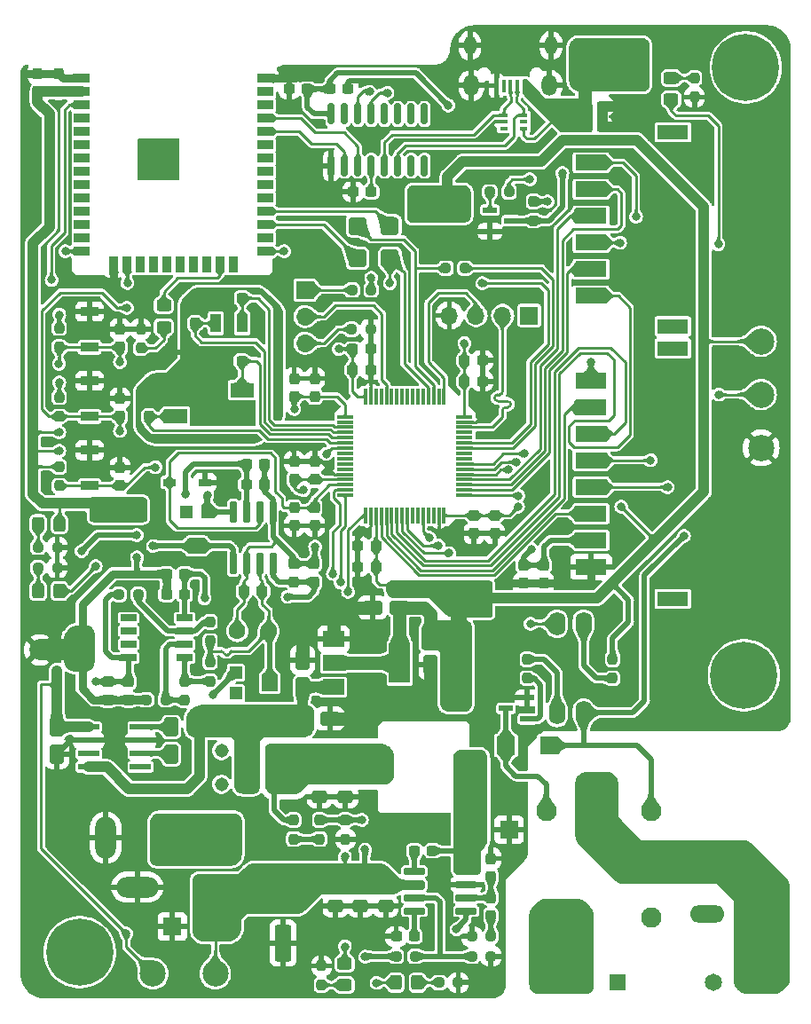
<source format=gbr>
%TF.GenerationSoftware,KiCad,Pcbnew,7.0.10*%
%TF.CreationDate,2024-03-23T12:12:33+07:00*%
%TF.ProjectId,BTL_ESD,42544c5f-4553-4442-9e6b-696361645f70,rev?*%
%TF.SameCoordinates,Original*%
%TF.FileFunction,Copper,L1,Top*%
%TF.FilePolarity,Positive*%
%FSLAX46Y46*%
G04 Gerber Fmt 4.6, Leading zero omitted, Abs format (unit mm)*
G04 Created by KiCad (PCBNEW 7.0.10) date 2024-03-23 12:12:33*
%MOMM*%
%LPD*%
G01*
G04 APERTURE LIST*
G04 Aperture macros list*
%AMRoundRect*
0 Rectangle with rounded corners*
0 $1 Rounding radius*
0 $2 $3 $4 $5 $6 $7 $8 $9 X,Y pos of 4 corners*
0 Add a 4 corners polygon primitive as box body*
4,1,4,$2,$3,$4,$5,$6,$7,$8,$9,$2,$3,0*
0 Add four circle primitives for the rounded corners*
1,1,$1+$1,$2,$3*
1,1,$1+$1,$4,$5*
1,1,$1+$1,$6,$7*
1,1,$1+$1,$8,$9*
0 Add four rect primitives between the rounded corners*
20,1,$1+$1,$2,$3,$4,$5,0*
20,1,$1+$1,$4,$5,$6,$7,0*
20,1,$1+$1,$6,$7,$8,$9,0*
20,1,$1+$1,$8,$9,$2,$3,0*%
G04 Aperture macros list end*
%TA.AperFunction,SMDPad,CuDef*%
%ADD10RoundRect,0.237500X-0.300000X-0.237500X0.300000X-0.237500X0.300000X0.237500X-0.300000X0.237500X0*%
%TD*%
%TA.AperFunction,SMDPad,CuDef*%
%ADD11R,1.210000X0.730000*%
%TD*%
%TA.AperFunction,SMDPad,CuDef*%
%ADD12RoundRect,0.237500X-0.237500X0.300000X-0.237500X-0.300000X0.237500X-0.300000X0.237500X0.300000X0*%
%TD*%
%TA.AperFunction,SMDPad,CuDef*%
%ADD13R,3.000000X1.400000*%
%TD*%
%TA.AperFunction,SMDPad,CuDef*%
%ADD14R,3.000000X1.500000*%
%TD*%
%TA.AperFunction,SMDPad,CuDef*%
%ADD15RoundRect,0.237500X0.237500X-0.300000X0.237500X0.300000X-0.237500X0.300000X-0.237500X-0.300000X0*%
%TD*%
%TA.AperFunction,SMDPad,CuDef*%
%ADD16R,1.320800X0.558800*%
%TD*%
%TA.AperFunction,SMDPad,CuDef*%
%ADD17RoundRect,0.500000X0.500000X0.900000X-0.500000X0.900000X-0.500000X-0.900000X0.500000X-0.900000X0*%
%TD*%
%TA.AperFunction,ComponentPad*%
%ADD18C,3.600000*%
%TD*%
%TA.AperFunction,ConnectorPad*%
%ADD19C,6.400000*%
%TD*%
%TA.AperFunction,SMDPad,CuDef*%
%ADD20RoundRect,0.237500X-0.237500X0.250000X-0.237500X-0.250000X0.237500X-0.250000X0.237500X0.250000X0*%
%TD*%
%TA.AperFunction,SMDPad,CuDef*%
%ADD21RoundRect,0.237500X-0.250000X-0.237500X0.250000X-0.237500X0.250000X0.237500X-0.250000X0.237500X0*%
%TD*%
%TA.AperFunction,SMDPad,CuDef*%
%ADD22RoundRect,0.150000X0.150000X-0.825000X0.150000X0.825000X-0.150000X0.825000X-0.150000X-0.825000X0*%
%TD*%
%TA.AperFunction,SMDPad,CuDef*%
%ADD23RoundRect,0.237500X0.250000X0.237500X-0.250000X0.237500X-0.250000X-0.237500X0.250000X-0.237500X0*%
%TD*%
%TA.AperFunction,SMDPad,CuDef*%
%ADD24O,1.600000X2.250000*%
%TD*%
%TA.AperFunction,SMDPad,CuDef*%
%ADD25RoundRect,0.237500X0.300000X0.237500X-0.300000X0.237500X-0.300000X-0.237500X0.300000X-0.237500X0*%
%TD*%
%TA.AperFunction,SMDPad,CuDef*%
%ADD26RoundRect,0.250000X0.450000X-0.325000X0.450000X0.325000X-0.450000X0.325000X-0.450000X-0.325000X0*%
%TD*%
%TA.AperFunction,SMDPad,CuDef*%
%ADD27RoundRect,0.224400X-0.435600X0.680600X-0.435600X-0.680600X0.435600X-0.680600X0.435600X0.680600X0*%
%TD*%
%TA.AperFunction,SMDPad,CuDef*%
%ADD28RoundRect,0.237500X0.237500X-0.250000X0.237500X0.250000X-0.237500X0.250000X-0.237500X-0.250000X0*%
%TD*%
%TA.AperFunction,SMDPad,CuDef*%
%ADD29RoundRect,0.250000X-0.325000X-0.450000X0.325000X-0.450000X0.325000X0.450000X-0.325000X0.450000X0*%
%TD*%
%TA.AperFunction,SMDPad,CuDef*%
%ADD30RoundRect,0.224400X0.680600X0.435600X-0.680600X0.435600X-0.680600X-0.435600X0.680600X-0.435600X0*%
%TD*%
%TA.AperFunction,SMDPad,CuDef*%
%ADD31R,1.800000X1.700000*%
%TD*%
%TA.AperFunction,SMDPad,CuDef*%
%ADD32RoundRect,0.041300X0.943700X0.253700X-0.943700X0.253700X-0.943700X-0.253700X0.943700X-0.253700X0*%
%TD*%
%TA.AperFunction,SMDPad,CuDef*%
%ADD33RoundRect,0.250000X-0.475000X0.337500X-0.475000X-0.337500X0.475000X-0.337500X0.475000X0.337500X0*%
%TD*%
%TA.AperFunction,SMDPad,CuDef*%
%ADD34C,2.000000*%
%TD*%
%TA.AperFunction,SMDPad,CuDef*%
%ADD35RoundRect,0.250000X-0.550000X1.500000X-0.550000X-1.500000X0.550000X-1.500000X0.550000X1.500000X0*%
%TD*%
%TA.AperFunction,SMDPad,CuDef*%
%ADD36RoundRect,0.364583X-0.510417X-0.510417X0.510417X-0.510417X0.510417X0.510417X-0.510417X0.510417X0*%
%TD*%
%TA.AperFunction,SMDPad,CuDef*%
%ADD37RoundRect,0.224400X0.435600X-0.680600X0.435600X0.680600X-0.435600X0.680600X-0.435600X-0.680600X0*%
%TD*%
%TA.AperFunction,SMDPad,CuDef*%
%ADD38C,2.500000*%
%TD*%
%TA.AperFunction,ComponentPad*%
%ADD39C,1.600000*%
%TD*%
%TA.AperFunction,SMDPad,CuDef*%
%ADD40RoundRect,0.224400X-0.680600X-0.435600X0.680600X-0.435600X0.680600X0.435600X-0.680600X0.435600X0*%
%TD*%
%TA.AperFunction,SMDPad,CuDef*%
%ADD41R,1.193800X1.193800*%
%TD*%
%TA.AperFunction,SMDPad,CuDef*%
%ADD42R,1.498600X1.600200*%
%TD*%
%TA.AperFunction,SMDPad,CuDef*%
%ADD43R,2.000000X1.500000*%
%TD*%
%TA.AperFunction,SMDPad,CuDef*%
%ADD44R,2.000000X3.800000*%
%TD*%
%TA.AperFunction,ComponentPad*%
%ADD45C,1.950000*%
%TD*%
%TA.AperFunction,ComponentPad*%
%ADD46R,1.950000X1.950000*%
%TD*%
%TA.AperFunction,SMDPad,CuDef*%
%ADD47C,0.500000*%
%TD*%
%TA.AperFunction,SMDPad,CuDef*%
%ADD48RoundRect,0.042000X0.748000X0.258000X-0.748000X0.258000X-0.748000X-0.258000X0.748000X-0.258000X0*%
%TD*%
%TA.AperFunction,SMDPad,CuDef*%
%ADD49R,1.500000X0.900000*%
%TD*%
%TA.AperFunction,SMDPad,CuDef*%
%ADD50R,0.900000X1.500000*%
%TD*%
%TA.AperFunction,SMDPad,CuDef*%
%ADD51R,0.900000X0.900000*%
%TD*%
%TA.AperFunction,ComponentPad*%
%ADD52C,0.300000*%
%TD*%
%TA.AperFunction,ComponentPad*%
%ADD53R,1.308000X1.308000*%
%TD*%
%TA.AperFunction,ComponentPad*%
%ADD54C,1.308000*%
%TD*%
%TA.AperFunction,SMDPad,CuDef*%
%ADD55R,2.200000X1.400000*%
%TD*%
%TA.AperFunction,SMDPad,CuDef*%
%ADD56R,1.700000X0.900000*%
%TD*%
%TA.AperFunction,ComponentPad*%
%ADD57O,3.300000X1.650000*%
%TD*%
%TA.AperFunction,SMDPad,CuDef*%
%ADD58RoundRect,0.042000X-0.943000X-0.258000X0.943000X-0.258000X0.943000X0.258000X-0.943000X0.258000X0*%
%TD*%
%TA.AperFunction,SMDPad,CuDef*%
%ADD59R,1.600200X1.498600*%
%TD*%
%TA.AperFunction,ComponentPad*%
%ADD60R,1.700000X1.700000*%
%TD*%
%TA.AperFunction,ComponentPad*%
%ADD61O,1.700000X1.700000*%
%TD*%
%TA.AperFunction,SMDPad,CuDef*%
%ADD62RoundRect,0.250000X-0.450000X0.325000X-0.450000X-0.325000X0.450000X-0.325000X0.450000X0.325000X0*%
%TD*%
%TA.AperFunction,SMDPad,CuDef*%
%ADD63RoundRect,0.075000X-0.700000X-0.075000X0.700000X-0.075000X0.700000X0.075000X-0.700000X0.075000X0*%
%TD*%
%TA.AperFunction,SMDPad,CuDef*%
%ADD64RoundRect,0.075000X-0.075000X-0.700000X0.075000X-0.700000X0.075000X0.700000X-0.075000X0.700000X0*%
%TD*%
%TA.AperFunction,SMDPad,CuDef*%
%ADD65RoundRect,0.042000X0.258000X-0.943000X0.258000X0.943000X-0.258000X0.943000X-0.258000X-0.943000X0*%
%TD*%
%TA.AperFunction,ComponentPad*%
%ADD66R,1.650000X1.650000*%
%TD*%
%TA.AperFunction,ComponentPad*%
%ADD67C,1.650000*%
%TD*%
%TA.AperFunction,SMDPad,CuDef*%
%ADD68RoundRect,0.250000X-1.450000X0.400000X-1.450000X-0.400000X1.450000X-0.400000X1.450000X0.400000X0*%
%TD*%
%TA.AperFunction,SMDPad,CuDef*%
%ADD69R,0.800000X0.350000*%
%TD*%
%TA.AperFunction,SMDPad,CuDef*%
%ADD70R,1.000000X1.800000*%
%TD*%
%TA.AperFunction,ComponentPad*%
%ADD71O,2.200000X4.400000*%
%TD*%
%TA.AperFunction,ComponentPad*%
%ADD72O,2.000000X4.000000*%
%TD*%
%TA.AperFunction,ComponentPad*%
%ADD73O,4.000000X2.000000*%
%TD*%
%TA.AperFunction,SMDPad,CuDef*%
%ADD74R,0.450000X1.300000*%
%TD*%
%TA.AperFunction,ComponentPad*%
%ADD75O,1.150000X1.800000*%
%TD*%
%TA.AperFunction,ComponentPad*%
%ADD76O,1.450000X2.000000*%
%TD*%
%TA.AperFunction,ViaPad*%
%ADD77C,0.800000*%
%TD*%
%TA.AperFunction,Conductor*%
%ADD78C,0.254000*%
%TD*%
%TA.AperFunction,Conductor*%
%ADD79C,0.762000*%
%TD*%
%TA.AperFunction,Conductor*%
%ADD80C,0.508000*%
%TD*%
%TA.AperFunction,Conductor*%
%ADD81C,1.270000*%
%TD*%
%TA.AperFunction,Conductor*%
%ADD82C,1.016000*%
%TD*%
%TA.AperFunction,Conductor*%
%ADD83C,1.524000*%
%TD*%
G04 APERTURE END LIST*
%TA.AperFunction,EtchedComponent*%
%TO.C,NT1*%
G36*
X103473000Y-105140000D02*
G01*
X99473000Y-105140000D01*
X99473000Y-103140000D01*
X103473000Y-103140000D01*
X103473000Y-105140000D01*
G37*
%TD.AperFunction*%
%TA.AperFunction,EtchedComponent*%
%TO.C,NT2*%
G36*
X113072800Y-76018200D02*
G01*
X112072800Y-76018200D01*
X112072800Y-75518200D01*
X113072800Y-75518200D01*
X113072800Y-76018200D01*
G37*
%TD.AperFunction*%
%TD*%
D10*
%TO.P,C49,1*%
%TO.N,+5V*%
X119202200Y-86385400D03*
%TO.P,C49,2*%
%TO.N,GNDA*%
X120927200Y-86385400D03*
%TD*%
D11*
%TO.P,D8,A*%
%TO.N,GND*%
X115243400Y-88163400D03*
%TO.P,D8,K*%
%TO.N,ADC1_0*%
X111883400Y-88163400D03*
%TD*%
D12*
%TO.P,C42,1*%
%TO.N,+5V*%
X145618200Y-96063900D03*
%TO.P,C42,2*%
%TO.N,GND*%
X145618200Y-97788900D03*
%TD*%
D13*
%TO.P,J5,*%
%TO.N,*%
X159895200Y-73264600D03*
X159895200Y-54764600D03*
D14*
%TO.P,J5,1,Pin_1*%
%TO.N,TFT_IRQ*%
X152095200Y-57664600D03*
%TO.P,J5,2,Pin_2*%
%TO.N,SPI2_MISO*%
X152095200Y-60204600D03*
%TO.P,J5,3,Pin_3*%
%TO.N,SPI2_MOSI*%
X152095200Y-62744600D03*
%TO.P,J5,4,Pin_4*%
%TO.N,SPI2_CS*%
X152095200Y-65284600D03*
%TO.P,J5,5,Pin_5*%
%TO.N,SPI2_SCLK*%
X152095200Y-67824600D03*
%TO.P,J5,6,Pin_6*%
%TO.N,SPI1_MISO*%
X152095200Y-70364600D03*
%TD*%
D15*
%TO.P,C28,1*%
%TO.N,+3V3*%
X123761500Y-79973800D03*
%TO.P,C28,2*%
%TO.N,GND*%
X123761500Y-78248800D03*
%TD*%
D10*
%TO.P,C54,1*%
%TO.N,V_USB*%
X151461300Y-52273200D03*
%TO.P,C54,2*%
%TO.N,GND*%
X153186300Y-52273200D03*
%TD*%
D16*
%TO.P,Q4,1*%
%TO.N,Net-(Q4-Pad1)*%
X145999200Y-110744000D03*
%TO.P,Q4,2*%
%TO.N,GND*%
X145999200Y-108712000D03*
%TO.P,Q4,3*%
%TO.N,Net-(D11-PadA)*%
X143967200Y-109728000D03*
%TD*%
D17*
%TO.P,L1,1,1*%
%TO.N,Net-(U3-PH)*%
X140163400Y-115265200D03*
%TO.P,L1,2,2*%
%TO.N,Vin*%
X132063400Y-115265200D03*
%TD*%
D12*
%TO.P,C44,1*%
%TO.N,+5V*%
X105996100Y-107184300D03*
%TO.P,C44,2*%
%TO.N,GNDA*%
X105996100Y-108909300D03*
%TD*%
D18*
%TO.P,H3,1*%
%TO.N,N/C*%
X166852600Y-48560000D03*
D19*
X166852600Y-48560000D03*
%TD*%
D20*
%TO.P,R35,1*%
%TO.N,Net-(U9-ET)*%
X145999200Y-105030900D03*
%TO.P,R35,2*%
%TO.N,Net-(Q4-Pad1)*%
X145999200Y-106855900D03*
%TD*%
D21*
%TO.P,R12,1*%
%TO.N,Net-(J2-Pin_3)*%
X129240200Y-73558400D03*
%TO.P,R12,2*%
%TO.N,GND*%
X131065200Y-73558400D03*
%TD*%
D10*
%TO.P,C57,1*%
%TO.N,+5V*%
X127163900Y-50635000D03*
%TO.P,C57,2*%
%TO.N,GND*%
X128888900Y-50635000D03*
%TD*%
D15*
%TO.P,C52,1*%
%TO.N,-5V*%
X123698000Y-97640600D03*
%TO.P,C52,2*%
%TO.N,GNDA*%
X123698000Y-95915600D03*
%TD*%
D10*
%TO.P,C32,1*%
%TO.N,+3V3*%
X129340200Y-77419200D03*
%TO.P,C32,2*%
%TO.N,GND*%
X131065200Y-77419200D03*
%TD*%
D22*
%TO.P,U8,1,GND*%
%TO.N,GND*%
X127304800Y-57959800D03*
%TO.P,U8,2,TXD*%
%TO.N,U0_N*%
X128574800Y-57959800D03*
%TO.P,U8,3,RXD*%
%TO.N,U0_P*%
X129844800Y-57959800D03*
%TO.P,U8,4,V3*%
%TO.N,Net-(U8-V3)*%
X131114800Y-57959800D03*
%TO.P,U8,5,UD+*%
%TO.N,D_P*%
X132384800Y-57959800D03*
%TO.P,U8,6,UD-*%
%TO.N,D_N*%
X133654800Y-57959800D03*
%TO.P,U8,7,NC*%
%TO.N,unconnected-(U8-NC-Pad7)*%
X134924800Y-57959800D03*
%TO.P,U8,8,~{OUT}/~{DTR}*%
%TO.N,unconnected-(U8-~{OUT}{slash}~{DTR}-Pad8)*%
X136194800Y-57959800D03*
%TO.P,U8,9,~{CTS}*%
%TO.N,unconnected-(U8-~{CTS}-Pad9)*%
X136194800Y-53009800D03*
%TO.P,U8,10,~{DSR}*%
%TO.N,unconnected-(U8-~{DSR}-Pad10)*%
X134924800Y-53009800D03*
%TO.P,U8,11,~{RI}*%
%TO.N,unconnected-(U8-~{RI}-Pad11)*%
X133654800Y-53009800D03*
%TO.P,U8,12,~{DCD}*%
%TO.N,unconnected-(U8-~{DCD}-Pad12)*%
X132384800Y-53009800D03*
%TO.P,U8,13,~{DTR}*%
%TO.N,Net-(U8-~{DTR})*%
X131114800Y-53009800D03*
%TO.P,U8,14,~{RTS}*%
%TO.N,Net-(U8-~{RTS})*%
X129844800Y-53009800D03*
%TO.P,U8,15,R232*%
%TO.N,unconnected-(U8-R232-Pad15)*%
X128574800Y-53009800D03*
%TO.P,U8,16,VCC*%
%TO.N,+5V*%
X127304800Y-53009800D03*
%TD*%
D23*
%TO.P,R16,1*%
%TO.N,Net-(U4-PA9)*%
X140053700Y-67741800D03*
%TO.P,R16,2*%
%TO.N,UART4_TX*%
X138228700Y-67741800D03*
%TD*%
D24*
%TO.P,U9,1,A*%
%TO.N,Net-(U9-A)*%
X151384000Y-101650800D03*
%TO.P,U9,2,C*%
%TO.N,CONTROL_LED*%
X148844000Y-101650800D03*
%TO.P,U9,3,ET*%
%TO.N,Net-(U9-ET)*%
X148844000Y-110150800D03*
%TO.P,U9,4,CT*%
%TO.N,+5V*%
X151384000Y-110150800D03*
%TD*%
D25*
%TO.P,C10,1*%
%TO.N,Net-(U3-SS)*%
X135223400Y-131495800D03*
%TO.P,C10,2*%
%TO.N,GND*%
X133498400Y-131495800D03*
%TD*%
D20*
%TO.P,R13,1*%
%TO.N,+3V3*%
X101346000Y-86666800D03*
%TO.P,R13,2*%
%TO.N,/STM32/RESET*%
X101346000Y-88491800D03*
%TD*%
D16*
%TO.P,Q1,1*%
%TO.N,Net-(Q1-Pad1)*%
X142443200Y-62175400D03*
%TO.P,Q1,2*%
%TO.N,GND*%
X142443200Y-64207400D03*
%TO.P,Q1,3*%
%TO.N,/TFT/CONTROL_BL*%
X144475200Y-63191400D03*
%TD*%
D26*
%TO.P,D3,1,K*%
%TO.N,Net-(D3-K)*%
X128568600Y-136117400D03*
%TO.P,D3,2,A*%
%TO.N,VCC*%
X128568600Y-134067400D03*
%TD*%
D27*
%TO.P,C12,1*%
%TO.N,+3V3*%
X136779000Y-102973400D03*
%TO.P,C12,2*%
%TO.N,GND*%
X136779000Y-105573400D03*
%TD*%
D28*
%TO.P,R4,1*%
%TO.N,Net-(D3-K)*%
X126365000Y-136118600D03*
%TO.P,R4,2*%
%TO.N,GND*%
X126365000Y-134293600D03*
%TD*%
%TO.P,R19,1*%
%TO.N,Net-(D9-K)*%
X109118400Y-75359100D03*
%TO.P,R19,2*%
%TO.N,GND*%
X109118400Y-73534100D03*
%TD*%
D29*
%TO.P,D6,1,K*%
%TO.N,-5V*%
X133468000Y-135890000D03*
%TO.P,D6,2,A*%
%TO.N,Net-(D6-A)*%
X135518000Y-135890000D03*
%TD*%
D30*
%TO.P,C11,1*%
%TO.N,+3V3*%
X133833400Y-100101400D03*
%TO.P,C11,2*%
%TO.N,GND*%
X131233400Y-100101400D03*
%TD*%
D20*
%TO.P,R21,1*%
%TO.N,+3V3*%
X101346000Y-73434100D03*
%TO.P,R21,2*%
%TO.N,EN*%
X101346000Y-75259100D03*
%TD*%
D31*
%TO.P,D2,A*%
%TO.N,GND*%
X144263400Y-121285000D03*
%TO.P,D2,K*%
%TO.N,Net-(U3-PH)*%
X140163400Y-121285000D03*
%TD*%
D32*
%TO.P,U1,1,(NC)BOOST*%
%TO.N,unconnected-(U1-(NC)BOOST-Pad1)*%
X109106400Y-115316000D03*
%TO.P,U1,2,CAP+*%
%TO.N,Net-(U1-CAP+)*%
X109106400Y-114046000D03*
%TO.P,U1,3,GND*%
%TO.N,GND*%
X109106400Y-112776000D03*
%TO.P,U1,4,CAP-*%
%TO.N,Net-(U1-CAP-)*%
X109106400Y-111506000D03*
%TO.P,U1,5,VOUT*%
%TO.N,-5V*%
X104156400Y-111506000D03*
%TO.P,U1,6,LV*%
%TO.N,GND*%
X104156400Y-112776000D03*
%TO.P,U1,7,OSC*%
%TO.N,unconnected-(U1-OSC-Pad7)*%
X104156400Y-114046000D03*
%TO.P,U1,8,V+*%
%TO.N,+5V*%
X104156400Y-115316000D03*
%TD*%
D33*
%TO.P,C3,1*%
%TO.N,VCC*%
X127711200Y-126522400D03*
%TO.P,C3,2*%
%TO.N,GND*%
X127711200Y-128597400D03*
%TD*%
D15*
%TO.P,C29,1*%
%TO.N,+3V3*%
X125730000Y-79973800D03*
%TO.P,C29,2*%
%TO.N,GND*%
X125730000Y-78248800D03*
%TD*%
D33*
%TO.P,C5,1*%
%TO.N,VCC*%
X130098800Y-126522400D03*
%TO.P,C5,2*%
%TO.N,GND*%
X130098800Y-128597400D03*
%TD*%
D20*
%TO.P,R23,1*%
%TO.N,+3V3*%
X146608800Y-61366400D03*
%TO.P,R23,2*%
%TO.N,/TFT/CONTROL_BL*%
X146608800Y-63191400D03*
%TD*%
D12*
%TO.P,C41,1*%
%TO.N,GND*%
X107137200Y-73534100D03*
%TO.P,C41,2*%
%TO.N,EN*%
X107137200Y-75259100D03*
%TD*%
D33*
%TO.P,C16,1*%
%TO.N,Vin*%
X126187200Y-116077700D03*
%TO.P,C16,2*%
%TO.N,GND*%
X126187200Y-118152700D03*
%TD*%
D15*
%TO.P,C20,1*%
%TO.N,/STM32/OSC32_OUT*%
X114294600Y-72974200D03*
%TO.P,C20,2*%
%TO.N,GND1*%
X114294600Y-71249200D03*
%TD*%
D34*
%TO.P,NT1,1,1*%
%TO.N,GND*%
X99473000Y-104140000D03*
%TO.P,NT1,2,2*%
%TO.N,GNDA*%
X103473000Y-104140000D03*
%TD*%
D21*
%TO.P,R25,1*%
%TO.N,+5V*%
X107059900Y-98867200D03*
%TO.P,R25,2*%
%TO.N,Net-(U6-VINA+)*%
X108884900Y-98867200D03*
%TD*%
D12*
%TO.P,C46,1*%
%TO.N,+5V*%
X107972400Y-107184300D03*
%TO.P,C46,2*%
%TO.N,GNDA*%
X107972400Y-108909300D03*
%TD*%
D21*
%TO.P,R24,1*%
%TO.N,GNDA*%
X109677500Y-108900000D03*
%TO.P,R24,2*%
%TO.N,Net-(U6-VINA-)*%
X111502500Y-108900000D03*
%TD*%
D12*
%TO.P,C37,1*%
%TO.N,+3V3*%
X142900400Y-91314100D03*
%TO.P,C37,2*%
%TO.N,GND*%
X142900400Y-93039100D03*
%TD*%
D35*
%TO.P,C2,1*%
%TO.N,VCC*%
X122707400Y-126522400D03*
%TO.P,C2,2*%
%TO.N,GND*%
X122707400Y-132122400D03*
%TD*%
D36*
%TO.P,R18,1,TX_OUT*%
%TO.N,UART4_TX*%
X129802700Y-63688900D03*
%TO.P,R18,2,RX_IN*%
%TO.N,RXD_2*%
X129802700Y-66788900D03*
%TO.P,R18,3,TX_IN*%
%TO.N,TXD_2*%
X132902700Y-63688900D03*
%TO.P,R18,4,RX_OUT*%
%TO.N,UART4_RX*%
X132902700Y-66788900D03*
%TD*%
D37*
%TO.P,C8,1*%
%TO.N,+5V*%
X124561600Y-107710000D03*
%TO.P,C8,2*%
%TO.N,GND*%
X124561600Y-105110000D03*
%TD*%
D38*
%TO.P,TP2,1,1*%
%TO.N,-5V*%
X110286800Y-135026400D03*
%TD*%
D39*
%TO.P,R29,1*%
%TO.N,CURRENT_SUPPLY*%
X121330500Y-102341400D03*
%TO.P,R29,2*%
%TO.N,GNDA*%
X118330500Y-102341400D03*
%TD*%
D20*
%TO.P,R26,1*%
%TO.N,Net-(U6-VINA+)*%
X115724300Y-101470100D03*
%TO.P,R26,2*%
%TO.N,CURRENT_SUPPLY*%
X115724300Y-103295100D03*
%TD*%
D33*
%TO.P,C15,1*%
%TO.N,Vin*%
X128651000Y-116077700D03*
%TO.P,C15,2*%
%TO.N,GND*%
X128651000Y-118152700D03*
%TD*%
D40*
%TO.P,C7,1*%
%TO.N,+5V*%
X124561600Y-110693200D03*
%TO.P,C7,2*%
%TO.N,GND*%
X127161600Y-110693200D03*
%TD*%
D12*
%TO.P,C43,1*%
%TO.N,+5V*%
X147599400Y-96063900D03*
%TO.P,C43,2*%
%TO.N,GND*%
X147599400Y-97788900D03*
%TD*%
D20*
%TO.P,R14,1*%
%TO.N,Net-(D7-K)*%
X161950400Y-49582700D03*
%TO.P,R14,2*%
%TO.N,GND*%
X161950400Y-51407700D03*
%TD*%
D10*
%TO.P,C35,1*%
%TO.N,+3V3*%
X139990200Y-78511400D03*
%TO.P,C35,2*%
%TO.N,GND*%
X141715200Y-78511400D03*
%TD*%
D21*
%TO.P,R2,1*%
%TO.N,Net-(U3-EN)*%
X140719800Y-133375400D03*
%TO.P,R2,2*%
%TO.N,GND*%
X142544800Y-133375400D03*
%TD*%
D41*
%TO.P,VR1,1*%
%TO.N,GNDA*%
X118185850Y-106294275D03*
D42*
%TO.P,VR1,2*%
%TO.N,CURRENT_SUPPLY*%
X121437050Y-107294400D03*
D41*
%TO.P,VR1,3*%
%TO.N,unconnected-(VR1-Pad3)*%
X118185850Y-108294525D03*
%TD*%
D20*
%TO.P,R8,1*%
%TO.N,Vin*%
X123723400Y-120372500D03*
%TO.P,R8,2*%
%TO.N,Net-(R8-Pad2)*%
X123723400Y-122197500D03*
%TD*%
D43*
%TO.P,U2,1,GND*%
%TO.N,GND*%
X127533400Y-103110000D03*
%TO.P,U2,2,VO*%
%TO.N,+3V3*%
X127533400Y-105410000D03*
D44*
X133833400Y-105410000D03*
D43*
%TO.P,U2,3,VI*%
%TO.N,+5V*%
X127533400Y-107710000D03*
%TD*%
D20*
%TO.P,R10,1*%
%TO.N,Net-(U3-VSENSE)*%
X128651000Y-120372500D03*
%TO.P,R10,2*%
%TO.N,GND*%
X128651000Y-122197500D03*
%TD*%
D38*
%TO.P,TP1,1,1*%
%TO.N,VCC*%
X116230400Y-135026400D03*
%TD*%
D10*
%TO.P,C34,1*%
%TO.N,+3V3*%
X139990200Y-76530200D03*
%TO.P,C34,2*%
%TO.N,GND*%
X141715200Y-76530200D03*
%TD*%
D18*
%TO.P,H1,1*%
%TO.N,N/C*%
X103301800Y-132994400D03*
D19*
X103301800Y-132994400D03*
%TD*%
D29*
%TO.P,D4,1,K*%
%TO.N,Net-(D4-K)*%
X99330400Y-92151200D03*
%TO.P,D4,2,A*%
%TO.N,+3V3*%
X101380400Y-92151200D03*
%TD*%
D45*
%TO.P,K1,COIL1*%
%TO.N,+5V*%
X157831800Y-119521800D03*
%TO.P,K1,COIL2*%
%TO.N,Net-(D11-PadA)*%
X147831800Y-119521800D03*
D46*
%TO.P,K1,COM*%
%TO.N,Net-(K1-PadCOM)*%
X152831800Y-117021800D03*
D45*
%TO.P,K1,NC*%
%TO.N,unconnected-(K1-PadNC)*%
X157831800Y-129721800D03*
%TO.P,K1,NO*%
%TO.N,Net-(K1-PadNO)*%
X147831800Y-129721800D03*
%TD*%
D47*
%TO.P,NT2,1,1*%
%TO.N,GND*%
X112072800Y-75768200D03*
%TO.P,NT2,2,2*%
%TO.N,GND1*%
X113072800Y-75768200D03*
%TD*%
D48*
%TO.P,U6,1,VOUTA*%
%TO.N,Net-(U6-VOUTA)*%
X113312400Y-104902000D03*
%TO.P,U6,2,VINA-*%
%TO.N,Net-(U6-VINA-)*%
X113312400Y-103632000D03*
%TO.P,U6,3,VINA+*%
%TO.N,Net-(U6-VINA+)*%
X113312400Y-102362000D03*
%TO.P,U6,4,VSS*%
%TO.N,-5V*%
X113312400Y-101092000D03*
%TO.P,U6,5,VINB+*%
%TO.N,unconnected-(U6-VINB+-Pad5)*%
X107972400Y-101092000D03*
%TO.P,U6,6,VINB-*%
%TO.N,unconnected-(U6-VINB--Pad6)*%
X107972400Y-102362000D03*
%TO.P,U6,7,VOUTB*%
%TO.N,unconnected-(U6-VOUTB-Pad7)*%
X107972400Y-103632000D03*
%TO.P,U6,8,VDD*%
%TO.N,+5V*%
X107972400Y-104902000D03*
%TD*%
D49*
%TO.P,U5,1,GND*%
%TO.N,GND*%
X103516400Y-49604800D03*
%TO.P,U5,2,3V3*%
%TO.N,+3V3*%
X103516400Y-50874800D03*
%TO.P,U5,3,EN*%
%TO.N,EN*%
X103516400Y-52144800D03*
%TO.P,U5,4,SENSOR_VP*%
%TO.N,unconnected-(U5-SENSOR_VP-Pad4)*%
X103516400Y-53414800D03*
%TO.P,U5,5,SENSOR_VN*%
%TO.N,unconnected-(U5-SENSOR_VN-Pad5)*%
X103516400Y-54684800D03*
%TO.P,U5,6,IO34*%
%TO.N,unconnected-(U5-IO34-Pad6)*%
X103516400Y-55954800D03*
%TO.P,U5,7,IO35*%
%TO.N,unconnected-(U5-IO35-Pad7)*%
X103516400Y-57224800D03*
%TO.P,U5,8,IO32*%
%TO.N,unconnected-(U5-IO32-Pad8)*%
X103516400Y-58494800D03*
%TO.P,U5,9,IO33*%
%TO.N,unconnected-(U5-IO33-Pad9)*%
X103516400Y-59764800D03*
%TO.P,U5,10,IO25*%
%TO.N,unconnected-(U5-IO25-Pad10)*%
X103516400Y-61034800D03*
%TO.P,U5,11,IO26*%
%TO.N,unconnected-(U5-IO26-Pad11)*%
X103516400Y-62304800D03*
%TO.P,U5,12,IO27*%
%TO.N,unconnected-(U5-IO27-Pad12)*%
X103516400Y-63574800D03*
%TO.P,U5,13,IO14*%
%TO.N,unconnected-(U5-IO14-Pad13)*%
X103516400Y-64844800D03*
%TO.P,U5,14,IO12*%
%TO.N,GPIO_1*%
X103516400Y-66114800D03*
D50*
%TO.P,U5,15,GND*%
%TO.N,GND*%
X106551400Y-67364800D03*
%TO.P,U5,16,IO13*%
%TO.N,GPIO_2*%
X107821400Y-67364800D03*
%TO.P,U5,17,NC*%
%TO.N,unconnected-(U5-NC-Pad17)*%
X109091400Y-67364800D03*
%TO.P,U5,18,NC*%
%TO.N,unconnected-(U5-NC-Pad18)*%
X110361400Y-67364800D03*
%TO.P,U5,19,NC*%
%TO.N,unconnected-(U5-NC-Pad19)*%
X111631400Y-67364800D03*
%TO.P,U5,20,NC*%
%TO.N,unconnected-(U5-NC-Pad20)*%
X112901400Y-67364800D03*
%TO.P,U5,21,NC*%
%TO.N,unconnected-(U5-NC-Pad21)*%
X114171400Y-67364800D03*
%TO.P,U5,22,NC*%
%TO.N,unconnected-(U5-NC-Pad22)*%
X115441400Y-67364800D03*
%TO.P,U5,23,IO15*%
%TO.N,/ESP32/LED_STATUS*%
X116711400Y-67364800D03*
%TO.P,U5,24,IO2*%
%TO.N,unconnected-(U5-IO2-Pad24)*%
X117981400Y-67364800D03*
D49*
%TO.P,U5,25,IO0*%
%TO.N,FLASH*%
X121016400Y-66114800D03*
%TO.P,U5,26,IO4*%
%TO.N,unconnected-(U5-IO4-Pad26)*%
X121016400Y-64844800D03*
%TO.P,U5,27,IO16*%
%TO.N,RXD_2*%
X121016400Y-63574800D03*
%TO.P,U5,28,IO17*%
%TO.N,TXD_2*%
X121016400Y-62304800D03*
%TO.P,U5,29,IO5*%
%TO.N,unconnected-(U5-IO5-Pad29)*%
X121016400Y-61034800D03*
%TO.P,U5,30,IO18*%
%TO.N,unconnected-(U5-IO18-Pad30)*%
X121016400Y-59764800D03*
%TO.P,U5,31,IO19*%
%TO.N,unconnected-(U5-IO19-Pad31)*%
X121016400Y-58494800D03*
%TO.P,U5,32,NC1*%
%TO.N,unconnected-(U5-NC1-Pad32)*%
X121016400Y-57224800D03*
%TO.P,U5,33,IO21*%
%TO.N,unconnected-(U5-IO21-Pad33)*%
X121016400Y-55954800D03*
%TO.P,U5,34,RXD0*%
%TO.N,U0_N*%
X121016400Y-54684800D03*
%TO.P,U5,35,TXD0*%
%TO.N,U0_P*%
X121016400Y-53414800D03*
%TO.P,U5,36,IO22*%
%TO.N,unconnected-(U5-IO22-Pad36)*%
X121016400Y-52144800D03*
%TO.P,U5,37,IO23*%
%TO.N,unconnected-(U5-IO23-Pad37)*%
X121016400Y-50874800D03*
%TO.P,U5,38,GND*%
%TO.N,GND*%
X121016400Y-49604800D03*
D51*
%TO.P,U5,39_1,GND*%
X109366400Y-55924800D03*
%TO.P,U5,39_2,GND*%
X110766400Y-55924800D03*
%TO.P,U5,39_3,GND*%
X112166400Y-55924800D03*
%TO.P,U5,39_4,GND*%
X109366400Y-57324800D03*
%TO.P,U5,39_5,GND*%
X110766400Y-57324800D03*
%TO.P,U5,39_6,GND*%
X112166400Y-57324800D03*
%TO.P,U5,39_7,GND*%
X109366400Y-58724800D03*
%TO.P,U5,39_8,GND*%
X110766400Y-58724800D03*
%TO.P,U5,39_9,GND*%
X112166400Y-58724800D03*
D52*
%TO.P,U5,39_10,GND*%
X110066400Y-55924800D03*
%TO.P,U5,39_11,GND*%
X111466400Y-55924800D03*
%TO.P,U5,39_12,GND*%
X109366400Y-56624800D03*
%TO.P,U5,39_13,GND*%
X110766400Y-56624800D03*
%TO.P,U5,39_14,GND*%
X112166400Y-56624800D03*
%TO.P,U5,39_15,GND*%
X110066400Y-57324800D03*
%TO.P,U5,39_16,GND*%
X111466400Y-57324800D03*
%TO.P,U5,39_17,GND*%
X109366400Y-58024800D03*
%TO.P,U5,39_18,GND*%
X110766400Y-58024800D03*
%TO.P,U5,39_19,GND*%
X112166400Y-58024800D03*
%TO.P,U5,39_20,GND*%
X110066400Y-58724800D03*
%TO.P,U5,39_21,GND*%
X111466400Y-58724800D03*
%TD*%
D12*
%TO.P,C22,1*%
%TO.N,GND*%
X107137200Y-86766800D03*
%TO.P,C22,2*%
%TO.N,/STM32/RESET*%
X107137200Y-88491800D03*
%TD*%
D25*
%TO.P,C56,1*%
%TO.N,+5V*%
X125026400Y-50635000D03*
%TO.P,C56,2*%
%TO.N,GND*%
X123301400Y-50635000D03*
%TD*%
D53*
%TO.P,SW1,1,1*%
%TO.N,Vin*%
X121829200Y-113766800D03*
D54*
%TO.P,SW1,2,2*%
%TO.N,+5V*%
X119329200Y-113766800D03*
%TO.P,SW1,3,3*%
%TO.N,V_USB*%
X116829200Y-113766800D03*
%TO.P,SW1,4,4*%
X116829200Y-116966800D03*
%TO.P,SW1,5,5*%
%TO.N,+5V*%
X119329200Y-116966800D03*
%TO.P,SW1,6,6*%
%TO.N,Vin*%
X121829200Y-116966800D03*
%TD*%
D31*
%TO.P,D11,A*%
%TO.N,Net-(D11-PadA)*%
X143967200Y-113258600D03*
%TO.P,D11,K*%
%TO.N,+5V*%
X148067200Y-113258600D03*
%TD*%
D10*
%TO.P,C53,1*%
%TO.N,V_USB*%
X151461300Y-54254400D03*
%TO.P,C53,2*%
%TO.N,GND*%
X153186300Y-54254400D03*
%TD*%
D20*
%TO.P,R20,1*%
%TO.N,+3V3*%
X101346000Y-80044600D03*
%TO.P,R20,2*%
%TO.N,FLASH*%
X101346000Y-81869600D03*
%TD*%
D29*
%TO.P,D5,1,K*%
%TO.N,Net-(D5-K)*%
X99330400Y-98526600D03*
%TO.P,D5,2,A*%
%TO.N,+5V*%
X101380400Y-98526600D03*
%TD*%
D37*
%TO.P,C1,1*%
%TO.N,Net-(U1-CAP+)*%
X112041600Y-114106000D03*
%TO.P,C1,2*%
%TO.N,Net-(U1-CAP-)*%
X112041600Y-111506000D03*
%TD*%
D26*
%TO.P,D9,1,K*%
%TO.N,Net-(D9-K)*%
X111328200Y-73338800D03*
%TO.P,D9,2,A*%
%TO.N,/ESP32/LED_STATUS*%
X111328200Y-71288800D03*
%TD*%
D55*
%TO.P,Y1,1,1*%
%TO.N,/STM32/OSC_IN*%
X118770800Y-79369600D03*
%TO.P,Y1,2,2*%
%TO.N,GND1*%
X112470800Y-79369600D03*
%TO.P,Y1,3,3*%
%TO.N,/STM32/OSC_OUT*%
X112470800Y-81869600D03*
%TO.P,Y1,4,4*%
%TO.N,GND1*%
X118770800Y-81869600D03*
%TD*%
D15*
%TO.P,C30,1*%
%TO.N,+3V3*%
X123761500Y-87898800D03*
%TO.P,C30,2*%
%TO.N,GND*%
X123761500Y-86173800D03*
%TD*%
D56*
%TO.P,SW2,1,1*%
%TO.N,GND*%
X104241600Y-85091800D03*
%TO.P,SW2,2,2*%
%TO.N,/STM32/RESET*%
X104241600Y-88491800D03*
%TD*%
D57*
%TO.P,RV1,1*%
%TO.N,Net-(RV1-Pad1)*%
X163195000Y-129346800D03*
%TO.P,RV1,2*%
%TO.N,Net-(K1-PadCOM)*%
X168195000Y-129346800D03*
%TD*%
D15*
%TO.P,C50,1*%
%TO.N,-5V*%
X125679200Y-97640600D03*
%TO.P,C50,2*%
%TO.N,GNDA*%
X125679200Y-95915600D03*
%TD*%
D58*
%TO.P,U3,1,BOOT*%
%TO.N,Net-(U3-BOOT)*%
X135223400Y-125252400D03*
%TO.P,U3,2,VIN*%
%TO.N,VCC*%
X135223400Y-126522400D03*
%TO.P,U3,3,EN*%
%TO.N,Net-(U3-EN)*%
X135223400Y-127792400D03*
%TO.P,U3,4,SS*%
%TO.N,Net-(U3-SS)*%
X135223400Y-129062400D03*
%TO.P,U3,5,VSENSE*%
%TO.N,Net-(U3-VSENSE)*%
X140163400Y-129062400D03*
%TO.P,U3,6,COMP*%
%TO.N,Net-(U3-COMP)*%
X140163400Y-127792400D03*
%TO.P,U3,7,GND*%
%TO.N,GND*%
X140163400Y-126522400D03*
%TO.P,U3,8,PH*%
%TO.N,Net-(U3-PH)*%
X140163400Y-125252400D03*
%TD*%
D41*
%TO.P,VR2,1*%
%TO.N,Net-(TP9-Pad1)*%
X115463638Y-90975600D03*
D59*
%TO.P,VR2,2*%
%TO.N,Net-(TP8-Pad1)*%
X114463513Y-94226800D03*
D41*
%TO.P,VR2,3*%
%TO.N,unconnected-(VR2-Pad3)*%
X113463388Y-90975600D03*
%TD*%
D31*
%TO.P,D1,A*%
%TO.N,GND*%
X112130400Y-130556000D03*
%TO.P,D1,K*%
%TO.N,VCC*%
X116230400Y-130556000D03*
%TD*%
D60*
%TO.P,J3,1,Pin_1*%
%TO.N,+3V3*%
X146192400Y-72237600D03*
D61*
%TO.P,J3,2,Pin_2*%
%TO.N,/STM32/SWDIO*%
X143652400Y-72237600D03*
%TO.P,J3,3,Pin_3*%
%TO.N,/STM32/SWCLK*%
X141112400Y-72237600D03*
%TO.P,J3,4,Pin_4*%
%TO.N,GND*%
X138572400Y-72237600D03*
%TD*%
D28*
%TO.P,R28,1*%
%TO.N,Net-(U6-VINA-)*%
X113312400Y-108959300D03*
%TO.P,R28,2*%
%TO.N,Net-(U6-VOUTA)*%
X113312400Y-107134300D03*
%TD*%
D62*
%TO.P,D7,1,K*%
%TO.N,Net-(D7-K)*%
X159740600Y-49582700D03*
%TO.P,D7,2,A*%
%TO.N,/STM32/LED_TEST*%
X159740600Y-51632700D03*
%TD*%
D15*
%TO.P,C39,1*%
%TO.N,+3V3*%
X99288600Y-50874800D03*
%TO.P,C39,2*%
%TO.N,GND*%
X99288600Y-49149800D03*
%TD*%
D23*
%TO.P,R22,1*%
%TO.N,TFT_BL*%
X144268200Y-60448200D03*
%TO.P,R22,2*%
%TO.N,Net-(Q1-Pad1)*%
X142443200Y-60448200D03*
%TD*%
D20*
%TO.P,R34,1*%
%TO.N,+3V3*%
X154152600Y-105030900D03*
%TO.P,R34,2*%
%TO.N,Net-(U9-A)*%
X154152600Y-106855900D03*
%TD*%
D15*
%TO.P,C21,1*%
%TO.N,/STM32/OSC_OUT*%
X109880400Y-81869600D03*
%TO.P,C21,2*%
%TO.N,GND1*%
X109880400Y-80144600D03*
%TD*%
D25*
%TO.P,C55,1*%
%TO.N,Net-(U8-V3)*%
X131114800Y-60426600D03*
%TO.P,C55,2*%
%TO.N,GND*%
X129389800Y-60426600D03*
%TD*%
D13*
%TO.P,J4,*%
%TO.N,*%
X159895200Y-99281800D03*
X159895200Y-75381800D03*
D14*
%TO.P,J4,1,Pin_1*%
%TO.N,/TFT/CONTROL_BL*%
X152095200Y-78441800D03*
%TO.P,J4,2,Pin_2*%
%TO.N,SPI1_SCLK*%
X152095200Y-80981800D03*
%TO.P,J4,3,Pin_3*%
%TO.N,SPI1_MOSI*%
X152095200Y-83521800D03*
%TO.P,J4,4,Pin_4*%
%TO.N,TFT_DC_RS*%
X152095200Y-86061800D03*
%TO.P,J4,5,Pin_5*%
%TO.N,TFT_RESET*%
X152095200Y-88601800D03*
%TO.P,J4,6,Pin_6*%
%TO.N,SPI1_CS*%
X152095200Y-91141800D03*
%TO.P,J4,7,Pin_7*%
%TO.N,+5V*%
X152095200Y-93681800D03*
%TO.P,J4,8,Pin_8*%
%TO.N,GND*%
X152095200Y-96221800D03*
%TD*%
D25*
%TO.P,C26,1*%
%TO.N,+3V3*%
X131565200Y-96215200D03*
%TO.P,C26,2*%
%TO.N,GND*%
X129840200Y-96215200D03*
%TD*%
D15*
%TO.P,C14,1*%
%TO.N,Net-(U3-COMP)*%
X142544800Y-125779700D03*
%TO.P,C14,2*%
%TO.N,GND*%
X142544800Y-124054700D03*
%TD*%
D63*
%TO.P,U4,1,VBAT*%
%TO.N,+3V3*%
X128640200Y-81898800D03*
%TO.P,U4,2,PC13*%
%TO.N,unconnected-(U4-PC13-Pad2)*%
X128640200Y-82398800D03*
%TO.P,U4,3,PC14*%
%TO.N,/STM32/OSC32_IN*%
X128640200Y-82898800D03*
%TO.P,U4,4,PC15*%
%TO.N,/STM32/OSC32_OUT*%
X128640200Y-83398800D03*
%TO.P,U4,5,PD0*%
%TO.N,/STM32/OSC_IN*%
X128640200Y-83898800D03*
%TO.P,U4,6,PD1*%
%TO.N,/STM32/OSC_OUT*%
X128640200Y-84398800D03*
%TO.P,U4,7,NRST*%
%TO.N,/STM32/RESET*%
X128640200Y-84898800D03*
%TO.P,U4,8,PC0*%
%TO.N,unconnected-(U4-PC0-Pad8)*%
X128640200Y-85398800D03*
%TO.P,U4,9,PC1*%
%TO.N,unconnected-(U4-PC1-Pad9)*%
X128640200Y-85898800D03*
%TO.P,U4,10,PC2*%
%TO.N,unconnected-(U4-PC2-Pad10)*%
X128640200Y-86398800D03*
%TO.P,U4,11,PC3*%
%TO.N,unconnected-(U4-PC3-Pad11)*%
X128640200Y-86898800D03*
%TO.P,U4,12,VSSA*%
%TO.N,GND*%
X128640200Y-87398800D03*
%TO.P,U4,13,VDDA*%
%TO.N,+3V3*%
X128640200Y-87898800D03*
%TO.P,U4,14,PA0*%
%TO.N,ADC1_0*%
X128640200Y-88398800D03*
%TO.P,U4,15,PA1*%
%TO.N,TFT_IRQ*%
X128640200Y-88898800D03*
%TO.P,U4,16,PA2*%
%TO.N,TFT_DC_RS*%
X128640200Y-89398800D03*
D64*
%TO.P,U4,17,PA3*%
%TO.N,TFT_RESET*%
X130565200Y-91323800D03*
%TO.P,U4,18,VSS*%
%TO.N,GND*%
X131065200Y-91323800D03*
%TO.P,U4,19,VDD*%
%TO.N,+3V3*%
X131565200Y-91323800D03*
%TO.P,U4,20,PA4*%
%TO.N,SPI1_CS*%
X132065200Y-91323800D03*
%TO.P,U4,21,PA5*%
%TO.N,SPI1_SCLK*%
X132565200Y-91323800D03*
%TO.P,U4,22,PA6*%
%TO.N,SPI1_MISO*%
X133065200Y-91323800D03*
%TO.P,U4,23,PA7*%
%TO.N,SPI1_MOSI*%
X133565200Y-91323800D03*
%TO.P,U4,24,PC4*%
%TO.N,GPIO_1*%
X134065200Y-91323800D03*
%TO.P,U4,25,PC5*%
%TO.N,GPIO_2*%
X134565200Y-91323800D03*
%TO.P,U4,26,PB0*%
%TO.N,unconnected-(U4-PB0-Pad26)*%
X135065200Y-91323800D03*
%TO.P,U4,27,PB1*%
%TO.N,unconnected-(U4-PB1-Pad27)*%
X135565200Y-91323800D03*
%TO.P,U4,28,PB2*%
%TO.N,Net-(U4-PB2)*%
X136065200Y-91323800D03*
%TO.P,U4,29,PB10*%
%TO.N,unconnected-(U4-PB10-Pad29)*%
X136565200Y-91323800D03*
%TO.P,U4,30,PB11*%
%TO.N,unconnected-(U4-PB11-Pad30)*%
X137065200Y-91323800D03*
%TO.P,U4,31,VSS*%
%TO.N,GND*%
X137565200Y-91323800D03*
%TO.P,U4,32,VDD*%
%TO.N,+3V3*%
X138065200Y-91323800D03*
D63*
%TO.P,U4,33,PB12*%
%TO.N,SPI2_CS*%
X139990200Y-89398800D03*
%TO.P,U4,34,PB13*%
%TO.N,SPI2_SCLK*%
X139990200Y-88898800D03*
%TO.P,U4,35,PB14*%
%TO.N,SPI2_MISO*%
X139990200Y-88398800D03*
%TO.P,U4,36,PB15*%
%TO.N,SPI2_MOSI*%
X139990200Y-87898800D03*
%TO.P,U4,37,PC6*%
%TO.N,CONTROL_LED*%
X139990200Y-87398800D03*
%TO.P,U4,38,PC7*%
%TO.N,/STM32/LED_TEST*%
X139990200Y-86898800D03*
%TO.P,U4,39,PC8*%
%TO.N,TFT_BL*%
X139990200Y-86398800D03*
%TO.P,U4,40,PC9*%
%TO.N,unconnected-(U4-PC9-Pad40)*%
X139990200Y-85898800D03*
%TO.P,U4,41,PA8*%
%TO.N,unconnected-(U4-PA8-Pad41)*%
X139990200Y-85398800D03*
%TO.P,U4,42,PA9*%
%TO.N,Net-(U4-PA9)*%
X139990200Y-84898800D03*
%TO.P,U4,43,PA10*%
%TO.N,Net-(U4-PA10)*%
X139990200Y-84398800D03*
%TO.P,U4,44,PA11*%
%TO.N,unconnected-(U4-PA11-Pad44)*%
X139990200Y-83898800D03*
%TO.P,U4,45,PA12*%
%TO.N,unconnected-(U4-PA12-Pad45)*%
X139990200Y-83398800D03*
%TO.P,U4,46,PA13*%
%TO.N,/STM32/SWDIO*%
X139990200Y-82898800D03*
%TO.P,U4,47,VSS*%
%TO.N,GND*%
X139990200Y-82398800D03*
%TO.P,U4,48,VDD*%
%TO.N,+3V3*%
X139990200Y-81898800D03*
D64*
%TO.P,U4,49,PA14*%
%TO.N,/STM32/SWCLK*%
X138065200Y-79973800D03*
%TO.P,U4,50,PA15*%
%TO.N,unconnected-(U4-PA15-Pad50)*%
X137565200Y-79973800D03*
%TO.P,U4,51,PC10*%
%TO.N,UART4_TX*%
X137065200Y-79973800D03*
%TO.P,U4,52,PC11*%
%TO.N,UART4_RX*%
X136565200Y-79973800D03*
%TO.P,U4,53,PC12*%
%TO.N,unconnected-(U4-PC12-Pad53)*%
X136065200Y-79973800D03*
%TO.P,U4,54,PD2*%
%TO.N,unconnected-(U4-PD2-Pad54)*%
X135565200Y-79973800D03*
%TO.P,U4,55,PB3*%
%TO.N,unconnected-(U4-PB3-Pad55)*%
X135065200Y-79973800D03*
%TO.P,U4,56,PB4*%
%TO.N,unconnected-(U4-PB4-Pad56)*%
X134565200Y-79973800D03*
%TO.P,U4,57,PB5*%
%TO.N,unconnected-(U4-PB5-Pad57)*%
X134065200Y-79973800D03*
%TO.P,U4,58,PB6*%
%TO.N,unconnected-(U4-PB6-Pad58)*%
X133565200Y-79973800D03*
%TO.P,U4,59,PB7*%
%TO.N,unconnected-(U4-PB7-Pad59)*%
X133065200Y-79973800D03*
%TO.P,U4,60,BOOT0*%
%TO.N,/STM32/BOOT0*%
X132565200Y-79973800D03*
%TO.P,U4,61,PB8*%
%TO.N,unconnected-(U4-PB8-Pad61)*%
X132065200Y-79973800D03*
%TO.P,U4,62,PB9*%
%TO.N,unconnected-(U4-PB9-Pad62)*%
X131565200Y-79973800D03*
%TO.P,U4,63,VSS*%
%TO.N,GND*%
X131065200Y-79973800D03*
%TO.P,U4,64,VDD*%
%TO.N,+3V3*%
X130565200Y-79973800D03*
%TD*%
D12*
%TO.P,C36,1*%
%TO.N,+3V3*%
X140919200Y-91314100D03*
%TO.P,C36,2*%
%TO.N,GND*%
X140919200Y-93039100D03*
%TD*%
D20*
%TO.P,R27,1*%
%TO.N,CURRENT_SUPPLY*%
X115724300Y-105309300D03*
%TO.P,R27,2*%
%TO.N,Net-(U6-VOUTA)*%
X115724300Y-107134300D03*
%TD*%
D25*
%TO.P,C9,1*%
%TO.N,Net-(U3-PH)*%
X136948400Y-123317000D03*
%TO.P,C9,2*%
%TO.N,Net-(U3-BOOT)*%
X135223400Y-123317000D03*
%TD*%
%TO.P,C47,1*%
%TO.N,-5V*%
X113312400Y-98867200D03*
%TO.P,C47,2*%
%TO.N,GNDA*%
X111587400Y-98867200D03*
%TD*%
D38*
%TO.P,TP4,1,1*%
%TO.N,+5V*%
X168325800Y-79781400D03*
%TD*%
D28*
%TO.P,R9,1*%
%TO.N,Net-(R8-Pad2)*%
X126187200Y-122197500D03*
%TO.P,R9,2*%
%TO.N,Net-(U3-VSENSE)*%
X126187200Y-120372500D03*
%TD*%
D12*
%TO.P,C13,1*%
%TO.N,Net-(U3-COMP)*%
X142544800Y-127792400D03*
%TO.P,C13,2*%
%TO.N,Net-(C13-Pad2)*%
X142544800Y-129517400D03*
%TD*%
D65*
%TO.P,U7,1,RG*%
%TO.N,Net-(TP8-Pad1)*%
X117932200Y-95915600D03*
%TO.P,U7,2,V-IN*%
%TO.N,GNDA*%
X119202200Y-95915600D03*
%TO.P,U7,3,V+IN*%
%TO.N,CURRENT_SUPPLY*%
X120472200Y-95915600D03*
%TO.P,U7,4,V-*%
%TO.N,-5V*%
X121742200Y-95915600D03*
%TO.P,U7,5,REF*%
%TO.N,GNDA*%
X121742200Y-90975600D03*
%TO.P,U7,6,VO*%
%TO.N,ADC1_0*%
X120472200Y-90975600D03*
%TO.P,U7,7,V+*%
%TO.N,+5V*%
X119202200Y-90975600D03*
%TO.P,U7,8,RG*%
%TO.N,Net-(TP9-Pad1)*%
X117932200Y-90975600D03*
%TD*%
D10*
%TO.P,C51,1*%
%TO.N,+5V*%
X119202200Y-88366600D03*
%TO.P,C51,2*%
%TO.N,GNDA*%
X120927200Y-88366600D03*
%TD*%
D37*
%TO.P,C4,1*%
%TO.N,GND*%
X101119600Y-114106000D03*
%TO.P,C4,2*%
%TO.N,-5V*%
X101119600Y-111506000D03*
%TD*%
D10*
%TO.P,C31,1*%
%TO.N,+3V3*%
X129340200Y-75438000D03*
%TO.P,C31,2*%
%TO.N,GND*%
X131065200Y-75438000D03*
%TD*%
D66*
%TO.P,XA2,1*%
%TO.N,Net-(K1-PadCOM)*%
X167600080Y-135864941D03*
D67*
%TO.P,XA2,2*%
%TO.N,Net-(RV1-Pad1)*%
X163790080Y-135864941D03*
%TD*%
D25*
%TO.P,C17,1*%
%TO.N,/STM32/OSC_IN*%
X118770800Y-76581000D03*
%TO.P,C17,2*%
%TO.N,GND1*%
X117045800Y-76581000D03*
%TD*%
D68*
%TO.P,F1,1*%
%TO.N,Net-(F1-Pad1)*%
X116230400Y-122072400D03*
%TO.P,F1,2*%
%TO.N,VCC*%
X116230400Y-126522400D03*
%TD*%
D21*
%TO.P,R6,1*%
%TO.N,Net-(D5-K)*%
X99330400Y-96316800D03*
%TO.P,R6,2*%
%TO.N,GND*%
X101155400Y-96316800D03*
%TD*%
D23*
%TO.P,R11,1*%
%TO.N,+3V3*%
X131115200Y-69799200D03*
%TO.P,R11,2*%
%TO.N,Net-(J2-Pin_1)*%
X129290200Y-69799200D03*
%TD*%
D69*
%TO.P,D10,1*%
%TO.N,D_P*%
X143779120Y-53114800D03*
%TO.P,D10,2*%
%TO.N,GND*%
X143779120Y-53764800D03*
%TO.P,D10,3*%
%TO.N,unconnected-(D10-Pad3)*%
X143779120Y-54414800D03*
%TO.P,D10,4*%
%TO.N,V_USB*%
X145679120Y-54414800D03*
%TO.P,D10,5*%
%TO.N,unconnected-(D10-Pad5)*%
X145679120Y-53764800D03*
%TO.P,D10,6*%
%TO.N,D_N*%
X145679120Y-53114800D03*
%TD*%
D70*
%TO.P,Y2,1,1*%
%TO.N,/STM32/OSC32_IN*%
X118795800Y-72974200D03*
%TO.P,Y2,2,2*%
%TO.N,/STM32/OSC32_OUT*%
X116295800Y-72974200D03*
%TD*%
D56*
%TO.P,SW3,1,1*%
%TO.N,FLASH*%
X104241600Y-81869600D03*
%TO.P,SW3,2,2*%
%TO.N,GND*%
X104241600Y-78469600D03*
%TD*%
D25*
%TO.P,C27,1*%
%TO.N,+3V3*%
X131565200Y-94234000D03*
%TO.P,C27,2*%
%TO.N,GND*%
X129840200Y-94234000D03*
%TD*%
D56*
%TO.P,SW4,1,1*%
%TO.N,EN*%
X104241600Y-75259100D03*
%TO.P,SW4,2,2*%
%TO.N,GND*%
X104241600Y-71859100D03*
%TD*%
D12*
%TO.P,C40,1*%
%TO.N,GND*%
X107137200Y-80144600D03*
%TO.P,C40,2*%
%TO.N,FLASH*%
X107137200Y-81869600D03*
%TD*%
D15*
%TO.P,C33,1*%
%TO.N,+3V3*%
X125730000Y-87898800D03*
%TO.P,C33,2*%
%TO.N,GND*%
X125730000Y-86173800D03*
%TD*%
D12*
%TO.P,C25,1*%
%TO.N,ADC1_0*%
X123761500Y-90577500D03*
%TO.P,C25,2*%
%TO.N,GND*%
X123761500Y-92302500D03*
%TD*%
D33*
%TO.P,C6,1*%
%TO.N,VCC*%
X132486400Y-126522400D03*
%TO.P,C6,2*%
%TO.N,GND*%
X132486400Y-128597400D03*
%TD*%
D71*
%TO.P,J1,1*%
%TO.N,Net-(F1-Pad1)*%
X111785400Y-122072400D03*
D72*
%TO.P,J1,2*%
%TO.N,GND*%
X105785400Y-122072400D03*
D73*
%TO.P,J1,3*%
X108785400Y-126772400D03*
%TD*%
D60*
%TO.P,J2,1,Pin_1*%
%TO.N,Net-(J2-Pin_1)*%
X124790200Y-69799200D03*
D61*
%TO.P,J2,2,Pin_2*%
%TO.N,/STM32/BOOT0*%
X124790200Y-72339200D03*
%TO.P,J2,3,Pin_3*%
%TO.N,Net-(J2-Pin_3)*%
X124790200Y-74879200D03*
%TD*%
D66*
%TO.P,XA1,1*%
%TO.N,Net-(RV1-Pad1)*%
X154584960Y-135864941D03*
D67*
%TO.P,XA1,2*%
%TO.N,Net-(K1-PadNO)*%
X150774960Y-135864941D03*
%TD*%
D25*
%TO.P,C18,1*%
%TO.N,/STM32/OSC32_IN*%
X118795800Y-70586600D03*
%TO.P,C18,2*%
%TO.N,GND1*%
X117070800Y-70586600D03*
%TD*%
D74*
%TO.P,J6,1,VBUS*%
%TO.N,V_USB*%
X145704000Y-50330800D03*
%TO.P,J6,2,D-*%
%TO.N,D_N*%
X145054000Y-50330800D03*
%TO.P,J6,3,D+*%
%TO.N,D_P*%
X144404000Y-50330800D03*
%TO.P,J6,4,ID*%
%TO.N,unconnected-(J6-ID-Pad4)*%
X143754000Y-50330800D03*
%TO.P,J6,5,GND*%
%TO.N,GND*%
X143104000Y-50330800D03*
D75*
%TO.P,J6,6,Shield*%
X148279000Y-46480800D03*
D76*
X148129000Y-50280800D03*
X140679000Y-50280800D03*
D75*
X140529000Y-46480800D03*
%TD*%
D15*
%TO.P,C38,1*%
%TO.N,+3V3*%
X101269800Y-50874800D03*
%TO.P,C38,2*%
%TO.N,GND*%
X101269800Y-49149800D03*
%TD*%
D25*
%TO.P,C48,1*%
%TO.N,CURRENT_SUPPLY*%
X120699700Y-98557200D03*
%TO.P,C48,2*%
%TO.N,GNDA*%
X118974700Y-98557200D03*
%TD*%
D21*
%TO.P,R1,1*%
%TO.N,VCC*%
X133498400Y-133375400D03*
%TO.P,R1,2*%
%TO.N,Net-(U3-EN)*%
X135323400Y-133375400D03*
%TD*%
D38*
%TO.P,TP5,1,1*%
%TO.N,GND*%
X168325800Y-84861400D03*
%TD*%
D25*
%TO.P,C45,1*%
%TO.N,-5V*%
X113312400Y-96896200D03*
%TO.P,C45,2*%
%TO.N,GNDA*%
X111587400Y-96896200D03*
%TD*%
D23*
%TO.P,R3,1*%
%TO.N,Net-(C13-Pad2)*%
X142544800Y-131495800D03*
%TO.P,R3,2*%
%TO.N,GND*%
X140719800Y-131495800D03*
%TD*%
D18*
%TO.P,H2,1*%
%TO.N,N/C*%
X166674800Y-106559600D03*
D19*
X166674800Y-106559600D03*
%TD*%
D38*
%TO.P,TP3,1,1*%
%TO.N,+3V3*%
X168325800Y-74701400D03*
%TD*%
D12*
%TO.P,C24,1*%
%TO.N,ADC1_0*%
X125730000Y-90577500D03*
%TO.P,C24,2*%
%TO.N,GND*%
X125730000Y-92302500D03*
%TD*%
D21*
%TO.P,R5,1*%
%TO.N,Net-(D4-K)*%
X99330400Y-94344200D03*
%TO.P,R5,2*%
%TO.N,GND*%
X101155400Y-94344200D03*
%TD*%
%TO.P,R7,1*%
%TO.N,Net-(D6-A)*%
X137593700Y-135890000D03*
%TO.P,R7,2*%
%TO.N,GND*%
X139418700Y-135890000D03*
%TD*%
D77*
%TO.N,VCC*%
X130530600Y-133426200D03*
X130530600Y-123190000D03*
X128600200Y-132435600D03*
X128600200Y-123875800D03*
%TO.N,GND*%
X117322600Y-89128600D03*
X122326400Y-122555000D03*
X105156000Y-83362800D03*
X144475200Y-82600800D03*
X137464800Y-56921400D03*
X142240000Y-111760000D03*
X98630000Y-56730000D03*
X135026400Y-64135000D03*
X165506400Y-56515000D03*
X109220000Y-129540000D03*
X142646400Y-135255000D03*
X127177800Y-91109800D03*
X165506400Y-59055000D03*
X160020000Y-106680000D03*
X142646400Y-74295000D03*
X165100000Y-99060000D03*
X167640000Y-91440000D03*
X105206800Y-76809600D03*
X157886400Y-79375000D03*
X119380000Y-134620000D03*
X168046400Y-59055000D03*
X167640000Y-99060000D03*
X160020000Y-104140000D03*
X142443200Y-54762400D03*
X160020000Y-101600000D03*
X167640000Y-93980000D03*
X168046400Y-56515000D03*
X162560000Y-104140000D03*
X142646400Y-59055000D03*
X167640000Y-101600000D03*
X157886400Y-76835000D03*
X124637800Y-48895000D03*
X139369800Y-93929200D03*
X145186400Y-76835000D03*
X168046400Y-61595000D03*
X137566400Y-69215000D03*
X125831600Y-81280000D03*
X137541000Y-75844400D03*
X134493000Y-120472200D03*
X146989800Y-53975000D03*
X144780000Y-124460000D03*
X140106400Y-59055000D03*
X165100000Y-101600000D03*
X157886400Y-61595000D03*
X157886400Y-81915000D03*
X119786400Y-122555000D03*
X157886400Y-66675000D03*
X98630000Y-54230000D03*
X142240000Y-106680000D03*
X145186400Y-79375000D03*
X124866400Y-66675000D03*
X142240000Y-109220000D03*
X162560000Y-101600000D03*
X162560000Y-99060000D03*
X139192000Y-132384800D03*
X145186400Y-64135000D03*
X146710400Y-88011000D03*
X123825000Y-56210200D03*
X165100000Y-93980000D03*
X140106400Y-64135000D03*
X98630000Y-59230000D03*
X162560000Y-109220000D03*
X167640000Y-96520000D03*
X98630000Y-61730000D03*
X143814800Y-97637600D03*
X165100000Y-96520000D03*
X160020000Y-109220000D03*
X160426400Y-46355000D03*
X162560000Y-96520000D03*
X157886400Y-71755000D03*
X157886400Y-84455000D03*
X140106400Y-69215000D03*
X157886400Y-64135000D03*
X102717600Y-109296200D03*
X145186400Y-74295000D03*
X123774200Y-60553600D03*
X157886400Y-69215000D03*
%TO.N,-5V*%
X131622800Y-135915400D03*
X101117400Y-108534200D03*
X101117400Y-106121200D03*
X123136000Y-99082200D03*
X115214400Y-99237800D03*
X107746800Y-131216400D03*
%TO.N,+5V*%
X122326400Y-111125000D03*
X119786400Y-109855000D03*
X164287200Y-79781400D03*
X114706400Y-111125000D03*
X146405600Y-94538800D03*
X104800400Y-107162600D03*
X104825800Y-96164400D03*
X113411000Y-89331800D03*
X119786400Y-111125000D03*
X103479600Y-94716600D03*
X117246400Y-109855000D03*
X160962823Y-93271823D03*
X108737400Y-93192600D03*
X114706400Y-109855000D03*
X122326400Y-109855000D03*
X138480800Y-52197000D03*
X117246400Y-111125000D03*
%TO.N,+3V3*%
X135026400Y-62865000D03*
X123761500Y-81178400D03*
X107086400Y-90170000D03*
X140106400Y-62865000D03*
X154965400Y-90474800D03*
X128016000Y-75438000D03*
X108991400Y-91440000D03*
X124663200Y-88900000D03*
X140106400Y-60325000D03*
X138328400Y-97917000D03*
X140868400Y-97917000D03*
X105181400Y-91440000D03*
X131114800Y-68630800D03*
X145130000Y-90470000D03*
X107086400Y-91440000D03*
X135788400Y-97917000D03*
X135026400Y-60325000D03*
X137566400Y-60325000D03*
X101346000Y-78638400D03*
X105181400Y-90170000D03*
X138328400Y-99187000D03*
X137566400Y-62865000D03*
X101346000Y-83388200D03*
X137566400Y-61595000D03*
X140868400Y-99187000D03*
X140106400Y-61595000D03*
X108991400Y-90170000D03*
X147929600Y-61366400D03*
X140004800Y-74879200D03*
X101346000Y-85166200D03*
X135026400Y-61595000D03*
X101346000Y-72161400D03*
X133502400Y-97917000D03*
%TO.N,/STM32/RESET*%
X110540800Y-86715600D03*
X126822200Y-85445600D03*
%TO.N,EN*%
X101320600Y-76860400D03*
X100610000Y-68850000D03*
X107137200Y-76682600D03*
%TO.N,GNDA*%
X115976400Y-108407200D03*
X103530400Y-105791000D03*
X125755400Y-94310200D03*
X108762800Y-95300800D03*
X103530400Y-102743000D03*
%TO.N,V_USB*%
X156550000Y-46888400D03*
X151470000Y-46888400D03*
X151470000Y-49428400D03*
X154010000Y-49428400D03*
X154010000Y-46888400D03*
X156550000Y-49428400D03*
%TO.N,/STM32/LED_TEST*%
X164236400Y-65455800D03*
X144944681Y-86219881D03*
%TO.N,TFT_RESET*%
X159410400Y-88620600D03*
X128905000Y-98602800D03*
%TO.N,TFT_DC_RS*%
X157784800Y-86055200D03*
X128178000Y-97713800D03*
%TO.N,/TFT/CONTROL_BL*%
X149352000Y-58648600D03*
X152095200Y-76682600D03*
%TO.N,SPI2_CS*%
X145135600Y-89433400D03*
X154863800Y-65303400D03*
%TO.N,TFT_IRQ*%
X127451000Y-96880173D03*
X156387800Y-62814200D03*
%TO.N,FLASH*%
X122809000Y-66114800D03*
X107137200Y-83261200D03*
X107797600Y-71501000D03*
%TO.N,Net-(U3-VSENSE)*%
X130225800Y-120372500D03*
X139242800Y-130810000D03*
%TO.N,Net-(TP9-Pad1)*%
X115468400Y-89357200D03*
%TO.N,TFT_BL*%
X145732822Y-85431739D03*
X146253200Y-59248600D03*
%TO.N,Net-(U8-~{DTR})*%
X132664200Y-51003200D03*
%TO.N,Net-(U8-~{RTS})*%
X130959867Y-50891999D03*
%TO.N,Net-(TP8-Pad1)*%
X110286800Y-94234000D03*
%TO.N,Net-(U4-PB2)*%
X136670792Y-93459600D03*
%TO.N,CONTROL_LED*%
X146304000Y-101650800D03*
X144206680Y-86957882D03*
%TO.N,GPIO_1*%
X138557000Y-94913600D03*
X101920000Y-66110000D03*
%TO.N,GPIO_2*%
X137515600Y-94186600D03*
X107848400Y-69150000D03*
%TO.N,UART4_RX*%
X132902700Y-69174100D03*
%TO.N,Net-(U4-PA10)*%
X141706600Y-69164200D03*
%TD*%
D78*
%TO.N,GPIO_1*%
X134065200Y-92823388D02*
X134065200Y-91323800D01*
X136155412Y-94913600D02*
X134065200Y-92823388D01*
X138557000Y-94913600D02*
X136155412Y-94913600D01*
%TO.N,SPI1_SCLK*%
X150234400Y-80981800D02*
X152095200Y-80981800D01*
X149504400Y-81711800D02*
X150234400Y-80981800D01*
X149504401Y-89705747D02*
X149504400Y-81711800D01*
X135864256Y-96548600D02*
X142661549Y-96548600D01*
X132565200Y-93249544D02*
X135864256Y-96548600D01*
X132565200Y-91323800D02*
X132565200Y-93249544D01*
X142661549Y-96548600D02*
X149504401Y-89705747D01*
%TO.N,SPI1_MISO*%
X133065200Y-93107492D02*
X133065200Y-91323800D01*
X142473496Y-96094600D02*
X136052308Y-96094600D01*
X149050400Y-89517695D02*
X142473496Y-96094600D01*
X149050400Y-77822400D02*
X149050400Y-89517695D01*
X151079200Y-75793600D02*
X149050400Y-77822400D01*
X153644600Y-75793600D02*
X151079200Y-75793600D01*
X154305000Y-76454000D02*
X153644600Y-75793600D01*
X136052308Y-96094600D02*
X133065200Y-93107492D01*
X153771600Y-82270600D02*
X154305000Y-81737200D01*
X150520400Y-82270600D02*
X153771600Y-82270600D01*
X155800400Y-83594600D02*
X154584400Y-84810600D01*
X150480000Y-84810600D02*
X149987000Y-84317600D01*
X149987000Y-82804000D02*
X150520400Y-82270600D01*
X155800400Y-71497800D02*
X155800400Y-83594600D01*
X154667200Y-70364600D02*
X155800400Y-71497800D01*
X149987000Y-84317600D02*
X149987000Y-82804000D01*
X154305000Y-81737200D02*
X154305000Y-76454000D01*
X151333200Y-70364600D02*
X154667200Y-70364600D01*
X154584400Y-84810600D02*
X150480000Y-84810600D01*
%TO.N,SPI1_MOSI*%
X133565200Y-92965440D02*
X133565200Y-91323800D01*
X136240360Y-95640600D02*
X133565200Y-92965440D01*
X148596400Y-89329643D02*
X142285443Y-95640600D01*
X148596400Y-88703200D02*
X148596400Y-89329643D01*
X148590000Y-88696800D02*
X148596400Y-88703200D01*
X155346400Y-76708000D02*
X153974800Y-75336400D01*
X142285443Y-95640600D02*
X136240360Y-95640600D01*
X150876000Y-75336400D02*
X148590000Y-77622400D01*
X148590000Y-77622400D02*
X148590000Y-88696800D01*
X155346400Y-82448400D02*
X155346400Y-76708000D01*
X154273000Y-83521800D02*
X155346400Y-82448400D01*
X153974800Y-75336400D02*
X150876000Y-75336400D01*
X152095200Y-83521800D02*
X154273000Y-83521800D01*
D79*
%TO.N,GND*%
X152095200Y-97536000D02*
X151842300Y-97788900D01*
X152095200Y-96221800D02*
X152095200Y-97536000D01*
X143966100Y-97788900D02*
X143814800Y-97637600D01*
X151842300Y-97788900D02*
X143966100Y-97788900D01*
D78*
%TO.N,SPI1_CS*%
X148710400Y-91141800D02*
X152095200Y-91141800D01*
X142849600Y-97002600D02*
X148710400Y-91141800D01*
X132065200Y-93391596D02*
X135676204Y-97002600D01*
X132065200Y-91323800D02*
X132065200Y-93391596D01*
X135676204Y-97002600D02*
X142849600Y-97002600D01*
%TO.N,Net-(U4-PB2)*%
X136065200Y-92854008D02*
X136065200Y-91323800D01*
X136670792Y-93459600D02*
X136065200Y-92854008D01*
%TO.N,GPIO_2*%
X134565200Y-92681336D02*
X134565200Y-91323800D01*
X137515600Y-94186600D02*
X136070464Y-94186600D01*
X136070464Y-94186600D02*
X134565200Y-92681336D01*
%TO.N,FLASH*%
X107797600Y-71501000D02*
X106857800Y-71501000D01*
X106857800Y-71501000D02*
X105410000Y-70053200D01*
X105410000Y-70053200D02*
X101422200Y-70053200D01*
X99669600Y-71805800D02*
X99669600Y-81178400D01*
X101422200Y-70053200D02*
X99669600Y-71805800D01*
X99669600Y-81178400D02*
X100360800Y-81869600D01*
X100360800Y-81869600D02*
X101346000Y-81869600D01*
D80*
%TO.N,Net-(U1-CAP+)*%
X109106400Y-114046000D02*
X111981600Y-114046000D01*
X111981600Y-114046000D02*
X112041600Y-114106000D01*
%TO.N,Net-(U1-CAP-)*%
X109413400Y-111506000D02*
X112348600Y-111506000D01*
D78*
%TO.N,VCC*%
X128600200Y-123875800D02*
X128600200Y-124942600D01*
D79*
X135223400Y-126522400D02*
X133604000Y-126522400D01*
D80*
X130530600Y-133426200D02*
X130581400Y-133375400D01*
D78*
X116230400Y-135026400D02*
X116230400Y-130556000D01*
D80*
X130581400Y-133375400D02*
X133498400Y-133375400D01*
D81*
X116230400Y-126522400D02*
X116230400Y-130556000D01*
D80*
X130530600Y-123190000D02*
X130530600Y-125171200D01*
D78*
X128600200Y-134035800D02*
X128600200Y-132435600D01*
D81*
X116230400Y-126522400D02*
X133604000Y-126522400D01*
D78*
X128568600Y-134067400D02*
X128600200Y-134035800D01*
%TO.N,GND*%
X131065200Y-92347500D02*
X131065200Y-91323800D01*
X123761500Y-86173800D02*
X123761500Y-85426624D01*
X104241600Y-79425800D02*
X104960400Y-80144600D01*
D80*
X128888900Y-50003300D02*
X129086000Y-49806200D01*
D81*
X136779000Y-108102400D02*
X136779000Y-105573400D01*
D78*
X141095800Y-82398800D02*
X141715200Y-81779400D01*
X129840200Y-93572500D02*
X131065200Y-92347500D01*
X104241600Y-86233000D02*
X104775400Y-86766800D01*
X127304800Y-59309000D02*
X128422400Y-60426600D01*
X139990200Y-82398800D02*
X141095800Y-82398800D01*
D80*
X129086000Y-49806200D02*
X133680200Y-49806200D01*
D78*
X125730000Y-92175500D02*
X123761500Y-92175500D01*
D79*
X101724800Y-49604800D02*
X101269800Y-49149800D01*
D78*
X123224876Y-84890000D02*
X109934400Y-84890000D01*
D82*
X153186300Y-52273200D02*
X154863800Y-52273200D01*
D78*
X128640200Y-87398800D02*
X127607000Y-87398800D01*
X137565200Y-91323800D02*
X137565200Y-92607200D01*
D79*
X99288600Y-49149800D02*
X101269800Y-49149800D01*
X123928000Y-49604800D02*
X124637800Y-48895000D01*
D81*
X127161600Y-110693200D02*
X129540000Y-110693200D01*
D78*
X143779120Y-53764800D02*
X142856600Y-53764800D01*
X131065200Y-79973800D02*
X131065200Y-75438000D01*
X137997100Y-93039100D02*
X142900400Y-93039100D01*
D82*
X153186300Y-52273200D02*
X153186300Y-54254400D01*
D79*
X99288600Y-49149800D02*
X98146400Y-49149800D01*
D78*
X128422400Y-60426600D02*
X129389800Y-60426600D01*
D81*
X127533400Y-100101400D02*
X131233400Y-100101400D01*
D78*
X104241600Y-85091800D02*
X104241600Y-86233000D01*
D79*
X121016400Y-49604800D02*
X123928000Y-49604800D01*
D81*
X135788400Y-109093000D02*
X136779000Y-108102400D01*
D79*
X103516400Y-49604800D02*
X101724800Y-49604800D01*
D78*
X104241600Y-72618600D02*
X105157100Y-73534100D01*
D82*
X153186300Y-54254400D02*
X155168600Y-54254400D01*
D78*
X112072800Y-75895200D02*
X111006000Y-76962000D01*
X126382000Y-86173800D02*
X123761500Y-86173800D01*
X104775400Y-86766800D02*
X107137200Y-86766800D01*
X101155400Y-96316800D02*
X101155400Y-94344200D01*
D80*
X102449600Y-112776000D02*
X101119600Y-114106000D01*
D81*
X127533400Y-103110000D02*
X127533400Y-100101400D01*
D78*
X104960400Y-80144600D02*
X107137200Y-80144600D01*
D81*
X131140200Y-109093000D02*
X135788400Y-109093000D01*
D78*
X109321600Y-100863400D02*
X108585000Y-100126800D01*
D79*
X106551400Y-67364800D02*
X106551400Y-68911800D01*
D78*
X127177800Y-91871800D02*
X126874100Y-92175500D01*
X126874100Y-92175500D02*
X125730000Y-92175500D01*
D81*
X124561600Y-101422200D02*
X125882400Y-100101400D01*
X129540000Y-110693200D02*
X131140200Y-109093000D01*
D78*
X148158200Y-62179200D02*
X148615400Y-61722000D01*
D80*
X106756400Y-112774000D02*
X106758400Y-112776000D01*
D78*
X127304800Y-57959800D02*
X127304800Y-59309000D01*
D81*
X124561600Y-105110000D02*
X124561600Y-101422200D01*
D78*
X104241600Y-71859100D02*
X104241600Y-72618600D01*
X109118400Y-73534100D02*
X107137200Y-73534100D01*
X129840200Y-94234000D02*
X129840200Y-96215200D01*
X123761500Y-85426624D02*
X123224876Y-84890000D01*
D80*
X104156400Y-112776000D02*
X106758400Y-112776000D01*
D78*
X141715200Y-81779400D02*
X141715200Y-76530200D01*
X127177800Y-91109800D02*
X127177800Y-91871800D01*
D80*
X104156400Y-112776000D02*
X102449600Y-112776000D01*
D78*
X137565200Y-92607200D02*
X137997100Y-93039100D01*
X142856600Y-53764800D02*
X142443200Y-54178200D01*
D80*
X128888900Y-50635000D02*
X128888900Y-50003300D01*
D78*
X105157100Y-73534100D02*
X107137200Y-73534100D01*
D80*
X106758400Y-112776000D02*
X109106400Y-112776000D01*
D78*
X129840200Y-94234000D02*
X129840200Y-93572500D01*
D81*
X125882400Y-100101400D02*
X127533400Y-100101400D01*
D78*
X104241600Y-78469600D02*
X104241600Y-79425800D01*
X142443200Y-54178200D02*
X142443200Y-54762400D01*
X127607000Y-87398800D02*
X126382000Y-86173800D01*
%TO.N,-5V*%
X107746800Y-132486400D02*
X110286800Y-135026400D01*
D82*
X101119600Y-106123400D02*
X101117400Y-106121200D01*
D78*
X131648200Y-135890000D02*
X131622800Y-135915400D01*
D80*
X121742200Y-97104200D02*
X121742200Y-95915600D01*
X113312400Y-96896200D02*
X113312400Y-101092000D01*
D78*
X133468000Y-135890000D02*
X131648200Y-135890000D01*
D80*
X123136000Y-99082200D02*
X125123600Y-99082200D01*
X125679200Y-98526600D02*
X125679200Y-97640600D01*
D78*
X99593400Y-107442000D02*
X101119600Y-107442000D01*
D80*
X125123600Y-99082200D02*
X125679200Y-98526600D01*
D82*
X101119600Y-111506000D02*
X101119600Y-107442000D01*
D80*
X115214400Y-97282000D02*
X114828600Y-96896200D01*
D82*
X101119600Y-107442000D02*
X101119600Y-106123400D01*
D78*
X99593400Y-123063000D02*
X99593400Y-107442000D01*
X107746800Y-131216400D02*
X99593400Y-123063000D01*
D80*
X122278600Y-97640600D02*
X121742200Y-97104200D01*
X125679200Y-97640600D02*
X122278600Y-97640600D01*
X115214400Y-99237800D02*
X115214400Y-97282000D01*
D82*
X104156400Y-111506000D02*
X101119600Y-111506000D01*
D80*
X114828600Y-96896200D02*
X113312400Y-96896200D01*
D78*
X107746800Y-131216400D02*
X107746800Y-132486400D01*
%TO.N,+5V*%
X104825800Y-96164400D02*
X102463600Y-98526600D01*
D80*
X145618200Y-95326200D02*
X145618200Y-96063900D01*
D82*
X124561600Y-110693200D02*
X122758200Y-110693200D01*
D81*
X119329200Y-113766800D02*
X119329200Y-116966800D01*
D80*
X146405600Y-94538800D02*
X145618200Y-95326200D01*
X113411000Y-89331800D02*
X113411000Y-87147400D01*
X127304800Y-53009800D02*
X125653800Y-53009800D01*
D82*
X108000800Y-117398800D02*
X113563400Y-117398800D01*
D80*
X145618200Y-96063900D02*
X147599400Y-96063900D01*
D81*
X119329200Y-113766800D02*
X119329200Y-111582200D01*
D80*
X147599400Y-94310200D02*
X148227800Y-93681800D01*
X105003600Y-93192600D02*
X103479600Y-94716600D01*
D82*
X124561600Y-107710000D02*
X127533400Y-107710000D01*
D80*
X127163900Y-50635000D02*
X127163900Y-49823300D01*
X114173000Y-86385400D02*
X119202200Y-86385400D01*
X105974400Y-107162600D02*
X105996100Y-107184300D01*
X147599400Y-96063900D02*
X147599400Y-94310200D01*
D78*
X102463600Y-98526600D02*
X101380400Y-98526600D01*
D80*
X107059900Y-98867200D02*
X106285700Y-98867200D01*
X107972400Y-107184300D02*
X107972400Y-104902000D01*
X105742100Y-99410800D02*
X105742100Y-104313000D01*
D82*
X114706400Y-116255800D02*
X114706400Y-111125000D01*
X113563400Y-117398800D02*
X114706400Y-116255800D01*
D80*
X151384000Y-110150800D02*
X151384000Y-113258600D01*
D82*
X124561600Y-110693200D02*
X124561600Y-107710000D01*
D80*
X156518600Y-113258600D02*
X157831800Y-114571800D01*
X125026400Y-52382400D02*
X125026400Y-50635000D01*
X106331100Y-104902000D02*
X107972400Y-104902000D01*
X160962823Y-93271823D02*
X157200600Y-97034046D01*
D78*
X168325800Y-79781400D02*
X164287200Y-79781400D01*
D82*
X122758200Y-110693200D02*
X122326400Y-111125000D01*
D80*
X104800400Y-107162600D02*
X105974400Y-107162600D01*
D81*
X119329200Y-111582200D02*
X119786400Y-111125000D01*
D80*
X156066600Y-110150800D02*
X151384000Y-110150800D01*
X108737400Y-93192600D02*
X105003600Y-93192600D01*
D82*
X104156400Y-115316000D02*
X105918000Y-115316000D01*
D80*
X105742100Y-104313000D02*
X106331100Y-104902000D01*
X157200600Y-97034046D02*
X157200600Y-109016800D01*
X106285700Y-98867200D02*
X105742100Y-99410800D01*
X125026400Y-50635000D02*
X127163900Y-50635000D01*
X127889000Y-49098200D02*
X135382000Y-49098200D01*
X125653800Y-53009800D02*
X125026400Y-52382400D01*
X127163900Y-49823300D02*
X127889000Y-49098200D01*
X135382000Y-49098200D02*
X138480800Y-52197000D01*
X105996100Y-107184300D02*
X107972400Y-107184300D01*
X119202200Y-86385400D02*
X119202200Y-90975600D01*
X148227800Y-93681800D02*
X152095200Y-93681800D01*
X148067200Y-113258600D02*
X151384000Y-113258600D01*
X157831800Y-114571800D02*
X157831800Y-119521800D01*
D82*
X105918000Y-115316000D02*
X108000800Y-117398800D01*
D80*
X157200600Y-109016800D02*
X156066600Y-110150800D01*
X113411000Y-87147400D02*
X114173000Y-86385400D01*
X151384000Y-113258600D02*
X156518600Y-113258600D01*
%TO.N,Net-(U3-PH)*%
X140163400Y-123317000D02*
X136948400Y-123317000D01*
D81*
X140163400Y-124688600D02*
X140163400Y-115265200D01*
D80*
%TO.N,Net-(U3-BOOT)*%
X135223400Y-125252400D02*
X135223400Y-123317000D01*
%TO.N,Net-(U3-SS)*%
X135223400Y-131495800D02*
X135223400Y-129062400D01*
D78*
%TO.N,+3V3*%
X131927600Y-97917000D02*
X133502400Y-97917000D01*
X138074900Y-91314100D02*
X138065200Y-91323800D01*
X101346000Y-80044600D02*
X101346000Y-78638400D01*
D82*
X162864800Y-61899800D02*
X156464000Y-55499000D01*
D78*
X123761500Y-88684100D02*
X123761500Y-87898800D01*
X131115200Y-68631200D02*
X131114800Y-68630800D01*
X123977400Y-88900000D02*
X123761500Y-88684100D01*
D82*
X103516400Y-50874800D02*
X99288600Y-50874800D01*
D78*
X168325800Y-74701400D02*
X162864800Y-74701400D01*
D83*
X139496800Y-102412800D02*
X139496800Y-98986800D01*
D78*
X124663200Y-88900000D02*
X123977400Y-88900000D01*
D82*
X138404600Y-58978800D02*
X138404600Y-60579000D01*
D78*
X139990200Y-78511400D02*
X139990200Y-76530200D01*
X101346000Y-85166200D02*
X98834600Y-85166200D01*
D82*
X156464000Y-55499000D02*
X149377400Y-55499000D01*
D80*
X146608800Y-61366400D02*
X147929600Y-61366400D01*
D78*
X123761500Y-81178400D02*
X123761500Y-79973800D01*
D80*
X155676600Y-99364800D02*
X155676600Y-101473000D01*
X155676600Y-101473000D02*
X154152600Y-102997000D01*
D78*
X101380400Y-90179000D02*
X101371400Y-90170000D01*
X101346000Y-86666800D02*
X98836600Y-86666800D01*
D82*
X162839400Y-89027000D02*
X162864800Y-89027000D01*
X147320000Y-57556400D02*
X139827000Y-57556400D01*
D78*
X101346000Y-73434100D02*
X101346000Y-72161400D01*
D81*
X139496800Y-102412800D02*
X138936200Y-102973400D01*
D82*
X154089100Y-97777300D02*
X158178500Y-93687900D01*
D83*
X139496800Y-98986800D02*
X139490000Y-98980000D01*
D82*
X152679400Y-99187000D02*
X140868400Y-99187000D01*
X98834600Y-89284200D02*
X99720400Y-90170000D01*
X139827000Y-57556400D02*
X138404600Y-58978800D01*
D78*
X145130000Y-90470000D02*
X144285900Y-91314100D01*
X101346000Y-83388200D02*
X98834600Y-83388200D01*
X128640200Y-81898800D02*
X128640200Y-80761200D01*
D81*
X133833400Y-105410000D02*
X133833400Y-100101400D01*
D78*
X125730000Y-87898800D02*
X123761500Y-87898800D01*
D82*
X149377400Y-55499000D02*
X147320000Y-57556400D01*
X98834600Y-83388200D02*
X98834600Y-65365400D01*
X158178500Y-93687900D02*
X162839400Y-89027000D01*
D78*
X131565200Y-96215200D02*
X131565200Y-97554600D01*
D82*
X100410000Y-53013600D02*
X99288600Y-51892200D01*
D78*
X128640200Y-80761200D02*
X127852800Y-79973800D01*
D81*
X136779000Y-100736400D02*
X136779000Y-102973400D01*
D82*
X98834600Y-86664800D02*
X98834600Y-89284200D01*
D78*
X144285900Y-91314100D02*
X142900400Y-91314100D01*
X140919200Y-91314100D02*
X142900400Y-91314100D01*
D82*
X162864800Y-89027000D02*
X162864800Y-74701400D01*
D81*
X127533400Y-105410000D02*
X133833400Y-105410000D01*
D78*
X129834000Y-79973800D02*
X129340200Y-79480000D01*
X131565200Y-96215200D02*
X131565200Y-94234000D01*
D80*
X154152600Y-102997000D02*
X154152600Y-105030900D01*
D78*
X101380400Y-92151200D02*
X101380400Y-90179000D01*
X127852800Y-79973800D02*
X123761500Y-79973800D01*
D82*
X98834600Y-65365400D02*
X100410000Y-63790000D01*
D80*
X154089100Y-97777300D02*
X155676600Y-99364800D01*
D78*
X131565200Y-97554600D02*
X131927600Y-97917000D01*
X139990200Y-74893800D02*
X139990200Y-76530200D01*
X131565200Y-94234000D02*
X131565200Y-91323800D01*
X129340200Y-77419200D02*
X129340200Y-75438000D01*
X139990200Y-81898800D02*
X139990200Y-78511400D01*
X154965400Y-90474800D02*
X158178500Y-93687900D01*
D81*
X133833400Y-100101400D02*
X136144000Y-100101400D01*
D78*
X129340200Y-79480000D02*
X129340200Y-77419200D01*
D82*
X98834600Y-86664800D02*
X98834600Y-83388200D01*
D78*
X130565200Y-79973800D02*
X129834000Y-79973800D01*
D82*
X101371400Y-90170000D02*
X107086400Y-90170000D01*
D81*
X138936200Y-102973400D02*
X136779000Y-102973400D01*
D78*
X128640200Y-87898800D02*
X125730000Y-87898800D01*
X129340200Y-75438000D02*
X128016000Y-75438000D01*
D82*
X99288600Y-51892200D02*
X99288600Y-50874800D01*
D78*
X140004800Y-74879200D02*
X139990200Y-74893800D01*
X98836600Y-86666800D02*
X98834600Y-86664800D01*
X140919200Y-91314100D02*
X138074900Y-91314100D01*
D82*
X162864800Y-74701400D02*
X162864800Y-61899800D01*
X99720400Y-90170000D02*
X101371400Y-90170000D01*
D78*
X131115200Y-69799200D02*
X131115200Y-68631200D01*
D82*
X154089100Y-97777300D02*
X152679400Y-99187000D01*
X100410000Y-63790000D02*
X100410000Y-53013600D01*
D81*
X136144000Y-100101400D02*
X136779000Y-100736400D01*
D80*
%TO.N,Net-(U3-COMP)*%
X142544800Y-127792400D02*
X142544800Y-125779700D01*
X140163400Y-127792400D02*
X142544800Y-127792400D01*
%TO.N,Net-(C13-Pad2)*%
X142544800Y-131495800D02*
X142544800Y-129517400D01*
%TO.N,Vin*%
X123723400Y-120372500D02*
X122760100Y-120372500D01*
X122760100Y-120372500D02*
X121829200Y-119441600D01*
D81*
X121829200Y-113766800D02*
X121829200Y-115265200D01*
X121829200Y-115265200D02*
X121829200Y-116966800D01*
D80*
X121829200Y-119441600D02*
X121829200Y-116966800D01*
D81*
X132063400Y-115265200D02*
X121829200Y-115265200D01*
D78*
%TO.N,/STM32/OSC_IN*%
X127026052Y-83559600D02*
X127365252Y-83898800D01*
X121449345Y-83559600D02*
X127026052Y-83559600D01*
X118770800Y-76581000D02*
X120142000Y-76581000D01*
X120472200Y-76911200D02*
X120472200Y-82582455D01*
X127365252Y-83898800D02*
X128640200Y-83898800D01*
X118770800Y-79369600D02*
X118770800Y-76581000D01*
X120472200Y-82582455D02*
X121449345Y-83559600D01*
X120142000Y-76581000D02*
X120472200Y-76911200D01*
D80*
%TO.N,GND1*%
X116255800Y-70586600D02*
X115593200Y-71249200D01*
D78*
X113072800Y-75895200D02*
X113487200Y-75895200D01*
D80*
X117045800Y-76581000D02*
X114173000Y-76581000D01*
X110012800Y-79369600D02*
X112470800Y-79369600D01*
X116870800Y-81869600D02*
X118770800Y-81869600D01*
X114173000Y-76581000D02*
X112470800Y-78283200D01*
X112470800Y-79369600D02*
X114370800Y-79369600D01*
X109880400Y-79502000D02*
X110012800Y-79369600D01*
X115593200Y-71249200D02*
X114294600Y-71249200D01*
X112470800Y-78283200D02*
X112470800Y-79369600D01*
X114370800Y-79369600D02*
X116870800Y-81869600D01*
X117070800Y-70586600D02*
X116255800Y-70586600D01*
D78*
X113487200Y-75895200D02*
X114173000Y-76581000D01*
D80*
X109880400Y-80144600D02*
X109880400Y-79502000D01*
D78*
%TO.N,/STM32/OSC32_IN*%
X121825452Y-82651600D02*
X127402156Y-82651600D01*
X121380200Y-71647000D02*
X121380200Y-82206348D01*
X120319800Y-70586600D02*
X121380200Y-71647000D01*
X118795800Y-70586600D02*
X118795800Y-72974200D01*
X127649356Y-82898800D02*
X128640200Y-82898800D01*
X118795800Y-70586600D02*
X120319800Y-70586600D01*
X121380200Y-82206348D02*
X121825452Y-82651600D01*
X127402156Y-82651600D02*
X127649356Y-82898800D01*
%TO.N,/STM32/OSC32_OUT*%
X121637399Y-83105600D02*
X120926200Y-82394401D01*
X120926200Y-82394401D02*
X120926200Y-75638000D01*
X127214104Y-83105600D02*
X121637399Y-83105600D01*
X120926200Y-75638000D02*
X120065800Y-74777600D01*
X120065800Y-74777600D02*
X114909600Y-74777600D01*
X114909600Y-74777600D02*
X114294600Y-74162600D01*
X116295800Y-72974200D02*
X114294600Y-72974200D01*
X127507304Y-83398800D02*
X127214104Y-83105600D01*
X114294600Y-74162600D02*
X114294600Y-72974200D01*
X128640200Y-83398800D02*
X127507304Y-83398800D01*
%TO.N,/STM32/OSC_OUT*%
X127223200Y-84398800D02*
X128640200Y-84398800D01*
X120432693Y-83185000D02*
X121261293Y-84013600D01*
X109880400Y-82753200D02*
X110312200Y-83185000D01*
X126838000Y-84013600D02*
X127223200Y-84398800D01*
X109880400Y-81869600D02*
X109880400Y-82753200D01*
X112470800Y-81869600D02*
X109880400Y-81869600D01*
X121261293Y-84013600D02*
X126838000Y-84013600D01*
X112471200Y-81870000D02*
X112470800Y-81869600D01*
X110312200Y-83185000D02*
X120432693Y-83185000D01*
%TO.N,/STM32/RESET*%
X127369000Y-84898800D02*
X128640200Y-84898800D01*
X126822200Y-85445600D02*
X127369000Y-84898800D01*
X107137200Y-88491800D02*
X101346000Y-88491800D01*
X110540800Y-86715600D02*
X109524800Y-86715600D01*
X109524800Y-86715600D02*
X107748600Y-88491800D01*
X107748600Y-88491800D02*
X107137200Y-88491800D01*
%TO.N,ADC1_0*%
X111883400Y-88163400D02*
X111883400Y-86185800D01*
X111883400Y-86185800D02*
X112725200Y-85344000D01*
X122783600Y-90601800D02*
X125730000Y-90601800D01*
X121945400Y-85801200D02*
X121945400Y-89027000D01*
X111883400Y-91792000D02*
X111883400Y-88163400D01*
X120472200Y-92100400D02*
X120065800Y-92506800D01*
X122580400Y-90398600D02*
X122783600Y-90601800D01*
X121945400Y-89027000D02*
X122580400Y-89662000D01*
X125730000Y-90601800D02*
X125730000Y-89763600D01*
X122580400Y-89662000D02*
X122580400Y-90398600D01*
X120472200Y-90975600D02*
X120472200Y-92100400D01*
X127094800Y-88398800D02*
X128640200Y-88398800D01*
X121488200Y-85344000D02*
X121945400Y-85801200D01*
X112598200Y-92506800D02*
X111883400Y-91792000D01*
X112725200Y-85344000D02*
X121488200Y-85344000D01*
X125730000Y-89763600D02*
X127094800Y-88398800D01*
X120065800Y-92506800D02*
X112598200Y-92506800D01*
%TO.N,EN*%
X100610000Y-68850000D02*
X100590000Y-68830000D01*
X100590000Y-65580000D02*
X101854000Y-64316000D01*
X101346000Y-75259100D02*
X107137200Y-75259100D01*
X100590000Y-68830000D02*
X100590000Y-65580000D01*
X107137200Y-75259100D02*
X107137200Y-76682600D01*
X101854000Y-52603400D02*
X102312600Y-52144800D01*
X102312600Y-52144800D02*
X103516400Y-52144800D01*
X101346000Y-75259100D02*
X101346000Y-76835000D01*
X101854000Y-64316000D02*
X101854000Y-52603400D01*
X101346000Y-76835000D02*
X101320600Y-76860400D01*
D79*
%TO.N,GNDA*%
X103530400Y-102743000D02*
X103549200Y-102724200D01*
D80*
X125755400Y-95839400D02*
X125679200Y-95915600D01*
X123698000Y-95275400D02*
X123698000Y-95915600D01*
D79*
X105996100Y-108909300D02*
X107972400Y-108909300D01*
X111587400Y-98867200D02*
X111587400Y-96896200D01*
D78*
X119507000Y-94259400D02*
X119202200Y-94564200D01*
D79*
X103530400Y-104197400D02*
X103530400Y-105791000D01*
D80*
X125755400Y-94310200D02*
X125755400Y-95839400D01*
D78*
X118974700Y-99668500D02*
X118330500Y-100312700D01*
D80*
X115976400Y-108407200D02*
X118089325Y-106294275D01*
D78*
X121564400Y-94259400D02*
X119507000Y-94259400D01*
D80*
X103479600Y-103809800D02*
X103473000Y-103816400D01*
X122123200Y-93700600D02*
X121742200Y-93319600D01*
D78*
X119202200Y-95915600D02*
X119202200Y-97312600D01*
D79*
X104616700Y-108909300D02*
X103530400Y-107823000D01*
D78*
X118330500Y-100312700D02*
X118330500Y-102341400D01*
D79*
X103549200Y-102724200D02*
X103549200Y-99803200D01*
X103530400Y-107823000D02*
X103530400Y-105791000D01*
X103530400Y-102743000D02*
X103530400Y-104197400D01*
X109668200Y-108909300D02*
X109677500Y-108900000D01*
D80*
X121742200Y-93319600D02*
X121742200Y-90975600D01*
D79*
X106456200Y-96896200D02*
X108762800Y-96896200D01*
X105996100Y-108909300D02*
X104616700Y-108909300D01*
D78*
X118974700Y-97540100D02*
X118974700Y-98557200D01*
X119202200Y-94564200D02*
X119202200Y-95915600D01*
D80*
X125679200Y-95915600D02*
X123698000Y-95915600D01*
X108762800Y-95300800D02*
X108762800Y-96896200D01*
X120927200Y-89024800D02*
X121742200Y-89839800D01*
X120927200Y-88366600D02*
X120927200Y-89024800D01*
D79*
X103473000Y-104140000D02*
X103530400Y-104197400D01*
D80*
X122123200Y-93700600D02*
X123698000Y-95275400D01*
D78*
X122123200Y-93700600D02*
X121564400Y-94259400D01*
D80*
X120927200Y-86385400D02*
X120927200Y-88366600D01*
D78*
X118974700Y-98557200D02*
X118974700Y-99668500D01*
X119202200Y-97312600D02*
X118974700Y-97540100D01*
D80*
X118089325Y-106294275D02*
X118185850Y-106294275D01*
D79*
X107972400Y-108909300D02*
X109668200Y-108909300D01*
X108762800Y-96896200D02*
X111587400Y-96896200D01*
X103549200Y-99803200D02*
X106456200Y-96896200D01*
D80*
X121742200Y-89839800D02*
X121742200Y-90975600D01*
%TO.N,CURRENT_SUPPLY*%
X115724300Y-104343200D02*
X115724300Y-105309300D01*
D78*
X115724300Y-104267000D02*
X116840000Y-104267000D01*
X117775550Y-104267000D02*
X118040000Y-104267000D01*
X118040000Y-104267000D02*
X119404900Y-104267000D01*
D80*
X121437050Y-102447950D02*
X121330500Y-102341400D01*
X115724300Y-103295100D02*
X115724300Y-104343200D01*
D78*
X120699700Y-97565500D02*
X120699700Y-98557200D01*
X120699700Y-98557200D02*
X120699700Y-99770100D01*
X117007775Y-104434775D02*
X117007775Y-104434776D01*
X120699700Y-99770100D02*
X121330500Y-100400900D01*
X117607775Y-104434776D02*
X117607775Y-104434775D01*
D80*
X121437050Y-107294400D02*
X121437050Y-102447950D01*
D78*
X117175550Y-104602551D02*
X117440000Y-104602551D01*
X121330500Y-100400900D02*
X121330500Y-102341400D01*
X119404900Y-104267000D02*
X121330500Y-102341400D01*
X120472200Y-95915600D02*
X120472200Y-97338000D01*
X120472200Y-97338000D02*
X120699700Y-97565500D01*
X117440000Y-104602575D02*
G75*
G03*
X117607775Y-104434776I0J167775D01*
G01*
X117775550Y-104267075D02*
G75*
G03*
X117607775Y-104434775I-50J-167725D01*
G01*
X117007800Y-104434775D02*
G75*
G03*
X116840000Y-104267000I-167800J-25D01*
G01*
X117007749Y-104434776D02*
G75*
G03*
X117175550Y-104602551I167751J-24D01*
G01*
%TO.N,V_USB*%
X148412200Y-53644800D02*
X146685000Y-55372000D01*
X151461300Y-54254400D02*
X149021800Y-54254400D01*
X145973800Y-55372000D02*
X145679120Y-55077320D01*
X151461300Y-54254400D02*
X151461300Y-52273200D01*
D81*
X151461300Y-49437100D02*
X151461300Y-52273200D01*
D78*
X149021800Y-54254400D02*
X148412200Y-53644800D01*
D81*
X151470000Y-49428400D02*
X151461300Y-49437100D01*
D78*
X145704000Y-50330800D02*
X145704000Y-50936600D01*
X145679120Y-55077320D02*
X145679120Y-54414800D01*
X145704000Y-50936600D02*
X148412200Y-53644800D01*
D81*
X154010000Y-49428400D02*
X151470000Y-49428400D01*
D78*
X146685000Y-55372000D02*
X145973800Y-55372000D01*
%TO.N,Net-(U8-V3)*%
X131114800Y-60426600D02*
X131114800Y-57959800D01*
%TO.N,Net-(D3-K)*%
X128567400Y-136118600D02*
X128568600Y-136117400D01*
X126365000Y-136118600D02*
X128567400Y-136118600D01*
%TO.N,Net-(D4-K)*%
X99330400Y-94344200D02*
X99330400Y-92151200D01*
%TO.N,Net-(D5-K)*%
X99330400Y-98526600D02*
X99330400Y-96316800D01*
%TO.N,Net-(D6-A)*%
X135518000Y-135890000D02*
X137593700Y-135890000D01*
%TO.N,Net-(D7-K)*%
X159740600Y-49582700D02*
X161950400Y-49582700D01*
%TO.N,/STM32/LED_TEST*%
X142887948Y-86898800D02*
X139990200Y-86898800D01*
X160197800Y-53162200D02*
X159740600Y-52705000D01*
X164236400Y-65455800D02*
X164236400Y-54127400D01*
X143566867Y-86219881D02*
X142887948Y-86898800D01*
X163271200Y-53162200D02*
X160197800Y-53162200D01*
X164236400Y-54127400D02*
X163271200Y-53162200D01*
X144944681Y-86219881D02*
X143566867Y-86219881D01*
X159740600Y-52705000D02*
X159740600Y-51632700D01*
%TO.N,/ESP32/LED_STATUS*%
X116433600Y-68656200D02*
X112649000Y-68656200D01*
X116711400Y-68378400D02*
X116433600Y-68656200D01*
X111328200Y-69977000D02*
X111328200Y-71288800D01*
X116711400Y-67364800D02*
X116711400Y-68378400D01*
X112649000Y-68656200D02*
X111328200Y-69977000D01*
%TO.N,D_N*%
X143840200Y-56057800D02*
X144729200Y-55168800D01*
X144981000Y-51605800D02*
X144981120Y-51605920D01*
X134366000Y-56057800D02*
X143840200Y-56057800D01*
X145679120Y-52514799D02*
X145679120Y-53114800D01*
X145025120Y-53114800D02*
X145679120Y-53114800D01*
X133654800Y-56769000D02*
X134366000Y-56057800D01*
X145054000Y-51305801D02*
X144981000Y-51378801D01*
X144981000Y-51378801D02*
X144981000Y-51605800D01*
X144981120Y-51605920D02*
X144981120Y-51816799D01*
X144729200Y-53410720D02*
X145025120Y-53114800D01*
X133654800Y-57959800D02*
X133654800Y-56769000D01*
X144729200Y-55168800D02*
X144729200Y-53410720D01*
X145054000Y-50330800D02*
X145054000Y-51305801D01*
X144981120Y-51816799D02*
X145679120Y-52514799D01*
%TO.N,D_P*%
X144404000Y-50330800D02*
X144404000Y-51305801D01*
X144477120Y-51798791D02*
X144477120Y-51816799D01*
X144477000Y-51798671D02*
X144477120Y-51798791D01*
X143779120Y-52514799D02*
X143779120Y-53114800D01*
X142744600Y-53114800D02*
X143779120Y-53114800D01*
X140868400Y-54991000D02*
X142744600Y-53114800D01*
X144477120Y-51816799D02*
X143779120Y-52514799D01*
X132384800Y-57959800D02*
X132384800Y-55702200D01*
X133096000Y-54991000D02*
X140868400Y-54991000D01*
X144477000Y-51378801D02*
X144477000Y-51798671D01*
X144404000Y-51305801D02*
X144477000Y-51378801D01*
X132384800Y-55702200D02*
X133096000Y-54991000D01*
D81*
%TO.N,Net-(F1-Pad1)*%
X111785400Y-122072400D02*
X116230400Y-122072400D01*
D78*
%TO.N,/STM32/SWDIO*%
X143352400Y-80402000D02*
X144119023Y-80402000D01*
X143652400Y-72237600D02*
X143652400Y-79502000D01*
X142653200Y-82898800D02*
X139990200Y-82898800D01*
X143652400Y-81302000D02*
X143652400Y-81369478D01*
X143652400Y-81899600D02*
X142653200Y-82898800D01*
X143652400Y-81369478D02*
X143652400Y-81899600D01*
X143352400Y-79802000D02*
X143185777Y-79802000D01*
X144119023Y-81002000D02*
X143952400Y-81002000D01*
X143185777Y-80402000D02*
X143352400Y-80402000D01*
X143185777Y-79801977D02*
G75*
G03*
X142885777Y-80102000I23J-300023D01*
G01*
X142885800Y-80102000D02*
G75*
G03*
X143185777Y-80402000I300000J0D01*
G01*
X144419000Y-80702000D02*
G75*
G03*
X144119023Y-80402000I-300000J0D01*
G01*
X143352400Y-79802000D02*
G75*
G03*
X143652400Y-79502000I0J300000D01*
G01*
X144119023Y-81002023D02*
G75*
G03*
X144419023Y-80702000I-23J300023D01*
G01*
X143952400Y-81002000D02*
G75*
G03*
X143652400Y-81302000I0J-300000D01*
G01*
%TO.N,/STM32/SWCLK*%
X138065200Y-78172000D02*
X138065200Y-79973800D01*
X136575800Y-76682600D02*
X138065200Y-78172000D01*
X141112400Y-72237600D02*
X141112400Y-71084600D01*
X137515600Y-70104000D02*
X136575800Y-71043800D01*
X136575800Y-71043800D02*
X136575800Y-76682600D01*
X141112400Y-71084600D02*
X140131800Y-70104000D01*
X140131800Y-70104000D02*
X137515600Y-70104000D01*
%TO.N,TFT_RESET*%
X159391600Y-88601800D02*
X152095200Y-88601800D01*
X128905000Y-92710000D02*
X130291200Y-91323800D01*
X130291200Y-91323800D02*
X130565200Y-91323800D01*
X159410400Y-88620600D02*
X159391600Y-88601800D01*
X128905000Y-98602800D02*
X128905000Y-92710000D01*
%TO.N,TFT_DC_RS*%
X128178000Y-92794948D02*
X128640200Y-92332748D01*
X157784800Y-86055200D02*
X157778200Y-86061800D01*
X128640200Y-92332748D02*
X128640200Y-89398800D01*
X128178000Y-97713800D02*
X128178000Y-92794948D01*
X157778200Y-86061800D02*
X152095200Y-86061800D01*
D80*
%TO.N,/TFT/CONTROL_BL*%
X148060400Y-63191400D02*
X146608800Y-63191400D01*
X152095200Y-76682600D02*
X152095200Y-78441800D01*
X149379200Y-61872600D02*
X148060400Y-63191400D01*
X144475200Y-63191400D02*
X146608800Y-63191400D01*
X149352000Y-58648600D02*
X149379200Y-58675800D01*
X149379200Y-58675800D02*
X149379200Y-61872600D01*
D78*
%TO.N,SPI2_SCLK*%
X139990200Y-88898800D02*
X140013200Y-88875800D01*
X149809200Y-75761148D02*
X149809200Y-68199000D01*
X148136000Y-85340800D02*
X148136000Y-77434348D01*
X150183600Y-67824600D02*
X152095200Y-67824600D01*
X148136000Y-77434348D02*
X149809200Y-75761148D01*
X149809200Y-68199000D02*
X150183600Y-67824600D01*
X139990200Y-88898800D02*
X144578000Y-88898800D01*
X144578000Y-88898800D02*
X148136000Y-85340800D01*
%TO.N,SPI2_CS*%
X145101000Y-89398800D02*
X139990200Y-89398800D01*
X145135600Y-89433400D02*
X145101000Y-89398800D01*
X154863800Y-65303400D02*
X154845000Y-65284600D01*
X154845000Y-65284600D02*
X152095200Y-65284600D01*
%TO.N,SPI2_MOSI*%
X147228000Y-84964696D02*
X144293896Y-87898800D01*
X148901200Y-63976200D02*
X148901200Y-75385044D01*
X151333200Y-62744600D02*
X150132800Y-62744600D01*
X150132800Y-62744600D02*
X148901200Y-63976200D01*
X147228000Y-77058244D02*
X147228000Y-84964696D01*
X148901200Y-75385044D02*
X147228000Y-77058244D01*
X144293896Y-87898800D02*
X139990200Y-87898800D01*
%TO.N,SPI2_MISO*%
X154616400Y-60204600D02*
X152095200Y-60204600D01*
X154660600Y-63982600D02*
X154965400Y-63677800D01*
X149355200Y-65046200D02*
X150418800Y-63982600D01*
X154965400Y-60553600D02*
X154616400Y-60204600D01*
X149355200Y-75573096D02*
X149355200Y-65046200D01*
X139990200Y-88398800D02*
X144435948Y-88398800D01*
X147682000Y-85152748D02*
X147682000Y-77246296D01*
X147682000Y-77246296D02*
X149355200Y-75573096D01*
X144435948Y-88398800D02*
X147682000Y-85152748D01*
X150418800Y-63982600D02*
X154660600Y-63982600D01*
X154965400Y-63677800D02*
X154965400Y-60553600D01*
%TO.N,TFT_IRQ*%
X128092200Y-90196392D02*
X127538200Y-89642392D01*
X127451000Y-96880173D02*
X127451000Y-92879896D01*
X156387800Y-58928000D02*
X155124400Y-57664600D01*
X127538200Y-89642392D02*
X127538200Y-89073000D01*
X127538200Y-89073000D02*
X127712400Y-88898800D01*
X128092200Y-92238696D02*
X128092200Y-90196392D01*
X127451000Y-92879896D02*
X128092200Y-92238696D01*
X127712400Y-88898800D02*
X128640200Y-88898800D01*
X156387800Y-62814200D02*
X156387800Y-58928000D01*
X155124400Y-57664600D02*
X152095200Y-57664600D01*
D83*
%TO.N,Net-(K1-PadCOM)*%
X168195000Y-127148600D02*
X168195000Y-129346800D01*
X164668200Y-123621800D02*
X168195000Y-127148600D01*
X168195000Y-132261600D02*
X168195000Y-129346800D01*
X167600080Y-132856520D02*
X168195000Y-132261600D01*
X152831800Y-120573800D02*
X155879800Y-123621800D01*
X167600080Y-135864941D02*
X167600080Y-132856520D01*
X155879800Y-123621800D02*
X164668200Y-123621800D01*
X152831800Y-117021800D02*
X152831800Y-120573800D01*
%TO.N,Net-(K1-PadNO)*%
X150774960Y-135864941D02*
X150774960Y-132664960D01*
X150774960Y-132664960D02*
X147831800Y-129721800D01*
D80*
%TO.N,Net-(U9-A)*%
X154152600Y-106855900D02*
X152601300Y-106855900D01*
X152601300Y-106855900D02*
X151384000Y-105638600D01*
X151384000Y-105638600D02*
X151384000Y-101650800D01*
D78*
%TO.N,Net-(Q1-Pad1)*%
X142443200Y-62175400D02*
X142443200Y-60448200D01*
%TO.N,FLASH*%
X101346000Y-81869600D02*
X107137200Y-81869600D01*
X107137200Y-81869600D02*
X107137200Y-83261200D01*
X122809000Y-66114800D02*
X121016400Y-66114800D01*
D80*
%TO.N,Net-(Q4-Pad1)*%
X147269200Y-107492800D02*
X146632300Y-106855900D01*
X146989800Y-110744000D02*
X147269200Y-110464600D01*
X147269200Y-110464600D02*
X147269200Y-107492800D01*
X145999200Y-110744000D02*
X146989800Y-110744000D01*
X146632300Y-106855900D02*
X145999200Y-106855900D01*
%TO.N,Net-(U3-EN)*%
X135323400Y-133375400D02*
X137922000Y-133375400D01*
X137266600Y-127792400D02*
X137668000Y-128193800D01*
X135223400Y-127792400D02*
X137266600Y-127792400D01*
X137922000Y-133375400D02*
X140719800Y-133375400D01*
X137668000Y-128193800D02*
X137668000Y-133324600D01*
%TO.N,Net-(R8-Pad2)*%
X123723400Y-122197500D02*
X126187200Y-122197500D01*
%TO.N,Net-(U3-VSENSE)*%
X140163400Y-129062400D02*
X140163400Y-129889400D01*
X130202300Y-120372500D02*
X128651000Y-120372500D01*
X130225800Y-120396000D02*
X130202300Y-120372500D01*
X126187200Y-120372500D02*
X128651000Y-120372500D01*
X140163400Y-129889400D02*
X139242800Y-130810000D01*
D78*
%TO.N,/STM32/BOOT0*%
X132565200Y-79973800D02*
X132565200Y-78844200D01*
X127697600Y-71272400D02*
X126630800Y-72339200D01*
X132130800Y-78409800D02*
X132130800Y-72085200D01*
X131318000Y-71272400D02*
X127697600Y-71272400D01*
X126630800Y-72339200D02*
X124790200Y-72339200D01*
X132130800Y-72085200D02*
X131318000Y-71272400D01*
X132565200Y-78844200D02*
X132130800Y-78409800D01*
D80*
%TO.N,Net-(TP9-Pad1)*%
X117932200Y-90975600D02*
X115463638Y-90975600D01*
X115463638Y-90975600D02*
X115463638Y-89361962D01*
X115463638Y-89361962D02*
X115468400Y-89357200D01*
D78*
%TO.N,TFT_BL*%
X143712957Y-85431739D02*
X142745896Y-86398800D01*
X145732822Y-85431739D02*
X143712957Y-85431739D01*
X146253200Y-59248600D02*
X144561000Y-59248600D01*
X142745896Y-86398800D02*
X139990200Y-86398800D01*
X144272000Y-60444400D02*
X144268200Y-60448200D01*
X144561000Y-59248600D02*
X144268200Y-59541400D01*
X144268200Y-59541400D02*
X144268200Y-60448200D01*
D80*
%TO.N,Net-(U6-VINA-)*%
X113312400Y-108959300D02*
X111736500Y-108959300D01*
X113312400Y-103632000D02*
X111884100Y-103632000D01*
X111884100Y-103632000D02*
X111482500Y-104033600D01*
X111482500Y-104033600D02*
X111482500Y-108959300D01*
%TO.N,Net-(U6-VINA+)*%
X114297100Y-102362000D02*
X115189000Y-101470100D01*
X111715900Y-102362000D02*
X113312400Y-102362000D01*
X113312400Y-102362000D02*
X114297100Y-102362000D01*
X108884900Y-98867200D02*
X108884900Y-99531000D01*
X115189000Y-101470100D02*
X115724300Y-101470100D01*
X108884900Y-99531000D02*
X111715900Y-102362000D01*
%TO.N,Net-(U6-VOUTA)*%
X113312400Y-107134300D02*
X113312400Y-104902000D01*
X115724300Y-107134300D02*
X113312400Y-107134300D01*
D78*
%TO.N,Net-(U8-~{DTR})*%
X131114800Y-51765200D02*
X131114800Y-53009800D01*
X131876800Y-51003200D02*
X131114800Y-51765200D01*
X132537200Y-51130200D02*
X132664200Y-51003200D01*
X132664200Y-51003200D02*
X131876800Y-51003200D01*
%TO.N,Net-(U8-~{RTS})*%
X130959867Y-50891999D02*
X130286201Y-50891999D01*
X130286201Y-50891999D02*
X129844800Y-51333400D01*
X129844800Y-51333400D02*
X129844800Y-53009800D01*
D80*
%TO.N,Net-(TP8-Pad1)*%
X114463513Y-94226800D02*
X117620200Y-94226800D01*
X110294000Y-94226800D02*
X110286800Y-94234000D01*
X117932200Y-94538800D02*
X117932200Y-95915600D01*
X114463513Y-94226800D02*
X110294000Y-94226800D01*
X117620200Y-94226800D02*
X117932200Y-94538800D01*
D78*
%TO.N,CONTROL_LED*%
X144206680Y-86957882D02*
X143470918Y-86957882D01*
X148844000Y-101650800D02*
X146304000Y-101650800D01*
X143470918Y-86957882D02*
X143030000Y-87398800D01*
X143030000Y-87398800D02*
X139990200Y-87398800D01*
%TO.N,U0_N*%
X124230000Y-54684800D02*
X125399800Y-55854600D01*
X125399800Y-55854600D02*
X127812800Y-55854600D01*
X121016400Y-54684800D02*
X124230000Y-54684800D01*
X127812800Y-55854600D02*
X128574800Y-56616600D01*
X128574800Y-56616600D02*
X128574800Y-57959800D01*
%TO.N,U0_P*%
X121016400Y-53414800D02*
X124383182Y-53414800D01*
X125732782Y-54764400D02*
X128501382Y-54764400D01*
X128501382Y-54764400D02*
X129844800Y-56107818D01*
X129844800Y-56107818D02*
X129844800Y-57959800D01*
X124383182Y-53414800D02*
X125732782Y-54764400D01*
%TO.N,Net-(D9-K)*%
X111328200Y-74580800D02*
X111328200Y-73338800D01*
X110549900Y-75359100D02*
X111328200Y-74580800D01*
X109118400Y-75359100D02*
X110549900Y-75359100D01*
D80*
%TO.N,Net-(D11-PadA)*%
X147040600Y-116179600D02*
X147831800Y-116970800D01*
X147831800Y-116970800D02*
X147831800Y-119521800D01*
X143967200Y-109728000D02*
X143967200Y-113258600D01*
X143967200Y-115239800D02*
X144907000Y-116179600D01*
X144907000Y-116179600D02*
X147040600Y-116179600D01*
X143967200Y-113258600D02*
X143967200Y-115239800D01*
D78*
%TO.N,Net-(J2-Pin_1)*%
X129290200Y-69799200D02*
X124790200Y-69799200D01*
%TO.N,Net-(J2-Pin_3)*%
X127951600Y-73558400D02*
X126630800Y-74879200D01*
X126630800Y-74879200D02*
X124790200Y-74879200D01*
X129240200Y-73558400D02*
X127951600Y-73558400D01*
%TO.N,RXD_2*%
X129802700Y-66788900D02*
X126588600Y-63574800D01*
X126588600Y-63574800D02*
X121016400Y-63574800D01*
%TO.N,TXD_2*%
X131518600Y-62304800D02*
X132902700Y-63688900D01*
X121016400Y-62304800D02*
X131518600Y-62304800D01*
D80*
%TO.N,Net-(U9-ET)*%
X148844000Y-110150800D02*
X148844000Y-106299000D01*
X147575900Y-105030900D02*
X145999200Y-105030900D01*
X148844000Y-106299000D02*
X147575900Y-105030900D01*
D78*
%TO.N,GPIO_1*%
X103511600Y-66110000D02*
X103516400Y-66114800D01*
X101920000Y-66110000D02*
X103511600Y-66110000D01*
%TO.N,GPIO_2*%
X107848400Y-67391800D02*
X107821400Y-67364800D01*
X107848400Y-69164200D02*
X107848400Y-67391800D01*
%TO.N,UART4_TX*%
X134188200Y-64973200D02*
X131087000Y-64973200D01*
X131087000Y-64973200D02*
X129802700Y-63688900D01*
X137065200Y-79973800D02*
X137065200Y-78848400D01*
X135305800Y-67614800D02*
X135305800Y-66090800D01*
X135305800Y-66090800D02*
X134188200Y-64973200D01*
X138228700Y-67741800D02*
X135305800Y-67741800D01*
X135305800Y-77089000D02*
X135305800Y-67614800D01*
X137065200Y-78848400D02*
X135305800Y-77089000D01*
%TO.N,UART4_RX*%
X134264400Y-68150600D02*
X132902700Y-66788900D01*
X136565200Y-79128208D02*
X134264400Y-76827408D01*
X136565200Y-79973800D02*
X136565200Y-79128208D01*
X134264400Y-76827408D02*
X134264400Y-68150600D01*
X132902700Y-69174100D02*
X132902700Y-66788900D01*
%TO.N,Net-(U4-PA10)*%
X146320000Y-76682140D02*
X147993200Y-75008940D01*
X144524348Y-84398800D02*
X146320000Y-82603148D01*
X147993200Y-75008940D02*
X147993200Y-69837400D01*
X146320000Y-82603148D02*
X146320000Y-76682140D01*
X139990200Y-84398800D02*
X144524348Y-84398800D01*
X147993200Y-69837400D02*
X147320000Y-69164200D01*
X147320000Y-69164200D02*
X141706600Y-69164200D01*
%TO.N,Net-(U4-PA9)*%
X148447200Y-68818200D02*
X148447200Y-75196992D01*
X146774000Y-76870192D02*
X146774000Y-82791200D01*
X148447200Y-75196992D02*
X146774000Y-76870192D01*
X140053700Y-67741800D02*
X147370800Y-67741800D01*
X147370800Y-67741800D02*
X148447200Y-68818200D01*
X146774000Y-82791200D02*
X144666400Y-84898800D01*
X144666400Y-84898800D02*
X139990200Y-84898800D01*
%TD*%
%TA.AperFunction,Conductor*%
%TO.N,V_USB*%
G36*
X145864712Y-49647793D02*
G01*
X145909407Y-49666308D01*
X145968266Y-49705636D01*
X145987057Y-49721057D01*
X147229622Y-50963622D01*
X147250360Y-50991125D01*
X147320917Y-51118244D01*
X147320918Y-51118245D01*
X147450675Y-51269393D01*
X147450677Y-51269395D01*
X147608203Y-51391331D01*
X147608204Y-51391331D01*
X147608208Y-51391334D01*
X147704632Y-51438632D01*
X147802600Y-51536600D01*
X148129828Y-51536600D01*
X148178867Y-51539087D01*
X148195101Y-51536600D01*
X151563666Y-51536600D01*
X151579851Y-51537661D01*
X151723943Y-51556631D01*
X151755211Y-51565009D01*
X151881914Y-51617491D01*
X151909947Y-51633676D01*
X152018750Y-51717163D01*
X152041638Y-51740051D01*
X152125123Y-51848852D01*
X152141308Y-51876885D01*
X152193790Y-52003588D01*
X152202168Y-52034855D01*
X152221139Y-52178947D01*
X152222200Y-52195133D01*
X152222200Y-54404308D01*
X152221139Y-54420494D01*
X152208078Y-54519696D01*
X152199700Y-54550963D01*
X152164545Y-54635835D01*
X152148363Y-54663865D01*
X152140161Y-54674554D01*
X152129856Y-54687984D01*
X152073431Y-54729188D01*
X152031479Y-54736500D01*
X149441982Y-54736500D01*
X149424012Y-54735191D01*
X149399723Y-54731633D01*
X149352331Y-54735780D01*
X149349503Y-54736028D01*
X149338697Y-54736500D01*
X149332988Y-54736500D01*
X149332987Y-54736500D01*
X149332971Y-54736501D01*
X149312865Y-54738850D01*
X149243994Y-54727078D01*
X149240023Y-54725046D01*
X149157847Y-54681122D01*
X149137635Y-54667617D01*
X148959332Y-54521288D01*
X148950316Y-54513116D01*
X145867483Y-51430283D01*
X145859311Y-51421267D01*
X145734673Y-51269395D01*
X145712980Y-51242961D01*
X145699476Y-51222751D01*
X145593631Y-51024730D01*
X145584328Y-51002272D01*
X145538838Y-50852308D01*
X145533499Y-50816313D01*
X145533499Y-49827858D01*
X145553184Y-49760819D01*
X145554396Y-49758968D01*
X145569634Y-49736162D01*
X145603839Y-49701957D01*
X145657198Y-49666304D01*
X145701887Y-49647793D01*
X145759114Y-49636411D01*
X145807486Y-49636411D01*
X145864712Y-49647793D01*
G37*
%TD.AperFunction*%
%TD*%
%TA.AperFunction,Conductor*%
%TO.N,Net-(U3-PH)*%
G36*
X141443018Y-113666061D02*
G01*
X141620251Y-113689394D01*
X141651516Y-113697771D01*
X141809095Y-113763042D01*
X141837129Y-113779228D01*
X141972448Y-113883063D01*
X141995336Y-113905951D01*
X142099171Y-114041270D01*
X142115357Y-114069305D01*
X142180627Y-114226882D01*
X142189005Y-114258148D01*
X142212339Y-114435380D01*
X142213400Y-114451566D01*
X142213400Y-122246903D01*
X142212803Y-122259057D01*
X142194641Y-122443461D01*
X142189898Y-122467303D01*
X142137883Y-122638770D01*
X142128581Y-122661227D01*
X142044121Y-122819242D01*
X142030616Y-122839454D01*
X141909200Y-122987400D01*
X141605000Y-123291600D01*
X141605000Y-123721804D01*
X141605000Y-123721807D01*
X141605000Y-125143308D01*
X141603939Y-125159494D01*
X141590878Y-125258696D01*
X141582500Y-125289962D01*
X141547346Y-125374832D01*
X141531161Y-125402867D01*
X141475237Y-125475748D01*
X141452348Y-125498637D01*
X141379467Y-125554561D01*
X141351432Y-125570746D01*
X141266562Y-125605900D01*
X141235296Y-125614278D01*
X141146375Y-125625985D01*
X141136092Y-125627339D01*
X141119908Y-125628400D01*
X139448492Y-125628400D01*
X139432307Y-125627339D01*
X139420465Y-125625780D01*
X139333103Y-125614278D01*
X139301837Y-125605900D01*
X139216967Y-125570746D01*
X139188932Y-125554561D01*
X139116051Y-125498637D01*
X139093162Y-125475748D01*
X139037238Y-125402867D01*
X139021053Y-125374832D01*
X138985899Y-125289962D01*
X138977521Y-125258695D01*
X138964461Y-125159493D01*
X138963400Y-125143308D01*
X138963400Y-114410254D01*
X138964461Y-114394069D01*
X138986386Y-114227532D01*
X138994764Y-114196264D01*
X139055910Y-114048643D01*
X139072095Y-114020612D01*
X139169366Y-113893845D01*
X139192245Y-113870966D01*
X139319014Y-113773693D01*
X139347043Y-113757510D01*
X139494665Y-113696363D01*
X139525931Y-113687986D01*
X139692470Y-113666061D01*
X139708655Y-113665000D01*
X141426833Y-113665000D01*
X141443018Y-113666061D01*
G37*
%TD.AperFunction*%
%TD*%
%TA.AperFunction,Conductor*%
%TO.N,Vin*%
G36*
X132065767Y-113106797D02*
G01*
X132082706Y-113108465D01*
X132284413Y-113128331D01*
X132308241Y-113133070D01*
X132512641Y-113195074D01*
X132535089Y-113204373D01*
X132603627Y-113241008D01*
X132723448Y-113305054D01*
X132743660Y-113318559D01*
X132908759Y-113454052D01*
X132925947Y-113471240D01*
X133061440Y-113636339D01*
X133074945Y-113656551D01*
X133175624Y-113844907D01*
X133184927Y-113867364D01*
X133246927Y-114071749D01*
X133251669Y-114095591D01*
X133273203Y-114314232D01*
X133273800Y-114326386D01*
X133273800Y-116096667D01*
X133273203Y-116108822D01*
X133258471Y-116258393D01*
X133253729Y-116282233D01*
X133211879Y-116420195D01*
X133202576Y-116442654D01*
X133134614Y-116569801D01*
X133121109Y-116590012D01*
X133029647Y-116701459D01*
X133012459Y-116718647D01*
X132901012Y-116810109D01*
X132880801Y-116823614D01*
X132753654Y-116891576D01*
X132731198Y-116900877D01*
X132662214Y-116921804D01*
X132593233Y-116942729D01*
X132569393Y-116947471D01*
X132441143Y-116960103D01*
X132419820Y-116962203D01*
X132407668Y-116962800D01*
X125124600Y-116962800D01*
X124752631Y-117334768D01*
X124752620Y-117334778D01*
X124531483Y-117555916D01*
X124522467Y-117564088D01*
X124344163Y-117710418D01*
X124323951Y-117723923D01*
X124125930Y-117829768D01*
X124103472Y-117839071D01*
X123888598Y-117904252D01*
X123864757Y-117908994D01*
X123635210Y-117931603D01*
X123623056Y-117932200D01*
X121835543Y-117932200D01*
X121823389Y-117931603D01*
X121680880Y-117917567D01*
X121657040Y-117912825D01*
X121525859Y-117873032D01*
X121503402Y-117863729D01*
X121382514Y-117799113D01*
X121362302Y-117785608D01*
X121256340Y-117698647D01*
X121239152Y-117681459D01*
X121152191Y-117575497D01*
X121138686Y-117555285D01*
X121074070Y-117434397D01*
X121064769Y-117411946D01*
X121024972Y-117280752D01*
X121020233Y-117256924D01*
X121006197Y-117114410D01*
X121005600Y-117102257D01*
X121005600Y-113508655D01*
X121007983Y-113484464D01*
X121030494Y-113371291D01*
X121049006Y-113326599D01*
X121106197Y-113241007D01*
X121140408Y-113206797D01*
X121152650Y-113198617D01*
X121225999Y-113149606D01*
X121270689Y-113131095D01*
X121383873Y-113108581D01*
X121408056Y-113106200D01*
X132053614Y-113106200D01*
X132065767Y-113106797D01*
G37*
%TD.AperFunction*%
%TD*%
%TA.AperFunction,Conductor*%
%TO.N,GND*%
G36*
X102920800Y-68351400D02*
G01*
X102514400Y-68351400D01*
X102514400Y-67945000D01*
X102920800Y-68351400D01*
G37*
%TD.AperFunction*%
%TD*%
%TA.AperFunction,Conductor*%
%TO.N,Net-(F1-Pad1)*%
G36*
X118084690Y-119736661D02*
G01*
X118151811Y-119745497D01*
X118240008Y-119757109D01*
X118271273Y-119765486D01*
X118408431Y-119822298D01*
X118436465Y-119838484D01*
X118554248Y-119928863D01*
X118577136Y-119951751D01*
X118667515Y-120069534D01*
X118683701Y-120097569D01*
X118740512Y-120234725D01*
X118748890Y-120265991D01*
X118769339Y-120421309D01*
X118770400Y-120437495D01*
X118770400Y-123692655D01*
X118769803Y-123704809D01*
X118751601Y-123889613D01*
X118746859Y-123913454D01*
X118694729Y-124085303D01*
X118685426Y-124107761D01*
X118600775Y-124266131D01*
X118587270Y-124286343D01*
X118473347Y-124425159D01*
X118456159Y-124442347D01*
X118317343Y-124556270D01*
X118297131Y-124569775D01*
X118138761Y-124654426D01*
X118116303Y-124663729D01*
X117944454Y-124715859D01*
X117920613Y-124720601D01*
X117735809Y-124738803D01*
X117723655Y-124739400D01*
X110622574Y-124739400D01*
X110606388Y-124738339D01*
X110473516Y-124720845D01*
X110442249Y-124712467D01*
X110326005Y-124664317D01*
X110297972Y-124648132D01*
X110236622Y-124601057D01*
X110198149Y-124571536D01*
X110175263Y-124548650D01*
X110098667Y-124448827D01*
X110082482Y-124420794D01*
X110034332Y-124304550D01*
X110025954Y-124273282D01*
X110008461Y-124140410D01*
X110007400Y-124124225D01*
X110007400Y-120608902D01*
X110007997Y-120596749D01*
X110008919Y-120587378D01*
X110022866Y-120445774D01*
X110027605Y-120421948D01*
X110069869Y-120282620D01*
X110079165Y-120260179D01*
X110147796Y-120131779D01*
X110161298Y-120111574D01*
X110172792Y-120097569D01*
X110253656Y-119999035D01*
X110270835Y-119981856D01*
X110383375Y-119889496D01*
X110403579Y-119875996D01*
X110531979Y-119807365D01*
X110554420Y-119798069D01*
X110693748Y-119755805D01*
X110717574Y-119751066D01*
X110859178Y-119737119D01*
X110868549Y-119736197D01*
X110880702Y-119735600D01*
X118068505Y-119735600D01*
X118084690Y-119736661D01*
G37*
%TD.AperFunction*%
%TD*%
%TA.AperFunction,Conductor*%
%TO.N,GND*%
G36*
X112683285Y-55323580D02*
G01*
X112696905Y-55326289D01*
X112741575Y-55344783D01*
X112742767Y-55345580D01*
X112777019Y-55379832D01*
X112777814Y-55381021D01*
X112796309Y-55425689D01*
X112799017Y-55439304D01*
X112801400Y-55463492D01*
X112801400Y-59148743D01*
X112799017Y-59172937D01*
X112793008Y-59203143D01*
X112774497Y-59247835D01*
X112769340Y-59255553D01*
X112764305Y-59263088D01*
X112730088Y-59297305D01*
X112722553Y-59302340D01*
X112714835Y-59307497D01*
X112670143Y-59326008D01*
X112639937Y-59332017D01*
X112615743Y-59334400D01*
X108973857Y-59334400D01*
X108949664Y-59332017D01*
X108919457Y-59326008D01*
X108874764Y-59307497D01*
X108859508Y-59297303D01*
X108825296Y-59263091D01*
X108815101Y-59247833D01*
X108796590Y-59203139D01*
X108790582Y-59172933D01*
X108788200Y-59148743D01*
X108788200Y-55593575D01*
X108790583Y-55569384D01*
X108803192Y-55505993D01*
X108821703Y-55461300D01*
X108850701Y-55417901D01*
X108884901Y-55383701D01*
X108928300Y-55354703D01*
X108972991Y-55336192D01*
X109008050Y-55329218D01*
X109036384Y-55323583D01*
X109060575Y-55321200D01*
X112659107Y-55321200D01*
X112683285Y-55323580D01*
G37*
%TD.AperFunction*%
%TD*%
%TA.AperFunction,Conductor*%
%TO.N,VCC*%
G36*
X131864810Y-124511397D02*
G01*
X132094364Y-124534006D01*
X132118192Y-124538745D01*
X132333075Y-124603929D01*
X132355527Y-124613229D01*
X132542019Y-124712912D01*
X132553551Y-124719076D01*
X132573763Y-124732581D01*
X132752067Y-124878911D01*
X132761083Y-124887083D01*
X133613020Y-125739021D01*
X133613025Y-125739025D01*
X133985000Y-126111000D01*
X135947825Y-126111000D01*
X135972016Y-126113383D01*
X136035406Y-126125992D01*
X136080101Y-126144504D01*
X136123495Y-126173499D01*
X136157700Y-126207704D01*
X136186693Y-126251096D01*
X136205207Y-126295791D01*
X136217817Y-126359182D01*
X136220200Y-126383375D01*
X136220200Y-126778424D01*
X136217817Y-126802617D01*
X136205207Y-126866008D01*
X136186693Y-126910705D01*
X136157704Y-126954091D01*
X136123492Y-126988302D01*
X136085930Y-127013400D01*
X136080105Y-127017293D01*
X136035408Y-127035807D01*
X135988894Y-127045059D01*
X135972015Y-127048417D01*
X135947825Y-127050800D01*
X133959600Y-127050800D01*
X133756403Y-127253996D01*
X133756399Y-127254000D01*
X133625664Y-127354316D01*
X133597630Y-127370501D01*
X133460474Y-127427312D01*
X133429208Y-127435690D01*
X133273891Y-127456139D01*
X133257705Y-127457200D01*
X126365000Y-127457200D01*
X125993031Y-127829168D01*
X125993020Y-127829178D01*
X124861683Y-128960516D01*
X124852667Y-128968688D01*
X124674363Y-129115018D01*
X124654151Y-129128523D01*
X124456130Y-129234368D01*
X124433672Y-129243671D01*
X124218798Y-129308852D01*
X124194957Y-129313594D01*
X123965410Y-129336203D01*
X123953256Y-129336800D01*
X119278400Y-129336800D01*
X118999010Y-129616189D01*
X118998999Y-129616199D01*
X118998989Y-129616210D01*
X118719600Y-129895600D01*
X118719600Y-130290731D01*
X118719600Y-130290734D01*
X118719600Y-130633456D01*
X118719003Y-130645610D01*
X118696394Y-130875157D01*
X118691652Y-130898998D01*
X118626471Y-131113872D01*
X118617168Y-131136330D01*
X118511323Y-131334351D01*
X118497818Y-131354563D01*
X118351488Y-131532867D01*
X118343316Y-131541883D01*
X118283083Y-131602116D01*
X118274067Y-131610288D01*
X118095763Y-131756618D01*
X118075551Y-131770123D01*
X117877530Y-131875968D01*
X117855072Y-131885271D01*
X117640198Y-131950452D01*
X117616357Y-131955194D01*
X117386810Y-131977803D01*
X117374656Y-131978400D01*
X115179466Y-131978400D01*
X115167312Y-131977803D01*
X114965589Y-131957935D01*
X114941748Y-131953193D01*
X114753630Y-131896128D01*
X114731172Y-131886825D01*
X114557809Y-131794160D01*
X114537597Y-131780655D01*
X114385640Y-131655947D01*
X114368452Y-131638759D01*
X114243744Y-131486802D01*
X114230239Y-131466590D01*
X114165313Y-131345123D01*
X114137572Y-131293224D01*
X114128271Y-131270769D01*
X114071204Y-131082645D01*
X114066465Y-131058817D01*
X114046597Y-130857088D01*
X114046000Y-130844934D01*
X114046000Y-126124012D01*
X114047061Y-126107827D01*
X114063076Y-125986180D01*
X114071454Y-125954913D01*
X114080785Y-125932383D01*
X114115274Y-125849120D01*
X114131452Y-125821098D01*
X114201166Y-125730245D01*
X114224045Y-125707366D01*
X114314898Y-125637652D01*
X114342920Y-125621474D01*
X114426183Y-125586985D01*
X114448713Y-125577654D01*
X114479979Y-125569276D01*
X114601628Y-125553261D01*
X114617813Y-125552200D01*
X117897682Y-125552200D01*
X117897689Y-125552200D01*
X118414800Y-125552200D01*
X118948200Y-125031500D01*
X119107291Y-124876196D01*
X119116233Y-124868274D01*
X119293338Y-124726026D01*
X119313348Y-124712915D01*
X119509132Y-124610154D01*
X119531297Y-124601129D01*
X119743180Y-124537899D01*
X119766664Y-124533301D01*
X119992740Y-124511378D01*
X120004708Y-124510800D01*
X131852656Y-124510800D01*
X131864810Y-124511397D01*
G37*
%TD.AperFunction*%
%TD*%
%TA.AperFunction,Conductor*%
%TO.N,GND1*%
G36*
X120149233Y-69571170D02*
G01*
X120373721Y-69592784D01*
X120397042Y-69597316D01*
X120607552Y-69659664D01*
X120629589Y-69668566D01*
X120824338Y-69769932D01*
X120844271Y-69782876D01*
X121020769Y-69923247D01*
X121029715Y-69931090D01*
X121467636Y-70353910D01*
X122260968Y-71119887D01*
X122290557Y-71148455D01*
X122297429Y-71155646D01*
X122337675Y-71201288D01*
X122422274Y-71297231D01*
X122434191Y-71313158D01*
X122532130Y-71468662D01*
X122541343Y-71486281D01*
X122613158Y-71655445D01*
X122619437Y-71674319D01*
X122663279Y-71852790D01*
X122666459Y-71872426D01*
X122681600Y-72060578D01*
X122682000Y-72070524D01*
X122682000Y-81662256D01*
X122681403Y-81674410D01*
X122658794Y-81903957D01*
X122654052Y-81927798D01*
X122588871Y-82142672D01*
X122579569Y-82165128D01*
X122558498Y-82204551D01*
X122509537Y-82254396D01*
X122449139Y-82270100D01*
X122034836Y-82270100D01*
X121967797Y-82250415D01*
X121947159Y-82233785D01*
X121798016Y-82084642D01*
X121764534Y-82023321D01*
X121761700Y-81996963D01*
X121761700Y-71699427D01*
X121764339Y-71673982D01*
X121765010Y-71670779D01*
X121766645Y-71662983D01*
X121762652Y-71630949D01*
X121761700Y-71615611D01*
X121761700Y-71615393D01*
X121761700Y-71615389D01*
X121758218Y-71594522D01*
X121757478Y-71589447D01*
X121750896Y-71536640D01*
X121750895Y-71536637D01*
X121748619Y-71528994D01*
X121746018Y-71521417D01*
X121746018Y-71521414D01*
X121743862Y-71517430D01*
X121720688Y-71474607D01*
X121718343Y-71470051D01*
X121694975Y-71422252D01*
X121690331Y-71415747D01*
X121685417Y-71409434D01*
X121646256Y-71373384D01*
X121642557Y-71369835D01*
X120626633Y-70353910D01*
X120610505Y-70334050D01*
X120604360Y-70324644D01*
X120578883Y-70304815D01*
X120567365Y-70294642D01*
X120567209Y-70294486D01*
X120549947Y-70282161D01*
X120545902Y-70279144D01*
X120503885Y-70246442D01*
X120503884Y-70246441D01*
X120503882Y-70246440D01*
X120496870Y-70242645D01*
X120489668Y-70239124D01*
X120438662Y-70223939D01*
X120433781Y-70222375D01*
X120383460Y-70205099D01*
X120375579Y-70203784D01*
X120367639Y-70202794D01*
X120314478Y-70204994D01*
X120309353Y-70205100D01*
X119782966Y-70205100D01*
X119750365Y-70200738D01*
X119705190Y-70188428D01*
X119686955Y-70181890D01*
X119633084Y-70157676D01*
X119618087Y-70149657D01*
X119554176Y-70109617D01*
X119542340Y-70101198D01*
X119510551Y-70075655D01*
X119488953Y-70053303D01*
X119447275Y-69997627D01*
X119447272Y-69997624D01*
X119401763Y-69963557D01*
X119334015Y-69912842D01*
X119281335Y-69893193D01*
X119201459Y-69863400D01*
X119142865Y-69857100D01*
X118448746Y-69857100D01*
X118448737Y-69857101D01*
X118390140Y-69863400D01*
X118257590Y-69912839D01*
X118257581Y-69912844D01*
X118144326Y-69997626D01*
X118059544Y-70110881D01*
X118059541Y-70110888D01*
X118010100Y-70243439D01*
X118010100Y-70243441D01*
X118003800Y-70302026D01*
X118003800Y-70871153D01*
X118003801Y-70871162D01*
X118010100Y-70929759D01*
X118059539Y-71062309D01*
X118059544Y-71062318D01*
X118144325Y-71175573D01*
X118153903Y-71182743D01*
X118169124Y-71197309D01*
X118169458Y-71196976D01*
X118173754Y-71201279D01*
X118173759Y-71201285D01*
X118173763Y-71201288D01*
X118211776Y-71232540D01*
X118223637Y-71243672D01*
X118223643Y-71243678D01*
X118261176Y-71283853D01*
X118269363Y-71293571D01*
X118272139Y-71297231D01*
X118316292Y-71355451D01*
X118322011Y-71363660D01*
X118339365Y-71390851D01*
X118375202Y-71447002D01*
X118379281Y-71453873D01*
X118398905Y-71489489D01*
X118414300Y-71549329D01*
X118414300Y-71551306D01*
X118394615Y-71618345D01*
X118393729Y-71619706D01*
X118385600Y-71631998D01*
X118380239Y-71639483D01*
X118325156Y-71710668D01*
X118317784Y-71719342D01*
X118270184Y-71770386D01*
X118259944Y-71780181D01*
X118222792Y-71811850D01*
X118208636Y-71822278D01*
X118166417Y-71848981D01*
X118151769Y-71862520D01*
X118136500Y-71874556D01*
X118112318Y-71890714D01*
X118112312Y-71890719D01*
X118100871Y-71907841D01*
X118097032Y-71913266D01*
X118092417Y-71919428D01*
X118089467Y-71924222D01*
X118089414Y-71924189D01*
X118085942Y-71930184D01*
X118056065Y-71974898D01*
X118056065Y-71974899D01*
X118041300Y-72049128D01*
X118041300Y-73899263D01*
X118056066Y-73973501D01*
X118112315Y-74057684D01*
X118146034Y-74080214D01*
X118196499Y-74113934D01*
X118196502Y-74113934D01*
X118196503Y-74113935D01*
X118221466Y-74118900D01*
X118270733Y-74128700D01*
X119320866Y-74128699D01*
X119395101Y-74113934D01*
X119479284Y-74057684D01*
X119535534Y-73973501D01*
X119550300Y-73899267D01*
X119550299Y-72049134D01*
X119546827Y-72031682D01*
X119545793Y-72022944D01*
X119542117Y-72007141D01*
X119542438Y-72007066D01*
X119541085Y-72002810D01*
X119535534Y-71974899D01*
X119535532Y-71974896D01*
X119535532Y-71974895D01*
X119510685Y-71937711D01*
X119505917Y-71929977D01*
X119503701Y-71926069D01*
X119495035Y-71913778D01*
X119495059Y-71913760D01*
X119491976Y-71909710D01*
X119479284Y-71890715D01*
X119453766Y-71873665D01*
X119437204Y-71860417D01*
X119425180Y-71848982D01*
X119425179Y-71848981D01*
X119382947Y-71822268D01*
X119368809Y-71811853D01*
X119331653Y-71780181D01*
X119321419Y-71770393D01*
X119319843Y-71768703D01*
X119273807Y-71719335D01*
X119266433Y-71710659D01*
X119211364Y-71639492D01*
X119205997Y-71631997D01*
X119197865Y-71619698D01*
X119177310Y-71552920D01*
X119177300Y-71551308D01*
X119177300Y-71549323D01*
X119192692Y-71489488D01*
X119212300Y-71453897D01*
X119216383Y-71447020D01*
X119269581Y-71363669D01*
X119275296Y-71355463D01*
X119322237Y-71293565D01*
X119330412Y-71283863D01*
X119367961Y-71243671D01*
X119379808Y-71232550D01*
X119417841Y-71201284D01*
X119434069Y-71186760D01*
X119434084Y-71186745D01*
X119434098Y-71186733D01*
X119436006Y-71185026D01*
X119436044Y-71185069D01*
X119446279Y-71176318D01*
X119447274Y-71175574D01*
X119488962Y-71119882D01*
X119510551Y-71097540D01*
X119542344Y-71071994D01*
X119554154Y-71063595D01*
X119618097Y-71023536D01*
X119633082Y-71015522D01*
X119686962Y-70991302D01*
X119705196Y-70984766D01*
X119714349Y-70982272D01*
X119750363Y-70972461D01*
X119782958Y-70968100D01*
X120110416Y-70968100D01*
X120177455Y-70987785D01*
X120198097Y-71004419D01*
X120962381Y-71768703D01*
X120995866Y-71830026D01*
X120998700Y-71856384D01*
X120998700Y-74871615D01*
X120979015Y-74938654D01*
X120926211Y-74984409D01*
X120857053Y-74994353D01*
X120793497Y-74965328D01*
X120787019Y-74959296D01*
X120372633Y-74544910D01*
X120356505Y-74525050D01*
X120350360Y-74515644D01*
X120324883Y-74495815D01*
X120313365Y-74485642D01*
X120313209Y-74485486D01*
X120295947Y-74473161D01*
X120291902Y-74470144D01*
X120249885Y-74437442D01*
X120249884Y-74437441D01*
X120249882Y-74437440D01*
X120242870Y-74433645D01*
X120235668Y-74430124D01*
X120184662Y-74414939D01*
X120179781Y-74413375D01*
X120129460Y-74396099D01*
X120121579Y-74394784D01*
X120113639Y-74393794D01*
X120060478Y-74395994D01*
X120055353Y-74396100D01*
X115118984Y-74396100D01*
X115051945Y-74376415D01*
X115031303Y-74359781D01*
X114723082Y-74051559D01*
X114689597Y-73990236D01*
X114694581Y-73920544D01*
X114698217Y-73911826D01*
X114718611Y-73867748D01*
X114721664Y-73861605D01*
X114776265Y-73759024D01*
X114780639Y-73751463D01*
X114780667Y-73751419D01*
X114825865Y-73679272D01*
X114856636Y-73645838D01*
X114883574Y-73625674D01*
X114885278Y-73623396D01*
X114899998Y-73606999D01*
X114903567Y-73603670D01*
X114903581Y-73603660D01*
X114973176Y-73524673D01*
X114980953Y-73516615D01*
X114985397Y-73512409D01*
X115043045Y-73457837D01*
X115053362Y-73449087D01*
X115106593Y-73408718D01*
X115120098Y-73399801D01*
X115162614Y-73375562D01*
X115179783Y-73367449D01*
X115189196Y-73363855D01*
X115233423Y-73355700D01*
X115286756Y-73355700D01*
X115353795Y-73375385D01*
X115359693Y-73379419D01*
X115360294Y-73379857D01*
X115384273Y-73397299D01*
X115395887Y-73406878D01*
X115444908Y-73452589D01*
X115453463Y-73461400D01*
X115510432Y-73526207D01*
X115539909Y-73589554D01*
X115541300Y-73608075D01*
X115541300Y-73899263D01*
X115556066Y-73973501D01*
X115612315Y-74057684D01*
X115646034Y-74080214D01*
X115696499Y-74113934D01*
X115696502Y-74113934D01*
X115696503Y-74113935D01*
X115721466Y-74118900D01*
X115770733Y-74128700D01*
X116820866Y-74128699D01*
X116895101Y-74113934D01*
X116979284Y-74057684D01*
X117035534Y-73973501D01*
X117050300Y-73899267D01*
X117050299Y-72049134D01*
X117035534Y-71974899D01*
X117011013Y-71938201D01*
X116979284Y-71890715D01*
X116916824Y-71848981D01*
X116895101Y-71834466D01*
X116895099Y-71834465D01*
X116895096Y-71834464D01*
X116820869Y-71819700D01*
X115770736Y-71819700D01*
X115696498Y-71834466D01*
X115612315Y-71890715D01*
X115556066Y-71974899D01*
X115556064Y-71974903D01*
X115541300Y-72049128D01*
X115541300Y-72340322D01*
X115521615Y-72407361D01*
X115510432Y-72422190D01*
X115453469Y-72486990D01*
X115444904Y-72495810D01*
X115395893Y-72541513D01*
X115384269Y-72551101D01*
X115359696Y-72568976D01*
X115293903Y-72592494D01*
X115286753Y-72592700D01*
X115233429Y-72592700D01*
X115189185Y-72584538D01*
X115179778Y-72580945D01*
X115162608Y-72572830D01*
X115120106Y-72548599D01*
X115106593Y-72539678D01*
X115053358Y-72499307D01*
X115043038Y-72490555D01*
X115039272Y-72486990D01*
X114985393Y-72435985D01*
X114980967Y-72431795D01*
X114973180Y-72423724D01*
X114903583Y-72344742D01*
X114899418Y-72340322D01*
X114891700Y-72332130D01*
X114891698Y-72332128D01*
X114891226Y-72331627D01*
X114884632Y-72323784D01*
X114883573Y-72322725D01*
X114855098Y-72301409D01*
X114770315Y-72237942D01*
X114717635Y-72218293D01*
X114637759Y-72188500D01*
X114579165Y-72182200D01*
X114010046Y-72182200D01*
X114010037Y-72182201D01*
X113951440Y-72188500D01*
X113818890Y-72237939D01*
X113818881Y-72237944D01*
X113705626Y-72322726D01*
X113620844Y-72435981D01*
X113620841Y-72435988D01*
X113571400Y-72568539D01*
X113571400Y-72568541D01*
X113565100Y-72627126D01*
X113565100Y-73321253D01*
X113565101Y-73321262D01*
X113571400Y-73379859D01*
X113620839Y-73512409D01*
X113620844Y-73512418D01*
X113692451Y-73608075D01*
X113705626Y-73625674D01*
X113727656Y-73642165D01*
X113732560Y-73645836D01*
X113763331Y-73679270D01*
X113808533Y-73751419D01*
X113812913Y-73758990D01*
X113867507Y-73861557D01*
X113870583Y-73867747D01*
X113890971Y-73911809D01*
X113901637Y-73934859D01*
X113913100Y-73986931D01*
X113913100Y-74110172D01*
X113910461Y-74135620D01*
X113908155Y-74146616D01*
X113912148Y-74178648D01*
X113913100Y-74193987D01*
X113913100Y-74194211D01*
X113916579Y-74215061D01*
X113917316Y-74220125D01*
X113923902Y-74272956D01*
X113926180Y-74280609D01*
X113928783Y-74288190D01*
X113954110Y-74334989D01*
X113956443Y-74339521D01*
X113979824Y-74387346D01*
X113979825Y-74387347D01*
X113979826Y-74387349D01*
X113984469Y-74393853D01*
X113989382Y-74400164D01*
X114028543Y-74436215D01*
X114032241Y-74439763D01*
X114602762Y-75010284D01*
X114618889Y-75030143D01*
X114625036Y-75039552D01*
X114625038Y-75039554D01*
X114625039Y-75039555D01*
X114625040Y-75039556D01*
X114650517Y-75059385D01*
X114662036Y-75069558D01*
X114662191Y-75069713D01*
X114679425Y-75082017D01*
X114683506Y-75085061D01*
X114725515Y-75117758D01*
X114725517Y-75117758D01*
X114732539Y-75121559D01*
X114739725Y-75125071D01*
X114739730Y-75125075D01*
X114763190Y-75132059D01*
X114790716Y-75140254D01*
X114795599Y-75141818D01*
X114845939Y-75159100D01*
X114853822Y-75160415D01*
X114861757Y-75161404D01*
X114861758Y-75161405D01*
X114861758Y-75161404D01*
X114861759Y-75161405D01*
X114914922Y-75159206D01*
X114920047Y-75159100D01*
X119856416Y-75159100D01*
X119923455Y-75178785D01*
X119944097Y-75195419D01*
X120508381Y-75759703D01*
X120541866Y-75821026D01*
X120544700Y-75847384D01*
X120544700Y-76157350D01*
X120525015Y-76224389D01*
X120472211Y-76270144D01*
X120403053Y-76280088D01*
X120344539Y-76255205D01*
X120326082Y-76240840D01*
X120319070Y-76237045D01*
X120311868Y-76233524D01*
X120260862Y-76218339D01*
X120255981Y-76216775D01*
X120205660Y-76199499D01*
X120197779Y-76198184D01*
X120189839Y-76197194D01*
X120136678Y-76199394D01*
X120131553Y-76199500D01*
X119757966Y-76199500D01*
X119725365Y-76195138D01*
X119680190Y-76182828D01*
X119661955Y-76176290D01*
X119608084Y-76152076D01*
X119593087Y-76144057D01*
X119529176Y-76104017D01*
X119517340Y-76095598D01*
X119485551Y-76070055D01*
X119463953Y-76047703D01*
X119422275Y-75992027D01*
X119422272Y-75992024D01*
X119315098Y-75911796D01*
X119309015Y-75907242D01*
X119256335Y-75887593D01*
X119176459Y-75857800D01*
X119117865Y-75851500D01*
X118423746Y-75851500D01*
X118423737Y-75851501D01*
X118365140Y-75857800D01*
X118232590Y-75907239D01*
X118232581Y-75907244D01*
X118119326Y-75992026D01*
X118034544Y-76105281D01*
X118034541Y-76105288D01*
X117985100Y-76237839D01*
X117985100Y-76237841D01*
X117978800Y-76296426D01*
X117978800Y-76865553D01*
X117978801Y-76865562D01*
X117985100Y-76924159D01*
X118034539Y-77056709D01*
X118034544Y-77056718D01*
X118119325Y-77169973D01*
X118128903Y-77177143D01*
X118144124Y-77191709D01*
X118144458Y-77191376D01*
X118148754Y-77195679D01*
X118148759Y-77195685D01*
X118148763Y-77195688D01*
X118186776Y-77226940D01*
X118198637Y-77238072D01*
X118236174Y-77278250D01*
X118244366Y-77287974D01*
X118291292Y-77349851D01*
X118297017Y-77358069D01*
X118350202Y-77441402D01*
X118354281Y-77448273D01*
X118373905Y-77483889D01*
X118389300Y-77543729D01*
X118389300Y-77979486D01*
X118369615Y-78046525D01*
X118366124Y-78051670D01*
X118326989Y-78106332D01*
X118320999Y-78114038D01*
X118228104Y-78224310D01*
X118219938Y-78233102D01*
X118135001Y-78316110D01*
X118123835Y-78325792D01*
X118049607Y-78382768D01*
X118034515Y-78392693D01*
X118022512Y-78399389D01*
X117962102Y-78415100D01*
X117645736Y-78415100D01*
X117571498Y-78429866D01*
X117487315Y-78486115D01*
X117431066Y-78570299D01*
X117431064Y-78570303D01*
X117416300Y-78644528D01*
X117416300Y-80094663D01*
X117431066Y-80168901D01*
X117487315Y-80253084D01*
X117521034Y-80275614D01*
X117571499Y-80309334D01*
X117571502Y-80309334D01*
X117571503Y-80309335D01*
X117596466Y-80314300D01*
X117645733Y-80324100D01*
X119895866Y-80324099D01*
X119942512Y-80314821D01*
X120012102Y-80321050D01*
X120067278Y-80363913D01*
X120090522Y-80429803D01*
X120090700Y-80436439D01*
X120090700Y-82530027D01*
X120088061Y-82555473D01*
X120085755Y-82566472D01*
X120089364Y-82595428D01*
X120089748Y-82598503D01*
X120090700Y-82613842D01*
X120090700Y-82614066D01*
X120094179Y-82634916D01*
X120094916Y-82639978D01*
X120097931Y-82664157D01*
X120086693Y-82733117D01*
X120039956Y-82785054D01*
X119974884Y-82803500D01*
X113934855Y-82803500D01*
X113867816Y-82783815D01*
X113822061Y-82731011D01*
X113812117Y-82661853D01*
X113813238Y-82655309D01*
X113824537Y-82598503D01*
X113825300Y-82594667D01*
X113825299Y-81144534D01*
X113810534Y-81070299D01*
X113779399Y-81023703D01*
X113754284Y-80986115D01*
X113699635Y-80949600D01*
X113670101Y-80929866D01*
X113670099Y-80929865D01*
X113670096Y-80929864D01*
X113595869Y-80915100D01*
X111345736Y-80915100D01*
X111341237Y-80915995D01*
X111339241Y-80916392D01*
X111336099Y-80916694D01*
X111316838Y-80920337D01*
X111311575Y-80921894D01*
X111271500Y-80929865D01*
X111271497Y-80929866D01*
X111241963Y-80949600D01*
X111231763Y-80955617D01*
X111223345Y-80961074D01*
X111223267Y-80961125D01*
X111223241Y-80961141D01*
X111219777Y-80963902D01*
X111211401Y-80970021D01*
X111187318Y-80986113D01*
X111187312Y-80986120D01*
X111175558Y-81003710D01*
X111158916Y-81023703D01*
X111150668Y-81031725D01*
X111150667Y-81031726D01*
X111053387Y-81173016D01*
X111047711Y-81180620D01*
X110956328Y-81293737D01*
X110948553Y-81302482D01*
X110864897Y-81388081D01*
X110854183Y-81397833D01*
X110827629Y-81419305D01*
X110763122Y-81446151D01*
X110694342Y-81433861D01*
X110674734Y-81421687D01*
X110643279Y-81397833D01*
X110639151Y-81394702D01*
X110628838Y-81385955D01*
X110566767Y-81327195D01*
X110558980Y-81319124D01*
X110489383Y-81240142D01*
X110477026Y-81227027D01*
X110470432Y-81219184D01*
X110469373Y-81218125D01*
X110414338Y-81176927D01*
X110356115Y-81133342D01*
X110303435Y-81113693D01*
X110223559Y-81083900D01*
X110164965Y-81077600D01*
X109595846Y-81077600D01*
X109595837Y-81077601D01*
X109537240Y-81083900D01*
X109404690Y-81133339D01*
X109404681Y-81133344D01*
X109291426Y-81218126D01*
X109206644Y-81331381D01*
X109206641Y-81331388D01*
X109157200Y-81463939D01*
X109157200Y-81463941D01*
X109150900Y-81522526D01*
X109150900Y-82216653D01*
X109150901Y-82216662D01*
X109157200Y-82275259D01*
X109206639Y-82407809D01*
X109206644Y-82407818D01*
X109291424Y-82521072D01*
X109291430Y-82521077D01*
X109331758Y-82551266D01*
X109355272Y-82574333D01*
X109364701Y-82586438D01*
X109371081Y-82595428D01*
X109432783Y-82691111D01*
X109437216Y-82698542D01*
X109492881Y-82799725D01*
X109507284Y-82844152D01*
X109509704Y-82863562D01*
X109511978Y-82871200D01*
X109514583Y-82878790D01*
X109539910Y-82925589D01*
X109542243Y-82930121D01*
X109565624Y-82977946D01*
X109565625Y-82977947D01*
X109565626Y-82977949D01*
X109570269Y-82984453D01*
X109575182Y-82990764D01*
X109614343Y-83026815D01*
X109618041Y-83030363D01*
X109621095Y-83033417D01*
X109625212Y-83037897D01*
X109626056Y-83038652D01*
X109631100Y-83043422D01*
X110005362Y-83417684D01*
X110021489Y-83437543D01*
X110027636Y-83446952D01*
X110027638Y-83446954D01*
X110027639Y-83446955D01*
X110027640Y-83446956D01*
X110053117Y-83466785D01*
X110064636Y-83476958D01*
X110064791Y-83477113D01*
X110082025Y-83489417D01*
X110086106Y-83492461D01*
X110128115Y-83525158D01*
X110128117Y-83525158D01*
X110135139Y-83528959D01*
X110142325Y-83532471D01*
X110142330Y-83532475D01*
X110165790Y-83539459D01*
X110193316Y-83547654D01*
X110198199Y-83549218D01*
X110248539Y-83566500D01*
X110256422Y-83567815D01*
X110264357Y-83568804D01*
X110264358Y-83568805D01*
X110264358Y-83568804D01*
X110264359Y-83568805D01*
X110317522Y-83566606D01*
X110322647Y-83566500D01*
X120223309Y-83566500D01*
X120290348Y-83586185D01*
X120310990Y-83602819D01*
X120692934Y-83984763D01*
X120726419Y-84046086D01*
X120721435Y-84115778D01*
X120683918Y-84168297D01*
X120635762Y-84207818D01*
X120615551Y-84221323D01*
X120417531Y-84327168D01*
X120395072Y-84336471D01*
X120180198Y-84401652D01*
X120156357Y-84406394D01*
X119926810Y-84429003D01*
X119914656Y-84429600D01*
X110488744Y-84429600D01*
X110476590Y-84429003D01*
X110247042Y-84406394D01*
X110223201Y-84401652D01*
X110008327Y-84336471D01*
X109985869Y-84327168D01*
X109787848Y-84221323D01*
X109767636Y-84207818D01*
X109589332Y-84061488D01*
X109580316Y-84053316D01*
X109012083Y-83485083D01*
X109003911Y-83476067D01*
X108857580Y-83297761D01*
X108844076Y-83277551D01*
X108738231Y-83079530D01*
X108728928Y-83057072D01*
X108663745Y-82842192D01*
X108659006Y-82818364D01*
X108636397Y-82588810D01*
X108635800Y-82576656D01*
X108635800Y-79703943D01*
X108636397Y-79691789D01*
X108659006Y-79462233D01*
X108663745Y-79438409D01*
X108728930Y-79223520D01*
X108738228Y-79201076D01*
X108844079Y-79003042D01*
X108857576Y-78982842D01*
X109003920Y-78804521D01*
X109012073Y-78795526D01*
X109707326Y-78100273D01*
X109716321Y-78092120D01*
X109894642Y-77945776D01*
X109914842Y-77932279D01*
X110112876Y-77826428D01*
X110135320Y-77817130D01*
X110350209Y-77751945D01*
X110374033Y-77747206D01*
X110603590Y-77724597D01*
X110615744Y-77724000D01*
X111005346Y-77724000D01*
X111005349Y-77724000D01*
X111531400Y-77724000D01*
X112877600Y-76377800D01*
X112877600Y-71390851D01*
X112878008Y-71380805D01*
X112880069Y-71355451D01*
X112893454Y-71190773D01*
X112896698Y-71170947D01*
X112900495Y-71155651D01*
X112941420Y-70990781D01*
X112947824Y-70971742D01*
X112965848Y-70929759D01*
X113021050Y-70801177D01*
X113030434Y-70783437D01*
X113130257Y-70626916D01*
X113142390Y-70610917D01*
X113269550Y-70468806D01*
X113276518Y-70461627D01*
X113842548Y-69923899D01*
X113851445Y-69916217D01*
X114027086Y-69778547D01*
X114046875Y-69765867D01*
X114240090Y-69666539D01*
X114261926Y-69657820D01*
X114470419Y-69596756D01*
X114493494Y-69592320D01*
X114715654Y-69571159D01*
X114727412Y-69570600D01*
X120137351Y-69570600D01*
X120149233Y-69571170D01*
G37*
%TD.AperFunction*%
%TD*%
%TA.AperFunction,Conductor*%
%TO.N,Net-(K1-PadNO)*%
G36*
X150760010Y-127910597D02*
G01*
X150989564Y-127933206D01*
X151013392Y-127937945D01*
X151228275Y-128003129D01*
X151250727Y-128012429D01*
X151448751Y-128118276D01*
X151468963Y-128131781D01*
X151647267Y-128278111D01*
X151656283Y-128286283D01*
X151993716Y-128623716D01*
X152001888Y-128632732D01*
X152148218Y-128811036D01*
X152161723Y-128831248D01*
X152267568Y-129029269D01*
X152276871Y-129051727D01*
X152342052Y-129266601D01*
X152346794Y-129290442D01*
X152369403Y-129519989D01*
X152370000Y-129532143D01*
X152370000Y-136240747D01*
X152368939Y-136256933D01*
X152346536Y-136427093D01*
X152338158Y-136458360D01*
X152275615Y-136609353D01*
X152259430Y-136637387D01*
X152159937Y-136767048D01*
X152137048Y-136789937D01*
X152007387Y-136889430D01*
X151979353Y-136905615D01*
X151828360Y-136968158D01*
X151797093Y-136976536D01*
X151646146Y-136996409D01*
X151626931Y-136998939D01*
X151610747Y-137000000D01*
X147142073Y-137000000D01*
X147129919Y-136999403D01*
X146961632Y-136982828D01*
X146937790Y-136978085D01*
X146781825Y-136930773D01*
X146759368Y-136921471D01*
X146615637Y-136844645D01*
X146595425Y-136831140D01*
X146469440Y-136727747D01*
X146452252Y-136710559D01*
X146348858Y-136584572D01*
X146335354Y-136564362D01*
X146258528Y-136420631D01*
X146249226Y-136398174D01*
X146201914Y-136242209D01*
X146197172Y-136218374D01*
X146180597Y-136050081D01*
X146180000Y-136037927D01*
X146180000Y-129522143D01*
X146180597Y-129509989D01*
X146203206Y-129280433D01*
X146207945Y-129256609D01*
X146273130Y-129041720D01*
X146282428Y-129019276D01*
X146388279Y-128821242D01*
X146401776Y-128801042D01*
X146548120Y-128622721D01*
X146556273Y-128613726D01*
X146883726Y-128286273D01*
X146892721Y-128278120D01*
X147071042Y-128131776D01*
X147091242Y-128118279D01*
X147289276Y-128012428D01*
X147311720Y-128003130D01*
X147526609Y-127937945D01*
X147550433Y-127933206D01*
X147779990Y-127910597D01*
X147792144Y-127910000D01*
X150747856Y-127910000D01*
X150760010Y-127910597D01*
G37*
%TD.AperFunction*%
%TD*%
%TA.AperFunction,Conductor*%
%TO.N,+3V3*%
G36*
X140073651Y-101321661D02*
G01*
X140217743Y-101340631D01*
X140249011Y-101349009D01*
X140375714Y-101401491D01*
X140403747Y-101417676D01*
X140512550Y-101501163D01*
X140535438Y-101524051D01*
X140618923Y-101632852D01*
X140635108Y-101660885D01*
X140687590Y-101787588D01*
X140695968Y-101818855D01*
X140714939Y-101962947D01*
X140716000Y-101979133D01*
X140716000Y-109330904D01*
X140714939Y-109347090D01*
X140694490Y-109502408D01*
X140686112Y-109533674D01*
X140629301Y-109670830D01*
X140613115Y-109698865D01*
X140522736Y-109816648D01*
X140499848Y-109839536D01*
X140382065Y-109929915D01*
X140354030Y-109946101D01*
X140216874Y-110002912D01*
X140185608Y-110011290D01*
X140030291Y-110031739D01*
X140014105Y-110032800D01*
X138523343Y-110032800D01*
X138511189Y-110032203D01*
X138368680Y-110018167D01*
X138344840Y-110013425D01*
X138213659Y-109973632D01*
X138191202Y-109964329D01*
X138070314Y-109899713D01*
X138050102Y-109886208D01*
X137944140Y-109799247D01*
X137926952Y-109782059D01*
X137839991Y-109676097D01*
X137826486Y-109655885D01*
X137761870Y-109534997D01*
X137752569Y-109512546D01*
X137712772Y-109381352D01*
X137708033Y-109357524D01*
X137693997Y-109215010D01*
X137693400Y-109202857D01*
X137693400Y-106304993D01*
X137693499Y-106301259D01*
X137693499Y-106299818D01*
X137693500Y-106299809D01*
X137693499Y-104846992D01*
X137693499Y-104846991D01*
X137693499Y-104845528D01*
X137693400Y-104841822D01*
X137693400Y-104555642D01*
X137693400Y-104394000D01*
X137464800Y-104165400D01*
X137303158Y-104165400D01*
X136249095Y-104165400D01*
X136224904Y-104163017D01*
X136128329Y-104143807D01*
X136083631Y-104125293D01*
X136012105Y-104077501D01*
X135977898Y-104043294D01*
X135930104Y-103971766D01*
X135911593Y-103927076D01*
X135892381Y-103830487D01*
X135890000Y-103806305D01*
X135890000Y-102280623D01*
X135890597Y-102268469D01*
X135907133Y-102100576D01*
X135911872Y-102076751D01*
X135959069Y-101921161D01*
X135968367Y-101898713D01*
X136045012Y-101755319D01*
X136058513Y-101735114D01*
X136161656Y-101609435D01*
X136178835Y-101592256D01*
X136304514Y-101489113D01*
X136324719Y-101475612D01*
X136468113Y-101398967D01*
X136490561Y-101389669D01*
X136646151Y-101342472D01*
X136669976Y-101337733D01*
X136837870Y-101321197D01*
X136850024Y-101320600D01*
X140057466Y-101320600D01*
X140073651Y-101321661D01*
G37*
%TD.AperFunction*%
%TD*%
%TA.AperFunction,Conductor*%
%TO.N,GND*%
G36*
X112616300Y-75017800D02*
G01*
X112616300Y-75530705D01*
X112606894Y-75573943D01*
X112583758Y-75624601D01*
X112583757Y-75624604D01*
X112563112Y-75768200D01*
X112583757Y-75911794D01*
X112583758Y-75911796D01*
X112606894Y-75962457D01*
X112616300Y-76005693D01*
X112616300Y-76225080D01*
X112599871Y-76281028D01*
X111443683Y-77437216D01*
X111415245Y-77452745D01*
X110975300Y-77012800D01*
X110975300Y-75492000D01*
X111515700Y-74951600D01*
X112550100Y-74951600D01*
X112616300Y-75017800D01*
G37*
%TD.AperFunction*%
%TD*%
%TA.AperFunction,Conductor*%
%TO.N,Net-(K1-PadCOM)*%
G36*
X153640609Y-115812397D02*
G01*
X153825420Y-115830599D01*
X153849248Y-115835338D01*
X154021106Y-115887471D01*
X154043558Y-115896771D01*
X154196337Y-115978434D01*
X154201931Y-115981424D01*
X154222143Y-115994929D01*
X154360959Y-116108852D01*
X154378147Y-116126040D01*
X154492070Y-116264856D01*
X154505575Y-116285068D01*
X154590226Y-116443438D01*
X154599529Y-116465896D01*
X154651659Y-116637745D01*
X154656401Y-116661586D01*
X154674603Y-116846390D01*
X154675200Y-116858544D01*
X154675200Y-120062200D01*
X155047173Y-120434173D01*
X155047178Y-120434179D01*
X156569620Y-121956621D01*
X156569625Y-121956625D01*
X156941600Y-122328600D01*
X166606456Y-122328600D01*
X166618610Y-122329197D01*
X166848164Y-122351806D01*
X166871992Y-122356545D01*
X167086875Y-122421729D01*
X167109327Y-122431029D01*
X167307351Y-122536876D01*
X167327563Y-122550381D01*
X167505867Y-122696711D01*
X167514883Y-122704883D01*
X170693716Y-125883716D01*
X170701888Y-125892732D01*
X170848218Y-126071036D01*
X170861723Y-126091248D01*
X170967568Y-126289269D01*
X170976871Y-126311727D01*
X171042052Y-126526601D01*
X171046794Y-126550442D01*
X171069403Y-126779989D01*
X171070000Y-126792143D01*
X171070000Y-135611780D01*
X171069585Y-135621914D01*
X171060604Y-135731442D01*
X171057303Y-135751439D01*
X171030595Y-135858059D01*
X171027730Y-135867788D01*
X171006551Y-135930174D01*
X171005203Y-135933941D01*
X171001941Y-135942606D01*
X170999096Y-135950166D01*
X170996122Y-135957369D01*
X170960318Y-136036920D01*
X170953603Y-136049774D01*
X170943114Y-136067275D01*
X170931306Y-136083753D01*
X170906934Y-136112478D01*
X170900063Y-136119935D01*
X170426283Y-136593715D01*
X170417267Y-136601887D01*
X170238962Y-136748218D01*
X170218751Y-136761723D01*
X170020731Y-136867568D01*
X169998272Y-136876871D01*
X169783398Y-136942052D01*
X169759557Y-136946794D01*
X169530009Y-136969403D01*
X169517855Y-136970000D01*
X167022144Y-136970000D01*
X167009990Y-136969403D01*
X166780442Y-136946794D01*
X166756601Y-136942052D01*
X166541727Y-136876871D01*
X166519269Y-136867568D01*
X166321248Y-136761723D01*
X166301036Y-136748218D01*
X166122732Y-136601888D01*
X166113716Y-136593716D01*
X166086283Y-136566283D01*
X166078111Y-136557267D01*
X165931781Y-136378963D01*
X165918276Y-136358751D01*
X165812431Y-136160730D01*
X165803128Y-136138272D01*
X165786590Y-136083753D01*
X165737945Y-135923392D01*
X165733206Y-135899564D01*
X165710597Y-135670010D01*
X165710000Y-135657856D01*
X165710000Y-128623454D01*
X165710000Y-128623451D01*
X165710000Y-128097400D01*
X165338025Y-127725425D01*
X165338021Y-127725420D01*
X164457779Y-126845178D01*
X164457773Y-126845173D01*
X164085800Y-126473200D01*
X163559749Y-126473200D01*
X163559746Y-126473200D01*
X155215344Y-126473200D01*
X155203190Y-126472603D01*
X154973642Y-126449994D01*
X154949801Y-126445252D01*
X154734927Y-126380071D01*
X154712469Y-126370768D01*
X154514448Y-126264923D01*
X154494236Y-126251418D01*
X154315932Y-126105088D01*
X154306916Y-126096916D01*
X150960483Y-122750483D01*
X150952311Y-122741467D01*
X150805981Y-122563163D01*
X150792476Y-122542951D01*
X150732653Y-122431031D01*
X150686629Y-122344927D01*
X150677328Y-122322472D01*
X150612145Y-122107592D01*
X150607406Y-122083764D01*
X150584797Y-121854210D01*
X150584200Y-121842056D01*
X150584200Y-116840790D01*
X150584797Y-116828636D01*
X150601250Y-116661586D01*
X150602658Y-116647287D01*
X150607400Y-116623454D01*
X150658519Y-116454939D01*
X150667821Y-116432482D01*
X150750834Y-116277174D01*
X150764336Y-116256965D01*
X150876056Y-116120835D01*
X150893235Y-116103656D01*
X151029365Y-115991936D01*
X151049574Y-115978434D01*
X151204882Y-115895421D01*
X151227339Y-115886119D01*
X151311596Y-115860559D01*
X151395856Y-115834999D01*
X151419687Y-115830258D01*
X151601037Y-115812397D01*
X151613191Y-115811800D01*
X153628455Y-115811800D01*
X153640609Y-115812397D01*
G37*
%TD.AperFunction*%
%TD*%
%TA.AperFunction,Conductor*%
%TO.N,+5V*%
G36*
X124932169Y-109398861D02*
G01*
X125075365Y-109417713D01*
X125109466Y-109422203D01*
X125109930Y-109422264D01*
X125141198Y-109430642D01*
X125299273Y-109496119D01*
X125327306Y-109512304D01*
X125379702Y-109552508D01*
X125463050Y-109616463D01*
X125485938Y-109639351D01*
X125590095Y-109775093D01*
X125606280Y-109803126D01*
X125671757Y-109961201D01*
X125680135Y-109992468D01*
X125703539Y-110170230D01*
X125704600Y-110186416D01*
X125704600Y-111388534D01*
X125704003Y-111400688D01*
X125684135Y-111602410D01*
X125679393Y-111626251D01*
X125622328Y-111814369D01*
X125613025Y-111836827D01*
X125520360Y-112010190D01*
X125506855Y-112030402D01*
X125382147Y-112182359D01*
X125364959Y-112199547D01*
X125213002Y-112324255D01*
X125192790Y-112337760D01*
X125019427Y-112430425D01*
X124996969Y-112439728D01*
X124808851Y-112496793D01*
X124785010Y-112501535D01*
X124583288Y-112521403D01*
X124571134Y-112522000D01*
X120827800Y-112522000D01*
X120472200Y-112877600D01*
X120472200Y-113129039D01*
X120472200Y-117266225D01*
X120471139Y-117282411D01*
X120453645Y-117415283D01*
X120445267Y-117446550D01*
X120397117Y-117562794D01*
X120380932Y-117590827D01*
X120304338Y-117690648D01*
X120281448Y-117713538D01*
X120181627Y-117790132D01*
X120153594Y-117806317D01*
X120037350Y-117854467D01*
X120006083Y-117862845D01*
X119873212Y-117880339D01*
X119857026Y-117881400D01*
X118863743Y-117881400D01*
X118851589Y-117880803D01*
X118709080Y-117866767D01*
X118685240Y-117862025D01*
X118554059Y-117822232D01*
X118531602Y-117812929D01*
X118410714Y-117748313D01*
X118390502Y-117734808D01*
X118284540Y-117647847D01*
X118267352Y-117630659D01*
X118224034Y-117577876D01*
X118180390Y-117524695D01*
X118166886Y-117504485D01*
X118102270Y-117383597D01*
X118092969Y-117361146D01*
X118053172Y-117229952D01*
X118048433Y-117206124D01*
X118034397Y-117063610D01*
X118033800Y-117051457D01*
X118033800Y-112973565D01*
X118033800Y-112776000D01*
X117754400Y-112496600D01*
X117556835Y-112496600D01*
X114335102Y-112496600D01*
X114322948Y-112496003D01*
X114171981Y-112481134D01*
X114148140Y-112476392D01*
X114008827Y-112434132D01*
X113986371Y-112424830D01*
X113857985Y-112356206D01*
X113837774Y-112342701D01*
X113725240Y-112250347D01*
X113708052Y-112233159D01*
X113615698Y-112120625D01*
X113602193Y-112100414D01*
X113533567Y-111972023D01*
X113524267Y-111949572D01*
X113482005Y-111810253D01*
X113477266Y-111786423D01*
X113462397Y-111635450D01*
X113461800Y-111623297D01*
X113461800Y-110818943D01*
X113462397Y-110806789D01*
X113485006Y-110577233D01*
X113489745Y-110553409D01*
X113554930Y-110338520D01*
X113564228Y-110316076D01*
X113670079Y-110118042D01*
X113683576Y-110097842D01*
X113829920Y-109919521D01*
X113838073Y-109910526D01*
X113974526Y-109774073D01*
X113983521Y-109765920D01*
X114161842Y-109619576D01*
X114182042Y-109606079D01*
X114380076Y-109500228D01*
X114402520Y-109490930D01*
X114617409Y-109425745D01*
X114641233Y-109421006D01*
X114870790Y-109398397D01*
X114882944Y-109397800D01*
X124915984Y-109397800D01*
X124932169Y-109398861D01*
G37*
%TD.AperFunction*%
%TD*%
%TA.AperFunction,Conductor*%
%TO.N,+3V3*%
G36*
X109266532Y-89536061D02*
G01*
X109314253Y-89542343D01*
X109376960Y-89550599D01*
X109408225Y-89558976D01*
X109503552Y-89598462D01*
X109531586Y-89614647D01*
X109613448Y-89677463D01*
X109636336Y-89700351D01*
X109699152Y-89782213D01*
X109715338Y-89810248D01*
X109754822Y-89905573D01*
X109763200Y-89936839D01*
X109777739Y-90047267D01*
X109778800Y-90063453D01*
X109778800Y-91488308D01*
X109777739Y-91504494D01*
X109764678Y-91603696D01*
X109756300Y-91634962D01*
X109721146Y-91719832D01*
X109704961Y-91747867D01*
X109649037Y-91820748D01*
X109626148Y-91843637D01*
X109553267Y-91899561D01*
X109525232Y-91915746D01*
X109440362Y-91950900D01*
X109409096Y-91959278D01*
X109320175Y-91970985D01*
X109309892Y-91972339D01*
X109293708Y-91973400D01*
X104657932Y-91973400D01*
X104641747Y-91972339D01*
X104624471Y-91970064D01*
X104553763Y-91960755D01*
X104522497Y-91952377D01*
X104448084Y-91921554D01*
X104420052Y-91905370D01*
X104395494Y-91886526D01*
X104356149Y-91856336D01*
X104333263Y-91833450D01*
X104284229Y-91769547D01*
X104268045Y-91741515D01*
X104237222Y-91667102D01*
X104228844Y-91635834D01*
X104217261Y-91547852D01*
X104216200Y-91531667D01*
X104216200Y-89937455D01*
X104218583Y-89913264D01*
X104220113Y-89905573D01*
X104241094Y-89800091D01*
X104259606Y-89755399D01*
X104316797Y-89669807D01*
X104351008Y-89635597D01*
X104436599Y-89578406D01*
X104481289Y-89559895D01*
X104594473Y-89537381D01*
X104618656Y-89535000D01*
X109250347Y-89535000D01*
X109266532Y-89536061D01*
G37*
%TD.AperFunction*%
%TD*%
%TA.AperFunction,Conductor*%
%TO.N,V_USB*%
G36*
X156972090Y-45746461D02*
G01*
X157039211Y-45755297D01*
X157127408Y-45766909D01*
X157158673Y-45775286D01*
X157295831Y-45832098D01*
X157323865Y-45848284D01*
X157441648Y-45938663D01*
X157464536Y-45961551D01*
X157554915Y-46079334D01*
X157571101Y-46107369D01*
X157627912Y-46244525D01*
X157636290Y-46275791D01*
X157656739Y-46431109D01*
X157657800Y-46447295D01*
X157657800Y-50261025D01*
X157656739Y-50277211D01*
X157639245Y-50410083D01*
X157630867Y-50441350D01*
X157582717Y-50557594D01*
X157566532Y-50585627D01*
X157489938Y-50685448D01*
X157467048Y-50708338D01*
X157367227Y-50784932D01*
X157339194Y-50801117D01*
X157222950Y-50849267D01*
X157191683Y-50857645D01*
X157058812Y-50875139D01*
X157042626Y-50876200D01*
X151077106Y-50876200D01*
X151064952Y-50875603D01*
X150871688Y-50856568D01*
X150847846Y-50851825D01*
X150667861Y-50797226D01*
X150645404Y-50787924D01*
X150479539Y-50699268D01*
X150459327Y-50685763D01*
X150313940Y-50566447D01*
X150296752Y-50549259D01*
X150289038Y-50539860D01*
X150177435Y-50403870D01*
X150163931Y-50383660D01*
X150075275Y-50217795D01*
X150065973Y-50195338D01*
X150011374Y-50015353D01*
X150006632Y-49991517D01*
X149987597Y-49798248D01*
X149987000Y-49786094D01*
X149987000Y-46705423D01*
X149987597Y-46693269D01*
X150004133Y-46525376D01*
X150008872Y-46501551D01*
X150056069Y-46345961D01*
X150065367Y-46323513D01*
X150142012Y-46180119D01*
X150155513Y-46159914D01*
X150258656Y-46034235D01*
X150275835Y-46017056D01*
X150401514Y-45913913D01*
X150421719Y-45900412D01*
X150565113Y-45823767D01*
X150587561Y-45814469D01*
X150743151Y-45767272D01*
X150766976Y-45762533D01*
X150934870Y-45745997D01*
X150947024Y-45745400D01*
X156955905Y-45745400D01*
X156972090Y-45746461D01*
G37*
%TD.AperFunction*%
%TD*%
%TA.AperFunction,Conductor*%
%TO.N,+3V3*%
G36*
X139972051Y-59818061D02*
G01*
X140116143Y-59837031D01*
X140147411Y-59845409D01*
X140274114Y-59897891D01*
X140302147Y-59914076D01*
X140410950Y-59997563D01*
X140433838Y-60020451D01*
X140517323Y-60129252D01*
X140533508Y-60157285D01*
X140585990Y-60283988D01*
X140594368Y-60315255D01*
X140613339Y-60459347D01*
X140614400Y-60475533D01*
X140614400Y-62757825D01*
X140613339Y-62774011D01*
X140595845Y-62906883D01*
X140587467Y-62938150D01*
X140539317Y-63054394D01*
X140523132Y-63082427D01*
X140446538Y-63182248D01*
X140423648Y-63205138D01*
X140323827Y-63281732D01*
X140295794Y-63297917D01*
X140179550Y-63346067D01*
X140148283Y-63354445D01*
X140015412Y-63371939D01*
X139999226Y-63373000D01*
X134985532Y-63373000D01*
X134969347Y-63371939D01*
X134952071Y-63369664D01*
X134881363Y-63360355D01*
X134850097Y-63351977D01*
X134775684Y-63321154D01*
X134747652Y-63304970D01*
X134717367Y-63281732D01*
X134683749Y-63255936D01*
X134660863Y-63233050D01*
X134611829Y-63169147D01*
X134595645Y-63141115D01*
X134564822Y-63066702D01*
X134556444Y-63035434D01*
X134544861Y-62947452D01*
X134543800Y-62931267D01*
X134543800Y-60345453D01*
X134544861Y-60329268D01*
X134559399Y-60218840D01*
X134567777Y-60187573D01*
X134607263Y-60092243D01*
X134623447Y-60064213D01*
X134686263Y-59982351D01*
X134709151Y-59959463D01*
X134791013Y-59896647D01*
X134819043Y-59880463D01*
X134914376Y-59840976D01*
X134945637Y-59832599D01*
X135023460Y-59822353D01*
X135056068Y-59818061D01*
X135072253Y-59817000D01*
X139955866Y-59817000D01*
X139972051Y-59818061D01*
G37*
%TD.AperFunction*%
%TD*%
%TA.AperFunction,Conductor*%
%TO.N,GND*%
G36*
X136145327Y-123700243D02*
G01*
X136194732Y-123749648D01*
X136202077Y-123765730D01*
X136212142Y-123792715D01*
X136296926Y-123905974D01*
X136410185Y-123990758D01*
X136542743Y-124040200D01*
X136601343Y-124046500D01*
X137295456Y-124046499D01*
X137354057Y-124040200D01*
X137486615Y-123990758D01*
X137509901Y-123973325D01*
X137517569Y-123968025D01*
X137568718Y-123935436D01*
X137578899Y-123929606D01*
X137650149Y-123893181D01*
X137661993Y-123887890D01*
X137728162Y-123862392D01*
X137741596Y-123858077D01*
X137803237Y-123842085D01*
X137817955Y-123839204D01*
X137890096Y-123829572D01*
X137890108Y-123829568D01*
X137895042Y-123828495D01*
X137895256Y-123829478D01*
X137921934Y-123825500D01*
X138579900Y-123825500D01*
X138646939Y-123845185D01*
X138692694Y-123897989D01*
X138703900Y-123949500D01*
X138703900Y-125143308D01*
X138704394Y-125158396D01*
X138704456Y-125160285D01*
X138705517Y-125176475D01*
X138707182Y-125193374D01*
X138720240Y-125292563D01*
X138720241Y-125292566D01*
X138722845Y-125305660D01*
X138726860Y-125325847D01*
X138726865Y-125325868D01*
X138735233Y-125357101D01*
X138735241Y-125357128D01*
X138746151Y-125389265D01*
X138746155Y-125389276D01*
X138781302Y-125474131D01*
X138781312Y-125474151D01*
X138796297Y-125504540D01*
X138796326Y-125504594D01*
X138812491Y-125532595D01*
X138812515Y-125532633D01*
X138831347Y-125560819D01*
X138831360Y-125560837D01*
X138887283Y-125633717D01*
X138906451Y-125655574D01*
X138935854Y-125718956D01*
X138926322Y-125788173D01*
X138888149Y-125836136D01*
X138833545Y-125877543D01*
X138743519Y-125996260D01*
X138688859Y-126134868D01*
X138688859Y-126134869D01*
X138678400Y-126221965D01*
X138678400Y-126272400D01*
X141648399Y-126272400D01*
X141660358Y-126260441D01*
X141721681Y-126226955D01*
X141791372Y-126231939D01*
X141847306Y-126273810D01*
X141857832Y-126292613D01*
X141858621Y-126292207D01*
X141865522Y-126305608D01*
X141870631Y-126317162D01*
X141875084Y-126325317D01*
X141878417Y-126330645D01*
X141892453Y-126357897D01*
X141895680Y-126364656D01*
X141927932Y-126437819D01*
X141930174Y-126443252D01*
X141964866Y-126533284D01*
X141966478Y-126537717D01*
X142002761Y-126643733D01*
X142003954Y-126647403D01*
X142030812Y-126734650D01*
X142036300Y-126771132D01*
X142036300Y-126800964D01*
X142030812Y-126837447D01*
X142003953Y-126924696D01*
X142002761Y-126928364D01*
X141966474Y-127034394D01*
X141964861Y-127038830D01*
X141930173Y-127128848D01*
X141927931Y-127134277D01*
X141925656Y-127139438D01*
X141880603Y-127192842D01*
X141877865Y-127194603D01*
X141846415Y-127214240D01*
X141834427Y-127220835D01*
X141797996Y-127238333D01*
X141782862Y-127245601D01*
X141768695Y-127251359D01*
X141723614Y-127266515D01*
X141707496Y-127270753D01*
X141682488Y-127275558D01*
X141612939Y-127268876D01*
X141558042Y-127225654D01*
X141535228Y-127159614D01*
X141551739Y-127091723D01*
X141560288Y-127078859D01*
X141583280Y-127048539D01*
X141637940Y-126909931D01*
X141637940Y-126909930D01*
X141648400Y-126822834D01*
X141648400Y-126772400D01*
X138678400Y-126772400D01*
X138678400Y-126822834D01*
X138688859Y-126909930D01*
X138688859Y-126909931D01*
X138743519Y-127048539D01*
X138833544Y-127167255D01*
X138923891Y-127235767D01*
X138965415Y-127291960D01*
X138969966Y-127361681D01*
X138962401Y-127384657D01*
X138926776Y-127465340D01*
X138923900Y-127490126D01*
X138923900Y-128094673D01*
X138926776Y-128119460D01*
X138926776Y-128119462D01*
X138963022Y-128201550D01*
X138971551Y-128220865D01*
X139049935Y-128299249D01*
X139074757Y-128310209D01*
X139083265Y-128313966D01*
X139136641Y-128359052D01*
X139157168Y-128425838D01*
X139138329Y-128493120D01*
X139086106Y-128539537D01*
X139083265Y-128540834D01*
X139049939Y-128555549D01*
X139049937Y-128555550D01*
X139049935Y-128555551D01*
X139049934Y-128555551D01*
X139049932Y-128555553D01*
X138971553Y-128633932D01*
X138971549Y-128633939D01*
X138926776Y-128735337D01*
X138926776Y-128735339D01*
X138923900Y-128760126D01*
X138923900Y-129364673D01*
X138926776Y-129389460D01*
X138926776Y-129389462D01*
X138959342Y-129463214D01*
X138971551Y-129490865D01*
X139049935Y-129569249D01*
X139151340Y-129614024D01*
X139176130Y-129616900D01*
X139417409Y-129616900D01*
X139484448Y-129636585D01*
X139530203Y-129689389D01*
X139540147Y-129758547D01*
X139511122Y-129822103D01*
X139505098Y-129828573D01*
X139450778Y-129882893D01*
X139412245Y-129921426D01*
X139392467Y-129937499D01*
X139382325Y-129944136D01*
X139382316Y-129944143D01*
X139296001Y-130028811D01*
X139290351Y-130034020D01*
X139240568Y-130077138D01*
X139227345Y-130087126D01*
X139194588Y-130108589D01*
X139180715Y-130116453D01*
X139118865Y-130146433D01*
X139112893Y-130149135D01*
X138999736Y-130196773D01*
X138999723Y-130196780D01*
X138994414Y-130200357D01*
X138982768Y-130207307D01*
X138868277Y-130267396D01*
X138868268Y-130267402D01*
X138749306Y-130372794D01*
X138749300Y-130372801D01*
X138659014Y-130503602D01*
X138602650Y-130652218D01*
X138583493Y-130809999D01*
X138583493Y-130810000D01*
X138602650Y-130967781D01*
X138659014Y-131116397D01*
X138723034Y-131209145D01*
X138749302Y-131247201D01*
X138749304Y-131247203D01*
X138749306Y-131247205D01*
X138868269Y-131352598D01*
X138868271Y-131352599D01*
X139009007Y-131426463D01*
X139055470Y-131437915D01*
X139163328Y-131464500D01*
X139163329Y-131464500D01*
X139322272Y-131464500D01*
X139373711Y-131451821D01*
X139476593Y-131426463D01*
X139617329Y-131352599D01*
X139673711Y-131302649D01*
X139702680Y-131276985D01*
X139765913Y-131247263D01*
X139784907Y-131245800D01*
X140469800Y-131245800D01*
X140469800Y-130520799D01*
X140448145Y-130499145D01*
X140414659Y-130437822D01*
X140419643Y-130368130D01*
X140448142Y-130323784D01*
X140474884Y-130297042D01*
X140495522Y-130280412D01*
X140499821Y-130277650D01*
X140532901Y-130239472D01*
X140538937Y-130232990D01*
X140548680Y-130223248D01*
X140556934Y-130212221D01*
X140562496Y-130205318D01*
X140567794Y-130199204D01*
X140595576Y-130167143D01*
X140597697Y-130162497D01*
X140611229Y-130139691D01*
X140614289Y-130135604D01*
X140631951Y-130088249D01*
X140635326Y-130080099D01*
X140656319Y-130034134D01*
X140657045Y-130029079D01*
X140663600Y-130003395D01*
X140665389Y-129998601D01*
X140668993Y-129948196D01*
X140669937Y-129939412D01*
X140671900Y-129925768D01*
X140671900Y-129911988D01*
X140672216Y-129903141D01*
X140675820Y-129852751D01*
X140675819Y-129852747D01*
X140674734Y-129847758D01*
X140671900Y-129821401D01*
X140671900Y-129740900D01*
X140691585Y-129673861D01*
X140744389Y-129628106D01*
X140795900Y-129616900D01*
X141150668Y-129616900D01*
X141150670Y-129616900D01*
X141175460Y-129614024D01*
X141276865Y-129569249D01*
X141355249Y-129490865D01*
X141400024Y-129389460D01*
X141402900Y-129364670D01*
X141402900Y-128760130D01*
X141400024Y-128735340D01*
X141395635Y-128725401D01*
X141383941Y-128698915D01*
X141355249Y-128633935D01*
X141276865Y-128555551D01*
X141276860Y-128555549D01*
X141276859Y-128555548D01*
X141267927Y-128551604D01*
X141214551Y-128506519D01*
X141194023Y-128439732D01*
X141212861Y-128372450D01*
X141265084Y-128326034D01*
X141298039Y-128315789D01*
X141308366Y-128314104D01*
X141314208Y-128313295D01*
X141352247Y-128308953D01*
X141358176Y-128308422D01*
X141394352Y-128306063D01*
X141394356Y-128306062D01*
X141400156Y-128304611D01*
X141430263Y-128300900D01*
X141627271Y-128300900D01*
X141650658Y-128303125D01*
X141707503Y-128314045D01*
X141723611Y-128318280D01*
X141768696Y-128333438D01*
X141782853Y-128339192D01*
X141834426Y-128363961D01*
X141846412Y-128370556D01*
X141904668Y-128406931D01*
X141914552Y-128413791D01*
X141982881Y-128466301D01*
X141982887Y-128466305D01*
X141982890Y-128466307D01*
X141982892Y-128466308D01*
X141987786Y-128469390D01*
X141987770Y-128469414D01*
X142000515Y-128477327D01*
X142069085Y-128528658D01*
X142091360Y-128536966D01*
X142096059Y-128538719D01*
X142151992Y-128580591D01*
X142176408Y-128646055D01*
X142161555Y-128714328D01*
X142112150Y-128763733D01*
X142096059Y-128771081D01*
X142069088Y-128781140D01*
X142069081Y-128781144D01*
X141955826Y-128865926D01*
X141871044Y-128979181D01*
X141871042Y-128979184D01*
X141871042Y-128979185D01*
X141868916Y-128984886D01*
X141821600Y-129111739D01*
X141821600Y-129111741D01*
X141815300Y-129170326D01*
X141815300Y-129864453D01*
X141815301Y-129864460D01*
X141821600Y-129923057D01*
X141821600Y-129923058D01*
X141852863Y-130006879D01*
X141855876Y-130016029D01*
X141861406Y-130035314D01*
X141861410Y-130035323D01*
X141865522Y-130043308D01*
X141870631Y-130054862D01*
X141875084Y-130063017D01*
X141878417Y-130068345D01*
X141892453Y-130095597D01*
X141895680Y-130102356D01*
X141927932Y-130175519D01*
X141930174Y-130180952D01*
X141964866Y-130270984D01*
X141966478Y-130275417D01*
X142002761Y-130381433D01*
X142003954Y-130385103D01*
X142030812Y-130472350D01*
X142036300Y-130508832D01*
X142036300Y-130564425D01*
X142030166Y-130602944D01*
X142002997Y-130686079D01*
X142001677Y-130689904D01*
X141963335Y-130795436D01*
X141961558Y-130800041D01*
X141924957Y-130889514D01*
X141922498Y-130895123D01*
X141888509Y-130967753D01*
X141884998Y-130974682D01*
X141877199Y-130988946D01*
X141827767Y-131038324D01*
X141759485Y-131053138D01*
X141694035Y-131028685D01*
X141652194Y-130972728D01*
X141650694Y-130968463D01*
X141642753Y-130944499D01*
X141642748Y-130944488D01*
X141552247Y-130797765D01*
X141552244Y-130797761D01*
X141430338Y-130675855D01*
X141430334Y-130675852D01*
X141283611Y-130585351D01*
X141283600Y-130585346D01*
X141119952Y-130531119D01*
X141018954Y-130520800D01*
X140969800Y-130520800D01*
X140969800Y-131621800D01*
X140950115Y-131688839D01*
X140897311Y-131734594D01*
X140845800Y-131745800D01*
X139732301Y-131745800D01*
X139732301Y-131782454D01*
X139742619Y-131883452D01*
X139796846Y-132047100D01*
X139796851Y-132047111D01*
X139887352Y-132193834D01*
X139887355Y-132193838D01*
X140009261Y-132315744D01*
X140009265Y-132315747D01*
X140155988Y-132406248D01*
X140155999Y-132406253D01*
X140281048Y-132447690D01*
X140338493Y-132487462D01*
X140365316Y-132551978D01*
X140353001Y-132620754D01*
X140305458Y-132671954D01*
X140285378Y-132681577D01*
X140231590Y-132701639D01*
X140231588Y-132701640D01*
X140231585Y-132701641D01*
X140231585Y-132701642D01*
X140210382Y-132717514D01*
X140208327Y-132719052D01*
X140200664Y-132724349D01*
X140149481Y-132756961D01*
X140139294Y-132762792D01*
X140068045Y-132799216D01*
X140056188Y-132804514D01*
X139990049Y-132830000D01*
X139976603Y-132834319D01*
X139914963Y-132850311D01*
X139900236Y-132853194D01*
X139828105Y-132862826D01*
X139823161Y-132863903D01*
X139822947Y-132862922D01*
X139796259Y-132866900D01*
X138300500Y-132866900D01*
X138233461Y-132847215D01*
X138187706Y-132794411D01*
X138176500Y-132742900D01*
X138176500Y-128261798D01*
X138179334Y-128235439D01*
X138180420Y-128230448D01*
X138176816Y-128180059D01*
X138176500Y-128171212D01*
X138176500Y-128157433D01*
X138176499Y-128157428D01*
X138174538Y-128143788D01*
X138173592Y-128134999D01*
X138169988Y-128084599D01*
X138168203Y-128079815D01*
X138161646Y-128054124D01*
X138160919Y-128049066D01*
X138156341Y-128039042D01*
X138139928Y-128003102D01*
X138136539Y-127994921D01*
X138132320Y-127983610D01*
X138118889Y-127947596D01*
X138115824Y-127943502D01*
X138102294Y-127920696D01*
X138100176Y-127916057D01*
X138067088Y-127877872D01*
X138061544Y-127870992D01*
X138053280Y-127859952D01*
X138043536Y-127850208D01*
X138037505Y-127843730D01*
X138004423Y-127805552D01*
X138004422Y-127805551D01*
X138004421Y-127805550D01*
X138000121Y-127802787D01*
X137979481Y-127786153D01*
X137674246Y-127480918D01*
X137657612Y-127460277D01*
X137654850Y-127455979D01*
X137654849Y-127455978D01*
X137654847Y-127455975D01*
X137616670Y-127422895D01*
X137610201Y-127416873D01*
X137600448Y-127407120D01*
X137600443Y-127407116D01*
X137589408Y-127398855D01*
X137582518Y-127393302D01*
X137544348Y-127360228D01*
X137544340Y-127360222D01*
X137540998Y-127358696D01*
X137539694Y-127358100D01*
X137516897Y-127344575D01*
X137512804Y-127341511D01*
X137481575Y-127329862D01*
X137465461Y-127323852D01*
X137457288Y-127320467D01*
X137411334Y-127299481D01*
X137411331Y-127299480D01*
X137411330Y-127299480D01*
X137406274Y-127298753D01*
X137380598Y-127292199D01*
X137375810Y-127290413D01*
X137375802Y-127290411D01*
X137375801Y-127290411D01*
X137364203Y-127289581D01*
X137325393Y-127286805D01*
X137316606Y-127285860D01*
X137302968Y-127283900D01*
X137289190Y-127283900D01*
X137280344Y-127283584D01*
X137229955Y-127279980D01*
X137229947Y-127279980D01*
X137224958Y-127281066D01*
X137198601Y-127283900D01*
X136489954Y-127283900D01*
X136457895Y-127279684D01*
X136450654Y-127277746D01*
X136390983Y-127241398D01*
X136360436Y-127178560D01*
X136368711Y-127109182D01*
X136379611Y-127089072D01*
X136402451Y-127054888D01*
X136402451Y-127054887D01*
X136402461Y-127054873D01*
X136426440Y-127010011D01*
X136444954Y-126965314D01*
X136459720Y-126916637D01*
X136472330Y-126853246D01*
X136476067Y-126828055D01*
X136478450Y-126803862D01*
X136479700Y-126778424D01*
X136479700Y-126383375D01*
X136478450Y-126357937D01*
X136478446Y-126357897D01*
X136476068Y-126333755D01*
X136476065Y-126333728D01*
X136472331Y-126308563D01*
X136472330Y-126308553D01*
X136465283Y-126273126D01*
X136462900Y-126248934D01*
X136462900Y-126220132D01*
X136462900Y-126220130D01*
X136460024Y-126195340D01*
X136415249Y-126093935D01*
X136336865Y-126015551D01*
X136336864Y-126015550D01*
X136332590Y-126012622D01*
X136314993Y-125998008D01*
X136306997Y-125990012D01*
X136306991Y-125990007D01*
X136306989Y-125990005D01*
X136290431Y-125976416D01*
X136251099Y-125918670D01*
X136249230Y-125848826D01*
X136285418Y-125789058D01*
X136319010Y-125767132D01*
X136336865Y-125759249D01*
X136415249Y-125680865D01*
X136460024Y-125579460D01*
X136462900Y-125554670D01*
X136462900Y-124950130D01*
X136460024Y-124925340D01*
X136450627Y-124904059D01*
X136428531Y-124854016D01*
X136415249Y-124823935D01*
X136336865Y-124745551D01*
X136304418Y-124731224D01*
X136235461Y-124700776D01*
X136210673Y-124697900D01*
X136210670Y-124697900D01*
X135855900Y-124697900D01*
X135788861Y-124678215D01*
X135743106Y-124625411D01*
X135731900Y-124573900D01*
X135731900Y-124254574D01*
X135739713Y-124211255D01*
X135741267Y-124207088D01*
X135762037Y-124151381D01*
X135763859Y-124146779D01*
X135801355Y-124057462D01*
X135803879Y-124051849D01*
X135838653Y-123979446D01*
X135842255Y-123972520D01*
X135872794Y-123918098D01*
X135878115Y-123909468D01*
X135907595Y-123865780D01*
X135907602Y-123865762D01*
X135910179Y-123861138D01*
X135910684Y-123861419D01*
X135919763Y-123846006D01*
X135959658Y-123792715D01*
X135969719Y-123765738D01*
X136011590Y-123709808D01*
X136077054Y-123685391D01*
X136145327Y-123700243D01*
G37*
%TD.AperFunction*%
%TA.AperFunction,Conductor*%
G36*
X168874620Y-44543773D02*
G01*
X168882643Y-44543904D01*
X168886523Y-44544031D01*
X168899756Y-44544680D01*
X168900684Y-44544730D01*
X168985640Y-44549869D01*
X169096740Y-44557141D01*
X169100721Y-44557467D01*
X169177486Y-44565022D01*
X169185519Y-44566080D01*
X169232333Y-44573808D01*
X169234453Y-44574176D01*
X169297792Y-44585784D01*
X169299492Y-44586109D01*
X169387257Y-44603566D01*
X169390415Y-44604195D01*
X169394379Y-44605051D01*
X169417917Y-44610539D01*
X169467435Y-44622085D01*
X169476137Y-44624452D01*
X169576982Y-44655877D01*
X169579296Y-44656598D01*
X169582259Y-44657562D01*
X169675431Y-44689190D01*
X169679204Y-44690540D01*
X169737794Y-44712593D01*
X169744960Y-44715551D01*
X169845359Y-44760737D01*
X169846919Y-44761439D01*
X169850871Y-44763302D01*
X169946872Y-44810645D01*
X169950481Y-44812499D01*
X169994102Y-44835815D01*
X169999799Y-44839056D01*
X170098433Y-44898683D01*
X170103174Y-44901698D01*
X170200134Y-44966485D01*
X170203472Y-44968795D01*
X170232224Y-44989399D01*
X170236469Y-44992581D01*
X170330376Y-45066153D01*
X170335661Y-45070535D01*
X170430925Y-45154080D01*
X170433935Y-45156808D01*
X170447941Y-45169927D01*
X170450854Y-45172746D01*
X170532567Y-45254460D01*
X170535387Y-45257374D01*
X170548526Y-45271402D01*
X170551234Y-45274390D01*
X170593304Y-45322363D01*
X170634770Y-45369646D01*
X170639151Y-45374930D01*
X170712738Y-45468856D01*
X170715923Y-45473106D01*
X170736523Y-45501855D01*
X170738827Y-45505183D01*
X170751818Y-45524626D01*
X170803622Y-45602158D01*
X170806636Y-45606899D01*
X170866249Y-45705512D01*
X170869491Y-45711209D01*
X170892812Y-45754841D01*
X170894666Y-45758450D01*
X170942017Y-45854470D01*
X170943880Y-45858423D01*
X170989748Y-45960341D01*
X170992724Y-45967552D01*
X171014752Y-46026079D01*
X171016120Y-46029901D01*
X171047751Y-46123086D01*
X171048716Y-46126053D01*
X171080849Y-46229172D01*
X171083225Y-46237906D01*
X171100249Y-46310922D01*
X171101106Y-46314889D01*
X171119202Y-46405872D01*
X171119553Y-46407713D01*
X171131137Y-46470934D01*
X171131512Y-46473082D01*
X171139227Y-46519809D01*
X171140286Y-46527857D01*
X171147832Y-46604486D01*
X171148164Y-46608529D01*
X171155197Y-46715845D01*
X171155236Y-46716469D01*
X171160689Y-46806636D01*
X171160766Y-46808037D01*
X171161292Y-46818745D01*
X171161424Y-46822791D01*
X171161554Y-46830700D01*
X171161571Y-46832738D01*
X171161571Y-110617303D01*
X171161099Y-110628109D01*
X171159670Y-110644444D01*
X171143722Y-110826725D01*
X171139969Y-110848011D01*
X171088288Y-111040887D01*
X171080895Y-111061198D01*
X170996508Y-111242165D01*
X170985701Y-111260883D01*
X170871166Y-111424456D01*
X170857272Y-111441014D01*
X170716085Y-111582201D01*
X170699527Y-111596095D01*
X170535954Y-111710630D01*
X170517236Y-111721437D01*
X170336269Y-111805824D01*
X170315958Y-111813217D01*
X170123082Y-111864898D01*
X170101796Y-111868651D01*
X169924079Y-111884199D01*
X169897465Y-111886528D01*
X169886659Y-111887000D01*
X152092792Y-111887000D01*
X152025753Y-111867315D01*
X151979998Y-111814511D01*
X151970054Y-111745353D01*
X151975105Y-111723939D01*
X151979061Y-111712020D01*
X151980580Y-111707711D01*
X152072007Y-111463144D01*
X152074103Y-111457913D01*
X152163175Y-111249721D01*
X152166255Y-111243078D01*
X152234592Y-111106426D01*
X152249638Y-111083233D01*
X152265027Y-111064483D01*
X152265034Y-111064468D01*
X152266743Y-111061913D01*
X152280785Y-111044519D01*
X152346630Y-110976550D01*
X152355255Y-110968461D01*
X152487318Y-110855992D01*
X152498583Y-110847461D01*
X152621560Y-110764943D01*
X152636031Y-110756591D01*
X152748682Y-110701352D01*
X152766579Y-110694243D01*
X152820048Y-110677683D01*
X152861484Y-110664851D01*
X152898168Y-110659300D01*
X155998601Y-110659300D01*
X156024958Y-110662134D01*
X156027693Y-110662728D01*
X156029951Y-110663220D01*
X156080344Y-110659616D01*
X156089190Y-110659300D01*
X156102966Y-110659300D01*
X156102968Y-110659300D01*
X156116612Y-110657337D01*
X156125396Y-110656393D01*
X156175801Y-110652789D01*
X156180595Y-110651000D01*
X156206279Y-110644445D01*
X156211334Y-110643719D01*
X156257299Y-110622726D01*
X156265449Y-110619351D01*
X156312804Y-110601689D01*
X156316892Y-110598627D01*
X156339698Y-110585097D01*
X156344343Y-110582976D01*
X156382518Y-110549895D01*
X156389421Y-110544334D01*
X156391747Y-110542592D01*
X156400448Y-110536080D01*
X156410193Y-110526333D01*
X156416677Y-110520297D01*
X156436891Y-110502782D01*
X156454850Y-110487221D01*
X156457612Y-110482922D01*
X156474242Y-110462284D01*
X157512084Y-109424442D01*
X157532722Y-109407812D01*
X157537021Y-109405050D01*
X157570101Y-109366872D01*
X157576137Y-109360390D01*
X157585880Y-109350648D01*
X157594134Y-109339621D01*
X157599696Y-109332718D01*
X157612796Y-109317600D01*
X157632776Y-109294543D01*
X157634896Y-109289901D01*
X157648430Y-109267090D01*
X157649908Y-109265116D01*
X157651489Y-109263004D01*
X157669151Y-109215644D01*
X157672523Y-109207505D01*
X157693519Y-109161534D01*
X157694245Y-109156484D01*
X157700806Y-109130777D01*
X157702588Y-109126001D01*
X157706193Y-109075597D01*
X157707138Y-109066810D01*
X157707873Y-109061700D01*
X157709100Y-109053168D01*
X157709100Y-109039385D01*
X157709416Y-109030538D01*
X157713020Y-108980151D01*
X157713019Y-108980147D01*
X157711934Y-108975158D01*
X157709100Y-108948801D01*
X157709100Y-106559602D01*
X163215226Y-106559602D01*
X163220441Y-106655778D01*
X163234563Y-106916262D01*
X163235506Y-106933643D01*
X163235507Y-106933660D01*
X163296106Y-107303293D01*
X163296111Y-107303314D01*
X163396321Y-107664241D01*
X163396322Y-107664243D01*
X163534971Y-108012227D01*
X163534973Y-108012230D01*
X163534976Y-108012237D01*
X163710439Y-108343197D01*
X163710441Y-108343200D01*
X163710447Y-108343211D01*
X163920656Y-108653244D01*
X164144261Y-108916491D01*
X164163165Y-108938747D01*
X164435119Y-109196356D01*
X164435126Y-109196361D01*
X164435128Y-109196363D01*
X164443643Y-109202836D01*
X164733332Y-109423051D01*
X165054306Y-109616175D01*
X165054310Y-109616176D01*
X165054314Y-109616179D01*
X165333290Y-109745247D01*
X165394280Y-109773464D01*
X165749266Y-109893073D01*
X166115103Y-109973599D01*
X166487502Y-110014100D01*
X166487508Y-110014100D01*
X166862092Y-110014100D01*
X166862098Y-110014100D01*
X167234497Y-109973599D01*
X167600334Y-109893073D01*
X167955320Y-109773464D01*
X168295294Y-109616175D01*
X168616268Y-109423051D01*
X168914481Y-109196356D01*
X169186435Y-108938747D01*
X169428943Y-108653245D01*
X169558554Y-108462083D01*
X169639152Y-108343211D01*
X169639153Y-108343207D01*
X169639161Y-108343197D01*
X169814624Y-108012237D01*
X169953276Y-107664247D01*
X169955113Y-107657633D01*
X169990173Y-107531357D01*
X170053491Y-107303306D01*
X170093888Y-107056895D01*
X170114092Y-106933660D01*
X170114092Y-106933657D01*
X170114094Y-106933646D01*
X170134055Y-106565491D01*
X170134374Y-106559602D01*
X170134374Y-106559597D01*
X170130775Y-106493226D01*
X170114094Y-106185554D01*
X170114011Y-106185049D01*
X170053493Y-105815906D01*
X170053492Y-105815905D01*
X170053491Y-105815894D01*
X169996559Y-105610844D01*
X169953278Y-105454958D01*
X169953275Y-105454950D01*
X169814628Y-105106972D01*
X169814626Y-105106969D01*
X169814624Y-105106963D01*
X169639161Y-104776003D01*
X169639156Y-104775995D01*
X169639152Y-104775988D01*
X169428943Y-104465955D01*
X169186435Y-104180453D01*
X169144126Y-104140376D01*
X168914481Y-103922844D01*
X168914474Y-103922838D01*
X168914471Y-103922836D01*
X168794626Y-103831733D01*
X168616268Y-103696149D01*
X168360586Y-103542310D01*
X168295298Y-103503027D01*
X168295285Y-103503020D01*
X167955330Y-103345740D01*
X167955325Y-103345738D01*
X167955320Y-103345736D01*
X167782285Y-103287433D01*
X167600333Y-103226126D01*
X167234496Y-103145600D01*
X166862099Y-103105100D01*
X166862098Y-103105100D01*
X166487502Y-103105100D01*
X166487500Y-103105100D01*
X166115103Y-103145600D01*
X165749266Y-103226126D01*
X165497105Y-103311090D01*
X165394280Y-103345736D01*
X165394277Y-103345737D01*
X165394269Y-103345740D01*
X165054314Y-103503020D01*
X165054301Y-103503027D01*
X164817769Y-103645345D01*
X164733332Y-103696149D01*
X164642582Y-103765135D01*
X164435128Y-103922836D01*
X164435119Y-103922844D01*
X164163164Y-104180453D01*
X163920656Y-104465955D01*
X163710447Y-104775988D01*
X163710439Y-104776002D01*
X163710439Y-104776003D01*
X163570083Y-105040745D01*
X163534973Y-105106969D01*
X163534971Y-105106972D01*
X163396325Y-105454950D01*
X163396321Y-105454958D01*
X163296111Y-105815885D01*
X163296106Y-105815906D01*
X163235507Y-106185539D01*
X163235506Y-106185552D01*
X163235506Y-106185554D01*
X163228700Y-106311081D01*
X163215226Y-106559597D01*
X163215226Y-106559602D01*
X157709100Y-106559602D01*
X157709100Y-100006863D01*
X158140700Y-100006863D01*
X158155466Y-100081101D01*
X158211715Y-100165284D01*
X158245434Y-100187814D01*
X158295899Y-100221534D01*
X158295902Y-100221534D01*
X158295903Y-100221535D01*
X158308050Y-100223951D01*
X158370133Y-100236300D01*
X161420266Y-100236299D01*
X161494501Y-100221534D01*
X161578684Y-100165284D01*
X161634934Y-100081101D01*
X161649700Y-100006867D01*
X161649699Y-98556734D01*
X161634934Y-98482499D01*
X161601592Y-98432600D01*
X161578684Y-98398315D01*
X161522333Y-98360663D01*
X161494501Y-98342066D01*
X161494499Y-98342065D01*
X161494496Y-98342064D01*
X161420269Y-98327300D01*
X158370136Y-98327300D01*
X158295898Y-98342066D01*
X158211715Y-98398315D01*
X158155466Y-98482499D01*
X158155464Y-98482503D01*
X158140700Y-98556728D01*
X158140700Y-100006863D01*
X157709100Y-100006863D01*
X157709100Y-97296035D01*
X157728785Y-97228996D01*
X157745414Y-97208359D01*
X160793382Y-94160390D01*
X160813166Y-94144313D01*
X160823305Y-94137680D01*
X160909628Y-94052999D01*
X160915252Y-94047815D01*
X160965069Y-94004666D01*
X160978280Y-93994688D01*
X161011029Y-93973230D01*
X161024887Y-93965374D01*
X161086791Y-93935368D01*
X161092713Y-93932688D01*
X161205885Y-93885047D01*
X161211176Y-93881482D01*
X161222827Y-93874529D01*
X161337352Y-93814422D01*
X161456321Y-93709024D01*
X161546610Y-93578218D01*
X161602972Y-93429605D01*
X161622130Y-93271823D01*
X161620253Y-93256368D01*
X161602972Y-93114041D01*
X161591567Y-93083968D01*
X161546610Y-92965428D01*
X161543970Y-92961604D01*
X161504340Y-92904189D01*
X161456321Y-92834622D01*
X161456318Y-92834619D01*
X161456316Y-92834617D01*
X161337353Y-92729224D01*
X161196614Y-92655359D01*
X161042295Y-92617323D01*
X161042294Y-92617323D01*
X160883352Y-92617323D01*
X160883351Y-92617323D01*
X160729031Y-92655359D01*
X160588292Y-92729224D01*
X160469329Y-92834617D01*
X160469323Y-92834624D01*
X160379035Y-92965429D01*
X160367062Y-92996998D01*
X160353827Y-93022505D01*
X160349599Y-93028754D01*
X160349593Y-93028764D01*
X160301958Y-93141915D01*
X160299256Y-93147888D01*
X160269276Y-93209738D01*
X160261412Y-93223611D01*
X160239949Y-93256368D01*
X160229961Y-93269591D01*
X160186843Y-93319374D01*
X160181635Y-93325024D01*
X160096958Y-93411349D01*
X160090057Y-93421840D01*
X160074146Y-93441370D01*
X156889115Y-96626401D01*
X156868481Y-96643030D01*
X156864184Y-96645791D01*
X156864177Y-96645798D01*
X156831097Y-96683972D01*
X156825075Y-96690440D01*
X156815324Y-96700192D01*
X156807059Y-96711232D01*
X156801511Y-96718117D01*
X156768422Y-96756304D01*
X156766296Y-96760961D01*
X156752777Y-96783745D01*
X156749712Y-96787838D01*
X156749711Y-96787840D01*
X156732049Y-96835193D01*
X156728671Y-96843348D01*
X156707947Y-96888730D01*
X156707680Y-96889315D01*
X156706953Y-96894372D01*
X156700401Y-96920042D01*
X156698611Y-96924840D01*
X156698611Y-96924841D01*
X156695006Y-96975241D01*
X156694061Y-96984029D01*
X156692101Y-96997668D01*
X156692100Y-96997684D01*
X156692100Y-97011456D01*
X156691784Y-97020302D01*
X156688299Y-97069035D01*
X156688180Y-97070695D01*
X156689251Y-97075620D01*
X156689266Y-97075686D01*
X156692100Y-97102045D01*
X156692100Y-108754810D01*
X156672415Y-108821849D01*
X156655781Y-108842491D01*
X155892291Y-109605981D01*
X155830968Y-109639466D01*
X155804610Y-109642300D01*
X152898172Y-109642300D01*
X152861487Y-109636749D01*
X152803004Y-109618636D01*
X152766575Y-109607353D01*
X152748668Y-109600239D01*
X152636057Y-109545019D01*
X152621560Y-109536652D01*
X152498600Y-109454147D01*
X152487294Y-109445584D01*
X152393540Y-109365741D01*
X152355272Y-109333151D01*
X152346611Y-109325028D01*
X152280791Y-109257084D01*
X152266751Y-109239698D01*
X152265029Y-109237121D01*
X152265027Y-109237117D01*
X152133252Y-109076548D01*
X152126729Y-109071195D01*
X152015791Y-108980151D01*
X151972683Y-108944773D01*
X151972681Y-108944772D01*
X151972677Y-108944769D01*
X151789496Y-108846856D01*
X151590716Y-108786557D01*
X151384000Y-108766198D01*
X151177283Y-108786557D01*
X150978503Y-108846856D01*
X150795322Y-108944769D01*
X150795315Y-108944774D01*
X150634747Y-109076547D01*
X150502974Y-109237115D01*
X150502969Y-109237122D01*
X150405056Y-109420303D01*
X150344757Y-109619083D01*
X150336660Y-109701298D01*
X150329500Y-109773999D01*
X150329500Y-110527601D01*
X150333506Y-110568274D01*
X150344757Y-110682516D01*
X150361962Y-110739232D01*
X150405055Y-110881292D01*
X150405056Y-110881294D01*
X150405057Y-110881296D01*
X150405058Y-110881299D01*
X150423434Y-110915678D01*
X150426078Y-110920920D01*
X150427642Y-110924212D01*
X150429188Y-110926782D01*
X150432292Y-110932250D01*
X150492297Y-111044510D01*
X150502973Y-111064483D01*
X150518350Y-111083221D01*
X150533397Y-111106415D01*
X150548960Y-111137534D01*
X150601734Y-111243063D01*
X150604833Y-111249750D01*
X150616877Y-111277900D01*
X150692538Y-111454745D01*
X150693862Y-111457838D01*
X150696007Y-111463194D01*
X150787407Y-111707688D01*
X150788945Y-111712047D01*
X150792892Y-111723939D01*
X150795328Y-111793766D01*
X150759625Y-111853826D01*
X150697120Y-111885048D01*
X150675205Y-111887000D01*
X147538200Y-111887000D01*
X147277790Y-112147409D01*
X147263998Y-112153267D01*
X147249647Y-112154100D01*
X147142136Y-112154100D01*
X147067898Y-112168866D01*
X146983715Y-112225115D01*
X146927466Y-112309299D01*
X146927464Y-112309303D01*
X146912700Y-112383528D01*
X146912700Y-112461137D01*
X146893015Y-112528176D01*
X146876381Y-112548818D01*
X146447378Y-112977820D01*
X146447368Y-112977831D01*
X146075400Y-113349800D01*
X146075400Y-113875851D01*
X146075400Y-113875854D01*
X146075400Y-115547100D01*
X146055715Y-115614139D01*
X146002911Y-115659894D01*
X145951400Y-115671100D01*
X145168990Y-115671100D01*
X145101951Y-115651415D01*
X145081309Y-115634781D01*
X144512019Y-115065491D01*
X144478534Y-115004168D01*
X144475700Y-114977810D01*
X144475700Y-114906792D01*
X144494620Y-114840957D01*
X144498440Y-114834860D01*
X144553039Y-114747714D01*
X144557989Y-114740407D01*
X144659098Y-114602038D01*
X144665941Y-114593495D01*
X144759915Y-114486276D01*
X144769528Y-114476464D01*
X144853299Y-114399950D01*
X144866780Y-114389256D01*
X144889110Y-114373942D01*
X144935046Y-114354589D01*
X144966501Y-114348334D01*
X145050684Y-114292084D01*
X145106934Y-114207901D01*
X145121700Y-114133667D01*
X145121699Y-112383534D01*
X145106934Y-112309299D01*
X145073038Y-112258571D01*
X145050684Y-112225115D01*
X144966500Y-112168865D01*
X144935050Y-112162609D01*
X144889113Y-112143256D01*
X144873466Y-112132526D01*
X144866781Y-112127941D01*
X144853295Y-112117243D01*
X144769534Y-112040739D01*
X144759914Y-112030919D01*
X144665957Y-111923718D01*
X144659099Y-111915157D01*
X144557993Y-111776794D01*
X144553046Y-111769491D01*
X144494619Y-111676237D01*
X144475700Y-111610403D01*
X144475700Y-111048463D01*
X145084300Y-111048463D01*
X145099066Y-111122701D01*
X145155315Y-111206884D01*
X145182506Y-111225052D01*
X145239499Y-111263134D01*
X145239502Y-111263134D01*
X145239503Y-111263135D01*
X145264466Y-111268100D01*
X145313733Y-111277900D01*
X146684666Y-111277899D01*
X146758901Y-111263134D01*
X146758904Y-111263132D01*
X146761789Y-111261938D01*
X146809239Y-111252500D01*
X146921801Y-111252500D01*
X146948158Y-111255334D01*
X146950893Y-111255928D01*
X146953151Y-111256420D01*
X147003544Y-111252816D01*
X147012390Y-111252500D01*
X147026166Y-111252500D01*
X147026168Y-111252500D01*
X147039812Y-111250537D01*
X147048596Y-111249593D01*
X147099001Y-111245989D01*
X147103795Y-111244200D01*
X147129479Y-111237645D01*
X147134534Y-111236919D01*
X147180499Y-111215926D01*
X147188649Y-111212551D01*
X147236004Y-111194889D01*
X147240092Y-111191827D01*
X147262898Y-111178297D01*
X147267543Y-111176176D01*
X147305718Y-111143095D01*
X147312621Y-111137534D01*
X147314947Y-111135792D01*
X147323648Y-111129280D01*
X147333393Y-111119533D01*
X147339877Y-111113497D01*
X147378050Y-111080421D01*
X147380812Y-111076122D01*
X147397442Y-111055484D01*
X147580684Y-110872242D01*
X147601322Y-110855612D01*
X147605621Y-110852850D01*
X147638701Y-110814672D01*
X147644720Y-110808206D01*
X147650484Y-110802443D01*
X147711809Y-110768964D01*
X147781501Y-110773955D01*
X147837431Y-110815831D01*
X147856817Y-110854136D01*
X147865055Y-110881294D01*
X147962969Y-111064477D01*
X147962972Y-111064481D01*
X147962973Y-111064483D01*
X147963323Y-111064909D01*
X148094747Y-111225052D01*
X148206483Y-111316750D01*
X148255317Y-111356827D01*
X148255320Y-111356828D01*
X148255322Y-111356830D01*
X148438503Y-111454743D01*
X148438505Y-111454743D01*
X148438508Y-111454745D01*
X148637282Y-111515042D01*
X148844000Y-111535402D01*
X149050718Y-111515042D01*
X149249492Y-111454745D01*
X149282633Y-111437031D01*
X149326807Y-111413419D01*
X149432683Y-111356827D01*
X149593252Y-111225052D01*
X149725027Y-111064483D01*
X149797187Y-110929481D01*
X149822943Y-110881296D01*
X149822944Y-110881294D01*
X149822945Y-110881292D01*
X149883242Y-110682518D01*
X149898500Y-110527601D01*
X149898500Y-109773999D01*
X149883242Y-109619082D01*
X149822945Y-109420308D01*
X149804561Y-109385916D01*
X149801908Y-109380656D01*
X149800353Y-109377382D01*
X149800352Y-109377378D01*
X149798799Y-109374798D01*
X149795696Y-109369329D01*
X149725030Y-109237122D01*
X149725025Y-109237114D01*
X149709645Y-109218374D01*
X149694592Y-109195170D01*
X149694057Y-109194101D01*
X149626261Y-109058531D01*
X149623166Y-109051853D01*
X149623156Y-109051829D01*
X149534109Y-108843698D01*
X149532001Y-108838437D01*
X149440577Y-108593876D01*
X149439053Y-108589553D01*
X149358814Y-108347816D01*
X149352500Y-108308753D01*
X149352500Y-106366998D01*
X149355334Y-106340639D01*
X149355456Y-106340078D01*
X149356420Y-106335648D01*
X149352816Y-106285259D01*
X149352500Y-106276412D01*
X149352500Y-106262633D01*
X149352499Y-106262628D01*
X149351320Y-106254429D01*
X149350537Y-106248982D01*
X149349592Y-106240199D01*
X149345988Y-106189799D01*
X149344203Y-106185015D01*
X149337646Y-106159324D01*
X149336919Y-106154266D01*
X149323090Y-106123985D01*
X149315928Y-106108302D01*
X149312539Y-106100121D01*
X149312074Y-106098875D01*
X149294889Y-106052796D01*
X149294263Y-106051960D01*
X149291825Y-106048703D01*
X149278294Y-106025896D01*
X149276176Y-106021257D01*
X149243088Y-105983072D01*
X149237544Y-105976192D01*
X149229280Y-105965152D01*
X149219536Y-105955408D01*
X149213505Y-105948930D01*
X149180423Y-105910752D01*
X149180422Y-105910751D01*
X149180421Y-105910750D01*
X149176121Y-105907987D01*
X149155481Y-105891353D01*
X147983546Y-104719418D01*
X147966912Y-104698777D01*
X147964150Y-104694479D01*
X147964149Y-104694478D01*
X147964147Y-104694475D01*
X147925970Y-104661395D01*
X147919501Y-104655373D01*
X147909748Y-104645620D01*
X147907958Y-104644280D01*
X147898708Y-104637355D01*
X147891818Y-104631802D01*
X147853648Y-104598728D01*
X147853640Y-104598722D01*
X147850298Y-104597196D01*
X147848994Y-104596600D01*
X147826197Y-104583075D01*
X147822104Y-104580011D01*
X147774884Y-104562398D01*
X147774761Y-104562352D01*
X147766588Y-104558967D01*
X147720634Y-104537981D01*
X147720631Y-104537980D01*
X147720630Y-104537980D01*
X147715574Y-104537253D01*
X147689898Y-104530699D01*
X147685110Y-104528913D01*
X147685102Y-104528911D01*
X147685101Y-104528911D01*
X147673503Y-104528081D01*
X147634693Y-104525305D01*
X147625906Y-104524360D01*
X147612268Y-104522400D01*
X147598490Y-104522400D01*
X147589644Y-104522084D01*
X147539255Y-104518480D01*
X147539247Y-104518480D01*
X147534258Y-104519566D01*
X147507901Y-104522400D01*
X146913581Y-104522400D01*
X146890727Y-104519479D01*
X146890655Y-104519943D01*
X146811936Y-104507562D01*
X146797419Y-104504377D01*
X146791454Y-104502688D01*
X146735022Y-104486708D01*
X146721856Y-104482168D01*
X146654750Y-104454716D01*
X146643209Y-104449286D01*
X146571012Y-104410664D01*
X146561136Y-104404776D01*
X146513895Y-104373556D01*
X146507951Y-104369372D01*
X146474917Y-104344643D01*
X146474915Y-104344642D01*
X146438771Y-104331161D01*
X146342359Y-104295200D01*
X146283765Y-104288900D01*
X145714646Y-104288900D01*
X145714637Y-104288901D01*
X145656040Y-104295200D01*
X145523490Y-104344639D01*
X145523481Y-104344644D01*
X145410226Y-104429426D01*
X145325444Y-104542681D01*
X145325441Y-104542688D01*
X145276000Y-104675239D01*
X145276000Y-104675241D01*
X145269700Y-104733826D01*
X145269700Y-105327953D01*
X145269701Y-105327962D01*
X145276000Y-105386559D01*
X145325439Y-105519109D01*
X145325444Y-105519118D01*
X145340627Y-105539400D01*
X145410226Y-105632374D01*
X145523485Y-105717158D01*
X145656043Y-105766600D01*
X145714643Y-105772900D01*
X146283756Y-105772899D01*
X146342357Y-105766600D01*
X146474915Y-105717158D01*
X146507991Y-105692396D01*
X146513892Y-105688242D01*
X146561139Y-105657018D01*
X146571006Y-105651137D01*
X146606081Y-105632373D01*
X146643232Y-105612498D01*
X146654755Y-105607076D01*
X146721867Y-105579623D01*
X146734983Y-105575099D01*
X146797428Y-105557417D01*
X146811922Y-105554238D01*
X146884636Y-105542803D01*
X146884639Y-105542801D01*
X146884660Y-105542798D01*
X146884703Y-105542792D01*
X146889459Y-105542045D01*
X146889487Y-105542228D01*
X146913488Y-105539400D01*
X147313910Y-105539400D01*
X147380949Y-105559085D01*
X147401591Y-105575719D01*
X148299181Y-106473309D01*
X148332666Y-106534632D01*
X148335500Y-106560990D01*
X148335500Y-108308752D01*
X148329186Y-108347816D01*
X148248947Y-108589545D01*
X148247410Y-108593901D01*
X148156004Y-108838412D01*
X148153861Y-108843760D01*
X148129917Y-108899727D01*
X148064842Y-109051829D01*
X148061743Y-109058515D01*
X148012605Y-109156775D01*
X147965015Y-109207930D01*
X147897322Y-109225236D01*
X147831019Y-109203196D01*
X147787157Y-109148810D01*
X147777700Y-109101313D01*
X147777700Y-107560799D01*
X147780534Y-107534440D01*
X147781201Y-107531373D01*
X147781620Y-107529449D01*
X147778016Y-107479056D01*
X147777700Y-107470210D01*
X147777700Y-107456433D01*
X147777699Y-107456428D01*
X147775786Y-107443125D01*
X147775738Y-107442789D01*
X147774794Y-107434007D01*
X147771189Y-107383600D01*
X147769402Y-107378810D01*
X147762845Y-107353120D01*
X147762119Y-107348066D01*
X147756278Y-107335277D01*
X147741136Y-107302120D01*
X147737747Y-107293939D01*
X147720091Y-107246599D01*
X147719047Y-107245204D01*
X147717021Y-107242498D01*
X147703499Y-107219706D01*
X147701376Y-107215057D01*
X147668287Y-107176870D01*
X147662736Y-107169982D01*
X147660789Y-107167381D01*
X147654480Y-107158953D01*
X147644730Y-107149203D01*
X147638709Y-107142736D01*
X147633548Y-107136780D01*
X147605621Y-107104550D01*
X147605619Y-107104549D01*
X147605620Y-107104549D01*
X147601317Y-107101784D01*
X147580678Y-107085151D01*
X147039946Y-106544418D01*
X147023310Y-106523774D01*
X147023131Y-106523496D01*
X147020550Y-106519479D01*
X146982368Y-106486394D01*
X146975901Y-106480373D01*
X146966148Y-106470620D01*
X146966143Y-106470616D01*
X146955108Y-106462355D01*
X146948218Y-106456802D01*
X146910048Y-106423728D01*
X146910040Y-106423722D01*
X146906698Y-106422196D01*
X146905394Y-106421600D01*
X146882597Y-106408075D01*
X146880295Y-106406352D01*
X146878504Y-106405011D01*
X146837627Y-106389764D01*
X146831161Y-106387352D01*
X146822988Y-106383967D01*
X146811853Y-106378882D01*
X146777034Y-106362981D01*
X146777031Y-106362980D01*
X146777030Y-106362980D01*
X146771974Y-106362253D01*
X146746298Y-106355699D01*
X146741510Y-106353913D01*
X146741502Y-106353911D01*
X146741501Y-106353911D01*
X146738090Y-106353667D01*
X146728378Y-106352972D01*
X146662915Y-106328551D01*
X146653041Y-106320327D01*
X146610863Y-106281322D01*
X146595786Y-106264594D01*
X146588176Y-106254429D01*
X146588172Y-106254424D01*
X146474918Y-106169644D01*
X146474917Y-106169643D01*
X146474915Y-106169642D01*
X146422235Y-106149993D01*
X146342359Y-106120200D01*
X146283765Y-106113900D01*
X145714646Y-106113900D01*
X145714637Y-106113901D01*
X145656040Y-106120200D01*
X145523490Y-106169639D01*
X145523481Y-106169644D01*
X145410226Y-106254426D01*
X145325444Y-106367681D01*
X145325442Y-106367684D01*
X145325442Y-106367685D01*
X145324257Y-106370861D01*
X145276000Y-106500239D01*
X145276000Y-106500241D01*
X145269700Y-106558826D01*
X145269700Y-107152953D01*
X145269701Y-107152962D01*
X145276000Y-107211559D01*
X145325439Y-107344109D01*
X145325444Y-107344118D01*
X145345295Y-107370636D01*
X145410226Y-107457374D01*
X145523485Y-107542158D01*
X145643302Y-107586848D01*
X145656037Y-107591598D01*
X145656043Y-107591600D01*
X145714643Y-107597900D01*
X146283756Y-107597899D01*
X146342357Y-107591600D01*
X146342363Y-107591598D01*
X146348501Y-107589308D01*
X146402751Y-107569073D01*
X146409254Y-107566915D01*
X146410004Y-107566613D01*
X146410013Y-107566611D01*
X146410020Y-107566606D01*
X146415671Y-107564337D01*
X146415721Y-107564461D01*
X146418837Y-107563073D01*
X146474915Y-107542158D01*
X146474917Y-107542156D01*
X146483224Y-107539058D01*
X146483776Y-107540538D01*
X146542240Y-107527813D01*
X146607707Y-107552222D01*
X146621090Y-107563817D01*
X146724381Y-107667108D01*
X146757866Y-107728431D01*
X146760700Y-107754789D01*
X146760700Y-107808600D01*
X146741015Y-107875639D01*
X146688211Y-107921394D01*
X146636700Y-107932600D01*
X146249200Y-107932600D01*
X146249200Y-109491400D01*
X146636700Y-109491400D01*
X146703739Y-109511085D01*
X146749494Y-109563889D01*
X146760700Y-109615400D01*
X146760700Y-110086100D01*
X146741015Y-110153139D01*
X146688211Y-110198894D01*
X146636700Y-110210100D01*
X145313736Y-110210100D01*
X145239498Y-110224866D01*
X145155315Y-110281115D01*
X145099066Y-110365299D01*
X145099064Y-110365303D01*
X145084300Y-110439528D01*
X145084300Y-111048463D01*
X144475700Y-111048463D01*
X144475700Y-110385899D01*
X144495385Y-110318860D01*
X144548189Y-110273105D01*
X144599700Y-110261899D01*
X144652664Y-110261899D01*
X144652666Y-110261899D01*
X144726901Y-110247134D01*
X144811084Y-110190884D01*
X144867334Y-110106701D01*
X144882100Y-110032467D01*
X144882099Y-109521815D01*
X144901783Y-109454777D01*
X144954587Y-109409022D01*
X145023746Y-109399078D01*
X145080413Y-109422551D01*
X145096713Y-109434754D01*
X145231420Y-109484996D01*
X145231427Y-109484998D01*
X145290955Y-109491399D01*
X145290972Y-109491400D01*
X145749200Y-109491400D01*
X145749200Y-108962000D01*
X144838800Y-108962000D01*
X144838800Y-109039244D01*
X144841841Y-109067519D01*
X144829436Y-109136279D01*
X144781826Y-109187416D01*
X144714127Y-109204696D01*
X144694363Y-109202393D01*
X144652667Y-109194100D01*
X143281736Y-109194100D01*
X143207498Y-109208866D01*
X143123315Y-109265115D01*
X143067066Y-109349299D01*
X143067064Y-109349303D01*
X143052300Y-109423528D01*
X143052300Y-110032463D01*
X143067066Y-110106701D01*
X143123315Y-110190884D01*
X143152074Y-110210100D01*
X143207499Y-110247134D01*
X143207502Y-110247134D01*
X143207503Y-110247135D01*
X143239830Y-110253565D01*
X143281733Y-110261900D01*
X143334700Y-110261899D01*
X143401738Y-110281582D01*
X143447493Y-110334386D01*
X143458700Y-110385899D01*
X143458700Y-111610404D01*
X143439780Y-111676238D01*
X143409894Y-111723939D01*
X143381369Y-111769466D01*
X143376408Y-111776789D01*
X143275304Y-111915149D01*
X143268438Y-111923721D01*
X143174483Y-112030919D01*
X143164856Y-112040745D01*
X143081108Y-112117237D01*
X143067615Y-112127941D01*
X143045285Y-112143255D01*
X142999345Y-112162610D01*
X142967903Y-112168864D01*
X142967899Y-112168866D01*
X142883715Y-112225115D01*
X142827466Y-112309299D01*
X142827464Y-112309303D01*
X142812700Y-112383528D01*
X142812700Y-114133663D01*
X142827466Y-114207901D01*
X142883715Y-114292084D01*
X142933870Y-114325596D01*
X142967899Y-114348334D01*
X142999351Y-114354590D01*
X143045290Y-114373945D01*
X143067610Y-114389252D01*
X143081104Y-114399956D01*
X143164855Y-114476451D01*
X143174482Y-114486277D01*
X143268439Y-114593477D01*
X143275305Y-114602049D01*
X143328832Y-114675300D01*
X143376403Y-114740401D01*
X143376408Y-114740407D01*
X143381361Y-114747719D01*
X143439779Y-114840958D01*
X143458700Y-114906793D01*
X143458700Y-115171801D01*
X143455866Y-115198158D01*
X143454780Y-115203147D01*
X143454780Y-115203151D01*
X143458384Y-115253541D01*
X143458700Y-115262388D01*
X143458700Y-115276168D01*
X143460660Y-115289802D01*
X143461605Y-115298593D01*
X143465211Y-115349000D01*
X143465213Y-115349010D01*
X143466999Y-115353798D01*
X143473553Y-115379474D01*
X143474281Y-115384534D01*
X143481946Y-115401318D01*
X143495267Y-115430488D01*
X143498652Y-115438661D01*
X143516311Y-115486004D01*
X143519375Y-115490097D01*
X143532902Y-115512896D01*
X143535022Y-115517540D01*
X143535028Y-115517548D01*
X143568102Y-115555718D01*
X143573655Y-115562608D01*
X143581916Y-115573643D01*
X143581920Y-115573648D01*
X143591673Y-115583401D01*
X143597695Y-115589870D01*
X143630775Y-115628047D01*
X143630778Y-115628049D01*
X143630779Y-115628050D01*
X143635077Y-115630812D01*
X143655718Y-115647446D01*
X144499353Y-116491081D01*
X144515987Y-116511721D01*
X144518750Y-116516021D01*
X144518751Y-116516022D01*
X144518752Y-116516023D01*
X144556930Y-116549105D01*
X144563408Y-116555136D01*
X144573152Y-116564880D01*
X144584192Y-116573144D01*
X144591072Y-116578688D01*
X144629257Y-116611776D01*
X144633899Y-116613895D01*
X144656702Y-116627424D01*
X144660796Y-116630489D01*
X144675974Y-116636150D01*
X144708148Y-116648151D01*
X144716302Y-116651528D01*
X144762266Y-116672519D01*
X144767318Y-116673245D01*
X144793009Y-116679802D01*
X144797799Y-116681589D01*
X144848200Y-116685193D01*
X144856992Y-116686139D01*
X144870625Y-116688099D01*
X144870632Y-116688100D01*
X144884410Y-116688100D01*
X144893256Y-116688416D01*
X144943649Y-116692020D01*
X144947084Y-116691272D01*
X144948642Y-116690934D01*
X144974999Y-116688100D01*
X145951400Y-116688100D01*
X146018439Y-116707785D01*
X146064194Y-116760589D01*
X146075400Y-116812100D01*
X146075400Y-123394456D01*
X146074803Y-123406610D01*
X146052194Y-123636157D01*
X146047452Y-123659998D01*
X145982271Y-123874872D01*
X145972968Y-123897330D01*
X145867123Y-124095351D01*
X145853618Y-124115563D01*
X145707288Y-124293867D01*
X145699116Y-124302883D01*
X144313778Y-125688220D01*
X144313768Y-125688231D01*
X143941800Y-126060200D01*
X143941800Y-126586251D01*
X143941800Y-126586254D01*
X143941800Y-136113188D01*
X143941328Y-136123996D01*
X143923451Y-136328325D01*
X143919698Y-136349611D01*
X143868017Y-136542487D01*
X143860624Y-136562798D01*
X143776237Y-136743765D01*
X143765430Y-136762483D01*
X143650895Y-136926056D01*
X143637001Y-136942614D01*
X143495814Y-137083801D01*
X143479256Y-137097695D01*
X143315683Y-137212230D01*
X143296965Y-137223037D01*
X143115998Y-137307424D01*
X143095687Y-137314817D01*
X142902811Y-137366498D01*
X142881525Y-137370251D01*
X142707225Y-137385500D01*
X142682909Y-137387628D01*
X142672103Y-137388100D01*
X99952484Y-137388100D01*
X99950460Y-137388083D01*
X99948323Y-137388048D01*
X99942524Y-137387953D01*
X99938462Y-137387820D01*
X99925277Y-137387171D01*
X99923886Y-137387095D01*
X99841676Y-137382122D01*
X99841052Y-137382082D01*
X99728312Y-137374692D01*
X99724266Y-137374361D01*
X99647595Y-137366808D01*
X99639553Y-137365749D01*
X99591303Y-137357783D01*
X99589150Y-137357408D01*
X99529224Y-137346426D01*
X99527383Y-137346074D01*
X99434645Y-137327626D01*
X99430686Y-137326771D01*
X99421779Y-137324694D01*
X99357259Y-137309648D01*
X99348529Y-137307273D01*
X99246901Y-137275604D01*
X99243932Y-137274638D01*
X99149664Y-137242637D01*
X99145845Y-137241270D01*
X99086880Y-137219077D01*
X99079667Y-137216100D01*
X98978902Y-137170749D01*
X98974949Y-137168886D01*
X98878211Y-137121179D01*
X98874602Y-137119325D01*
X98830495Y-137095749D01*
X98824799Y-137092508D01*
X98793361Y-137073503D01*
X98727168Y-137033487D01*
X98722454Y-137030489D01*
X98624915Y-136965314D01*
X98621600Y-136963020D01*
X98602209Y-136949124D01*
X98592326Y-136942042D01*
X98588083Y-136938862D01*
X98525383Y-136889740D01*
X98495082Y-136866000D01*
X98489806Y-136861626D01*
X98481451Y-136854299D01*
X98425077Y-136804860D01*
X98394180Y-136777764D01*
X98391175Y-136775040D01*
X98376511Y-136761306D01*
X98373594Y-136758483D01*
X98293115Y-136678004D01*
X98290292Y-136675087D01*
X98276559Y-136660424D01*
X98273835Y-136657419D01*
X98189971Y-136561790D01*
X98185588Y-136556504D01*
X98183021Y-136553228D01*
X98154617Y-136516972D01*
X98112748Y-136463530D01*
X98109566Y-136459284D01*
X98088580Y-136429998D01*
X98086272Y-136426664D01*
X98045601Y-136365798D01*
X98021083Y-136329104D01*
X98018126Y-136324455D01*
X97959076Y-136226774D01*
X97955849Y-136221102D01*
X97948984Y-136208259D01*
X97932274Y-136176996D01*
X97930421Y-136173388D01*
X97882713Y-136076649D01*
X97880877Y-136072756D01*
X97835481Y-135971891D01*
X97832533Y-135964749D01*
X97810319Y-135905729D01*
X97808977Y-135901980D01*
X97776951Y-135807638D01*
X97776010Y-135804749D01*
X97744319Y-135703049D01*
X97741949Y-135694335D01*
X97739000Y-135681688D01*
X97724826Y-135620903D01*
X97723982Y-135616998D01*
X97705491Y-135524041D01*
X97705195Y-135522494D01*
X97694167Y-135462318D01*
X97693841Y-135460445D01*
X97685845Y-135412015D01*
X97684794Y-135404034D01*
X97677233Y-135327278D01*
X97676911Y-135323341D01*
X97669495Y-135210213D01*
X97669488Y-135210107D01*
X97664504Y-135127730D01*
X97664438Y-135126524D01*
X97663778Y-135113084D01*
X97663648Y-135109130D01*
X97663515Y-135100969D01*
X97663500Y-135099051D01*
X97663500Y-132994402D01*
X99842226Y-132994402D01*
X99844278Y-133032240D01*
X99856180Y-133251777D01*
X99862506Y-133368443D01*
X99862507Y-133368460D01*
X99923106Y-133738093D01*
X99923111Y-133738114D01*
X100023321Y-134099041D01*
X100023322Y-134099043D01*
X100161971Y-134447027D01*
X100161973Y-134447030D01*
X100161976Y-134447037D01*
X100337439Y-134777997D01*
X100337441Y-134778000D01*
X100337447Y-134778011D01*
X100547656Y-135088044D01*
X100765964Y-135345055D01*
X100790165Y-135373547D01*
X101062119Y-135631156D01*
X101360332Y-135857851D01*
X101681306Y-136050975D01*
X101681310Y-136050976D01*
X101681314Y-136050979D01*
X101952928Y-136176641D01*
X102021280Y-136208264D01*
X102376266Y-136327873D01*
X102742103Y-136408399D01*
X103114502Y-136448900D01*
X103114508Y-136448900D01*
X103489092Y-136448900D01*
X103489098Y-136448900D01*
X103861497Y-136408399D01*
X104227334Y-136327873D01*
X104582320Y-136208264D01*
X104922294Y-136050975D01*
X105243268Y-135857851D01*
X105541481Y-135631156D01*
X105813435Y-135373547D01*
X106055943Y-135088045D01*
X106212317Y-134857411D01*
X106266152Y-134778011D01*
X106266153Y-134778007D01*
X106266161Y-134777997D01*
X106441624Y-134447037D01*
X106580276Y-134099047D01*
X106580401Y-134098599D01*
X106616439Y-133968799D01*
X106680491Y-133738106D01*
X106704590Y-133591109D01*
X106741092Y-133368460D01*
X106741092Y-133368457D01*
X106741094Y-133368446D01*
X106761374Y-132994400D01*
X106759955Y-132968237D01*
X106757496Y-132922876D01*
X106741094Y-132620354D01*
X106739722Y-132611986D01*
X106680493Y-132250706D01*
X106680492Y-132250705D01*
X106680491Y-132250694D01*
X106610603Y-131998981D01*
X106580278Y-131889758D01*
X106580277Y-131889756D01*
X106564179Y-131849354D01*
X106503671Y-131697489D01*
X106441628Y-131541772D01*
X106441626Y-131541769D01*
X106441624Y-131541763D01*
X106266161Y-131210803D01*
X106266156Y-131210795D01*
X106266152Y-131210788D01*
X106055943Y-130900755D01*
X105813435Y-130615253D01*
X105800436Y-130602940D01*
X105541481Y-130357644D01*
X105541474Y-130357638D01*
X105541471Y-130357636D01*
X105422761Y-130267396D01*
X105243268Y-130130949D01*
X105023299Y-129998598D01*
X104922298Y-129937827D01*
X104922285Y-129937820D01*
X104582330Y-129780540D01*
X104582325Y-129780538D01*
X104582320Y-129780536D01*
X104407998Y-129721800D01*
X104227333Y-129660926D01*
X103861496Y-129580400D01*
X103489099Y-129539900D01*
X103489098Y-129539900D01*
X103114502Y-129539900D01*
X103114500Y-129539900D01*
X102742103Y-129580400D01*
X102376266Y-129660926D01*
X102138915Y-129740900D01*
X102021280Y-129780536D01*
X102021277Y-129780537D01*
X102021269Y-129780540D01*
X101681314Y-129937820D01*
X101681301Y-129937827D01*
X101464380Y-130068345D01*
X101360332Y-130130949D01*
X101294554Y-130180952D01*
X101062128Y-130357636D01*
X101062119Y-130357644D01*
X100790164Y-130615253D01*
X100547656Y-130900755D01*
X100337447Y-131210788D01*
X100337439Y-131210802D01*
X100337439Y-131210803D01*
X100168908Y-131528689D01*
X100161973Y-131541769D01*
X100161971Y-131541772D01*
X100023322Y-131889756D01*
X100023321Y-131889758D01*
X99923111Y-132250685D01*
X99923106Y-132250706D01*
X99862507Y-132620339D01*
X99862506Y-132620352D01*
X99862506Y-132620354D01*
X99856867Y-132724359D01*
X99842226Y-132994397D01*
X99842226Y-132994402D01*
X97663500Y-132994402D01*
X97663500Y-123047016D01*
X99206955Y-123047016D01*
X99210948Y-123079048D01*
X99211900Y-123094387D01*
X99211900Y-123094611D01*
X99215379Y-123115461D01*
X99216116Y-123120525D01*
X99222702Y-123173356D01*
X99224980Y-123181009D01*
X99227583Y-123188590D01*
X99252910Y-123235389D01*
X99255243Y-123239921D01*
X99278624Y-123287746D01*
X99278625Y-123287747D01*
X99278626Y-123287749D01*
X99283269Y-123294253D01*
X99288182Y-123300564D01*
X99327343Y-123336615D01*
X99331041Y-123340163D01*
X106934146Y-130943269D01*
X106951299Y-130966255D01*
X106951639Y-130966026D01*
X106955052Y-130971070D01*
X106955054Y-130971073D01*
X106958051Y-130974682D01*
X107011946Y-131039585D01*
X107029314Y-131067227D01*
X107034362Y-131078264D01*
X107043161Y-131105387D01*
X107052664Y-131152640D01*
X107053218Y-131155394D01*
X107053650Y-131157654D01*
X107073560Y-131267146D01*
X107077284Y-131284306D01*
X107077673Y-131285843D01*
X107082526Y-131302634D01*
X107082531Y-131302649D01*
X107119335Y-131415567D01*
X107126620Y-131437915D01*
X107129805Y-131447101D01*
X107130112Y-131447934D01*
X107133667Y-131457057D01*
X107133672Y-131457067D01*
X107133893Y-131457399D01*
X107134258Y-131458194D01*
X107136747Y-131462985D01*
X107136512Y-131463106D01*
X107150005Y-131492499D01*
X107151637Y-131498307D01*
X107151640Y-131498314D01*
X107156837Y-131508539D01*
X107162233Y-131520740D01*
X107163011Y-131522791D01*
X107163678Y-131524062D01*
X107170844Y-131536093D01*
X107216081Y-131625079D01*
X107224547Y-131640430D01*
X107225349Y-131641775D01*
X107234862Y-131656565D01*
X107298242Y-131748119D01*
X107299525Y-131750010D01*
X107327745Y-131792437D01*
X107340704Y-131817840D01*
X107344941Y-131829219D01*
X107352206Y-131861046D01*
X107360423Y-131949721D01*
X107360949Y-131951653D01*
X107365300Y-131984211D01*
X107365300Y-132433972D01*
X107362661Y-132459418D01*
X107360355Y-132470417D01*
X107363573Y-132496235D01*
X107364348Y-132502448D01*
X107365300Y-132517787D01*
X107365300Y-132518011D01*
X107368779Y-132538861D01*
X107369516Y-132543925D01*
X107376102Y-132596756D01*
X107378380Y-132604409D01*
X107380983Y-132611990D01*
X107406310Y-132658789D01*
X107408643Y-132663321D01*
X107432024Y-132711146D01*
X107432025Y-132711147D01*
X107432026Y-132711149D01*
X107436669Y-132717653D01*
X107441582Y-132723964D01*
X107480743Y-132760015D01*
X107484441Y-132763563D01*
X108398029Y-133677151D01*
X108414039Y-133699227D01*
X108415103Y-133698550D01*
X108418376Y-133703688D01*
X108650461Y-133999415D01*
X108668877Y-134032054D01*
X108738049Y-134214715D01*
X108751808Y-134251046D01*
X108759284Y-134283179D01*
X108782787Y-134529412D01*
X108783348Y-134541415D01*
X108782790Y-134854495D01*
X108782990Y-134865153D01*
X108783027Y-134866075D01*
X108783656Y-134876611D01*
X108785785Y-134903193D01*
X108785799Y-134922820D01*
X108777648Y-135026399D01*
X108796227Y-135262480D01*
X108851509Y-135492749D01*
X108851510Y-135492753D01*
X108851511Y-135492754D01*
X108852477Y-135495086D01*
X108942135Y-135711541D01*
X109065868Y-135913454D01*
X109065871Y-135913459D01*
X109098112Y-135951208D01*
X109219668Y-136093532D01*
X109316977Y-136176641D01*
X109399740Y-136247328D01*
X109399742Y-136247329D01*
X109399743Y-136247330D01*
X109446696Y-136276103D01*
X109601658Y-136371064D01*
X109643166Y-136388257D01*
X109820446Y-136461689D01*
X110050717Y-136516972D01*
X110286800Y-136535552D01*
X110522883Y-136516972D01*
X110753154Y-136461689D01*
X110971941Y-136371064D01*
X111173857Y-136247330D01*
X111353932Y-136093532D01*
X111507730Y-135913457D01*
X111631464Y-135711541D01*
X111722089Y-135492754D01*
X111777372Y-135262483D01*
X111795952Y-135026400D01*
X111777372Y-134790317D01*
X111722089Y-134560046D01*
X111644363Y-134372399D01*
X111631464Y-134341258D01*
X111507731Y-134139345D01*
X111507728Y-134139340D01*
X111429293Y-134047505D01*
X111353932Y-133959268D01*
X111255485Y-133875186D01*
X111173859Y-133805471D01*
X111173854Y-133805468D01*
X110971941Y-133681735D01*
X110753149Y-133591109D01*
X110522879Y-133535827D01*
X110522880Y-133535827D01*
X110342537Y-133521634D01*
X110286800Y-133517248D01*
X110286798Y-133517248D01*
X110286797Y-133517248D01*
X110256388Y-133519640D01*
X110238355Y-133519743D01*
X110118029Y-133511661D01*
X110107509Y-133511168D01*
X110106627Y-133511145D01*
X110102534Y-133511114D01*
X110096782Y-133511071D01*
X110096772Y-133511071D01*
X110096758Y-133511071D01*
X109786959Y-133514581D01*
X109774545Y-133514099D01*
X109533767Y-133492637D01*
X109501087Y-133485175D01*
X109287938Y-133404930D01*
X109255055Y-133386415D01*
X108964127Y-133158009D01*
X108959808Y-133155165D01*
X108960163Y-133154624D01*
X108937865Y-133137943D01*
X108164619Y-132364696D01*
X108131134Y-132303373D01*
X108128300Y-132277015D01*
X108128300Y-131984166D01*
X108132426Y-131955781D01*
X108132023Y-131955704D01*
X108133175Y-131949726D01*
X108133178Y-131949717D01*
X108141392Y-131861046D01*
X108148657Y-131829218D01*
X108151254Y-131822245D01*
X108152896Y-131817833D01*
X108165852Y-131792433D01*
X108194159Y-131749878D01*
X108195379Y-131748081D01*
X108258731Y-131656569D01*
X108268191Y-131641869D01*
X108269001Y-131640512D01*
X108277502Y-131625106D01*
X108322746Y-131536105D01*
X108329921Y-131524062D01*
X108330582Y-131522801D01*
X108330587Y-131522795D01*
X108331362Y-131520750D01*
X108336779Y-131508501D01*
X108341958Y-131498316D01*
X108346275Y-131489408D01*
X108346644Y-131488608D01*
X108350516Y-131479786D01*
X108352601Y-131469428D01*
X108358219Y-131449933D01*
X108386949Y-131374182D01*
X108406107Y-131216400D01*
X108405427Y-131210803D01*
X108386949Y-131058618D01*
X108377520Y-131033756D01*
X108330587Y-130910005D01*
X108258797Y-130806000D01*
X110730400Y-130806000D01*
X110730400Y-131453844D01*
X110736801Y-131513372D01*
X110736803Y-131513379D01*
X110787045Y-131648086D01*
X110787049Y-131648093D01*
X110873209Y-131763187D01*
X110873212Y-131763190D01*
X110988306Y-131849350D01*
X110988313Y-131849354D01*
X111123020Y-131899596D01*
X111123027Y-131899598D01*
X111182555Y-131905999D01*
X111182572Y-131906000D01*
X111880400Y-131906000D01*
X111880400Y-130806000D01*
X112380400Y-130806000D01*
X112380400Y-131906000D01*
X113078228Y-131906000D01*
X113078244Y-131905999D01*
X113137772Y-131899598D01*
X113137779Y-131899596D01*
X113272486Y-131849354D01*
X113272493Y-131849350D01*
X113387587Y-131763190D01*
X113387590Y-131763187D01*
X113473750Y-131648093D01*
X113473754Y-131648086D01*
X113523996Y-131513379D01*
X113523998Y-131513372D01*
X113530399Y-131453844D01*
X113530400Y-131453827D01*
X113530400Y-130806000D01*
X112380400Y-130806000D01*
X111880400Y-130806000D01*
X110730400Y-130806000D01*
X108258797Y-130806000D01*
X108240298Y-130779199D01*
X108240295Y-130779196D01*
X108240293Y-130779194D01*
X108121331Y-130673802D01*
X107980589Y-130599935D01*
X107980240Y-130599803D01*
X107972688Y-130597644D01*
X107833043Y-130552129D01*
X107826550Y-130550252D01*
X107816236Y-130547271D01*
X107815288Y-130547031D01*
X107814738Y-130546892D01*
X107814729Y-130546890D01*
X107814725Y-130546889D01*
X107797546Y-130543161D01*
X107797537Y-130543159D01*
X107797517Y-130543155D01*
X107688093Y-130523258D01*
X107685830Y-130522825D01*
X107635791Y-130512762D01*
X107608663Y-130503961D01*
X107597628Y-130498914D01*
X107569986Y-130481546D01*
X107501478Y-130424657D01*
X107501476Y-130424655D01*
X107499722Y-130423652D01*
X107473633Y-130403711D01*
X107375922Y-130306000D01*
X110730400Y-130306000D01*
X111880400Y-130306000D01*
X111880400Y-129206000D01*
X112380400Y-129206000D01*
X112380400Y-130306000D01*
X113530400Y-130306000D01*
X113530400Y-129658172D01*
X113530399Y-129658155D01*
X113523998Y-129598627D01*
X113523996Y-129598620D01*
X113473754Y-129463913D01*
X113473750Y-129463906D01*
X113387590Y-129348812D01*
X113387587Y-129348809D01*
X113272493Y-129262649D01*
X113272486Y-129262645D01*
X113137779Y-129212403D01*
X113137772Y-129212401D01*
X113078244Y-129206000D01*
X112380400Y-129206000D01*
X111880400Y-129206000D01*
X111182555Y-129206000D01*
X111123027Y-129212401D01*
X111123020Y-129212403D01*
X110988313Y-129262645D01*
X110988306Y-129262649D01*
X110873212Y-129348809D01*
X110873209Y-129348812D01*
X110787049Y-129463906D01*
X110787045Y-129463913D01*
X110736803Y-129598620D01*
X110736801Y-129598627D01*
X110730400Y-129658155D01*
X110730400Y-130306000D01*
X107375922Y-130306000D01*
X103592322Y-126522399D01*
X106306376Y-126522399D01*
X106306378Y-126522400D01*
X107351714Y-126522400D01*
X107325907Y-126562556D01*
X107285400Y-126700511D01*
X107285400Y-126844289D01*
X107325907Y-126982244D01*
X107351714Y-127022400D01*
X106306377Y-127022400D01*
X106326316Y-127141892D01*
X106407030Y-127377003D01*
X106407035Y-127377014D01*
X106525342Y-127595628D01*
X106525348Y-127595637D01*
X106678026Y-127791797D01*
X106678035Y-127791807D01*
X106860922Y-127960167D01*
X106860921Y-127960167D01*
X107069032Y-128096132D01*
X107296682Y-128195987D01*
X107537661Y-128257012D01*
X107537669Y-128257014D01*
X107723345Y-128272399D01*
X107723361Y-128272400D01*
X108535400Y-128272400D01*
X108535400Y-127272400D01*
X109035400Y-127272400D01*
X109035400Y-128272400D01*
X109847439Y-128272400D01*
X109847454Y-128272399D01*
X110033130Y-128257014D01*
X110033138Y-128257012D01*
X110274117Y-128195987D01*
X110501767Y-128096132D01*
X110709878Y-127960167D01*
X110892764Y-127791807D01*
X110892773Y-127791797D01*
X111045451Y-127595637D01*
X111045457Y-127595628D01*
X111163764Y-127377014D01*
X11116376
... [986127 chars truncated]
</source>
